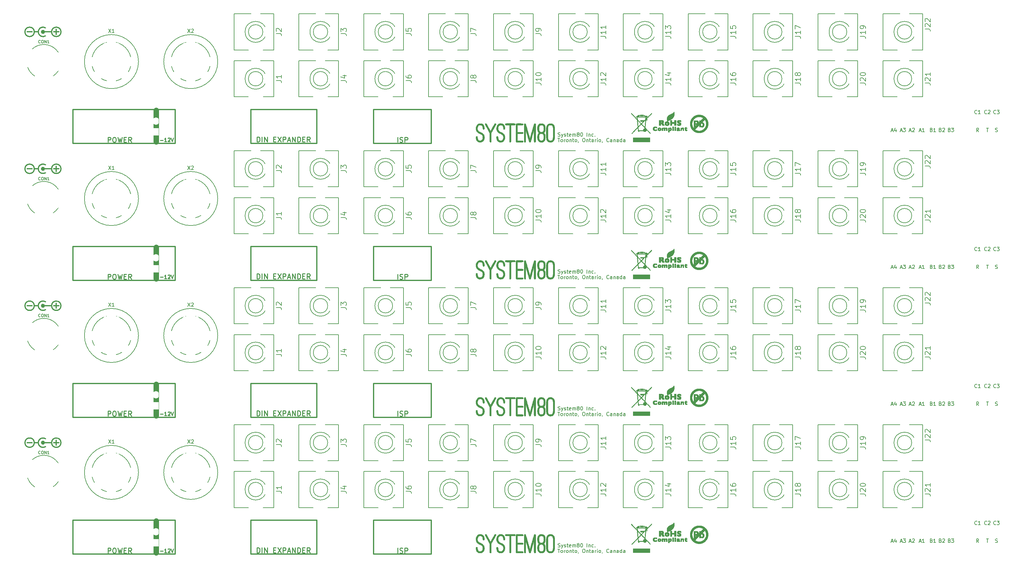
<source format=gto>
G04 #@! TF.FileFunction,Legend,Top*
%FSLAX46Y46*%
G04 Gerber Fmt 4.6, Leading zero omitted, Abs format (unit mm)*
G04 Created by KiCad (PCBNEW 4.0.2-stable) date 2020-03-03 5:11:40 PM*
%MOMM*%
G01*
G04 APERTURE LIST*
%ADD10C,0.200000*%
%ADD11C,0.300000*%
%ADD12C,0.250000*%
%ADD13C,1.500000*%
%ADD14C,0.150000*%
%ADD15C,0.002540*%
%ADD16C,0.010000*%
%ADD17C,2.100000*%
%ADD18R,1.800000X1.800000*%
%ADD19O,1.800000X1.800000*%
%ADD20R,2.900000X1.700000*%
%ADD21R,1.900000X1.900000*%
%ADD22C,1.900000*%
%ADD23O,1.600000X2.100000*%
%ADD24R,1.600000X2.100000*%
%ADD25R,2.700000X2.100000*%
%ADD26O,4.100000X2.600000*%
%ADD27O,2.600000X2.100000*%
%ADD28O,1.600000X3.600000*%
%ADD29R,5.180000X2.640000*%
%ADD30O,2.640000X5.180000*%
%ADD31C,2.640000*%
%ADD32C,2.600000*%
%ADD33R,2.600000X3.600000*%
%ADD34O,4.700000X1.550000*%
%ADD35O,4.400000X1.200000*%
%ADD36O,1.200000X4.400000*%
%ADD37C,1.200000*%
G04 APERTURE END LIST*
D10*
D11*
X28300000Y-161550000D02*
X28300000Y-170950000D01*
D10*
X28300000Y-170950000D02*
X28350000Y-170950000D01*
D12*
X38016666Y-170633333D02*
X38016666Y-169233333D01*
X38550000Y-169233333D01*
X38683333Y-169300000D01*
X38750000Y-169366667D01*
X38816666Y-169500000D01*
X38816666Y-169700000D01*
X38750000Y-169833333D01*
X38683333Y-169900000D01*
X38550000Y-169966667D01*
X38016666Y-169966667D01*
X39683333Y-169233333D02*
X39950000Y-169233333D01*
X40083333Y-169300000D01*
X40216666Y-169433333D01*
X40283333Y-169700000D01*
X40283333Y-170166667D01*
X40216666Y-170433333D01*
X40083333Y-170566667D01*
X39950000Y-170633333D01*
X39683333Y-170633333D01*
X39550000Y-170566667D01*
X39416666Y-170433333D01*
X39350000Y-170166667D01*
X39350000Y-169700000D01*
X39416666Y-169433333D01*
X39550000Y-169300000D01*
X39683333Y-169233333D01*
X40750000Y-169233333D02*
X41083333Y-170633333D01*
X41350000Y-169633333D01*
X41616667Y-170633333D01*
X41950000Y-169233333D01*
X42483333Y-169900000D02*
X42950000Y-169900000D01*
X43150000Y-170633333D02*
X42483333Y-170633333D01*
X42483333Y-169233333D01*
X43150000Y-169233333D01*
X44550000Y-170633333D02*
X44083334Y-169966667D01*
X43750000Y-170633333D02*
X43750000Y-169233333D01*
X44283334Y-169233333D01*
X44416667Y-169300000D01*
X44483334Y-169366667D01*
X44550000Y-169500000D01*
X44550000Y-169700000D01*
X44483334Y-169833333D01*
X44416667Y-169900000D01*
X44283334Y-169966667D01*
X43750000Y-169966667D01*
D11*
X56700000Y-161550000D02*
X28300000Y-161550000D01*
D12*
X52538095Y-170071429D02*
X53300000Y-170071429D01*
X54300000Y-170452381D02*
X53728571Y-170452381D01*
X54014285Y-170452381D02*
X54014285Y-169452381D01*
X53919047Y-169595238D01*
X53823809Y-169690476D01*
X53728571Y-169738095D01*
X54680952Y-169547619D02*
X54728571Y-169500000D01*
X54823809Y-169452381D01*
X55061905Y-169452381D01*
X55157143Y-169500000D01*
X55204762Y-169547619D01*
X55252381Y-169642857D01*
X55252381Y-169738095D01*
X55204762Y-169880952D01*
X54633333Y-170452381D01*
X55252381Y-170452381D01*
X55538095Y-169452381D02*
X55871428Y-170452381D01*
X56204762Y-169452381D01*
D11*
X56700000Y-170950000D02*
X56700000Y-161550000D01*
X28300000Y-170950000D02*
X56700000Y-170950000D01*
D13*
X51400000Y-161800000D02*
X51400000Y-170550000D01*
D12*
X79366666Y-208533333D02*
X79366666Y-207133333D01*
X79700000Y-207133333D01*
X79900000Y-207200000D01*
X80033333Y-207333333D01*
X80100000Y-207466667D01*
X80166666Y-207733333D01*
X80166666Y-207933333D01*
X80100000Y-208200000D01*
X80033333Y-208333333D01*
X79900000Y-208466667D01*
X79700000Y-208533333D01*
X79366666Y-208533333D01*
X80766666Y-208533333D02*
X80766666Y-207133333D01*
X81433333Y-208533333D02*
X81433333Y-207133333D01*
X82233333Y-208533333D01*
X82233333Y-207133333D01*
X83966667Y-207800000D02*
X84433334Y-207800000D01*
X84633334Y-208533333D02*
X83966667Y-208533333D01*
X83966667Y-207133333D01*
X84633334Y-207133333D01*
X85100001Y-207133333D02*
X86033334Y-208533333D01*
X86033334Y-207133333D02*
X85100001Y-208533333D01*
X86566667Y-208533333D02*
X86566667Y-207133333D01*
X87100001Y-207133333D01*
X87233334Y-207200000D01*
X87300001Y-207266667D01*
X87366667Y-207400000D01*
X87366667Y-207600000D01*
X87300001Y-207733333D01*
X87233334Y-207800000D01*
X87100001Y-207866667D01*
X86566667Y-207866667D01*
X87900001Y-208133333D02*
X88566667Y-208133333D01*
X87766667Y-208533333D02*
X88233334Y-207133333D01*
X88700001Y-208533333D01*
X89166667Y-208533333D02*
X89166667Y-207133333D01*
X89966667Y-208533333D01*
X89966667Y-207133333D01*
X90633334Y-208533333D02*
X90633334Y-207133333D01*
X90966668Y-207133333D01*
X91166668Y-207200000D01*
X91300001Y-207333333D01*
X91366668Y-207466667D01*
X91433334Y-207733333D01*
X91433334Y-207933333D01*
X91366668Y-208200000D01*
X91300001Y-208333333D01*
X91166668Y-208466667D01*
X90966668Y-208533333D01*
X90633334Y-208533333D01*
X92033334Y-207800000D02*
X92500001Y-207800000D01*
X92700001Y-208533333D02*
X92033334Y-208533333D01*
X92033334Y-207133333D01*
X92700001Y-207133333D01*
X94100001Y-208533333D02*
X93633335Y-207866667D01*
X93300001Y-208533333D02*
X93300001Y-207133333D01*
X93833335Y-207133333D01*
X93966668Y-207200000D01*
X94033335Y-207266667D01*
X94100001Y-207400000D01*
X94100001Y-207600000D01*
X94033335Y-207733333D01*
X93966668Y-207800000D01*
X93833335Y-207866667D01*
X93300001Y-207866667D01*
D11*
X96000000Y-208950000D02*
X77650000Y-208950000D01*
X77650000Y-208950000D02*
X77650000Y-199550000D01*
X77650000Y-199550000D02*
X96000000Y-199550000D01*
D12*
X79366666Y-170533333D02*
X79366666Y-169133333D01*
X79700000Y-169133333D01*
X79900000Y-169200000D01*
X80033333Y-169333333D01*
X80100000Y-169466667D01*
X80166666Y-169733333D01*
X80166666Y-169933333D01*
X80100000Y-170200000D01*
X80033333Y-170333333D01*
X79900000Y-170466667D01*
X79700000Y-170533333D01*
X79366666Y-170533333D01*
X80766666Y-170533333D02*
X80766666Y-169133333D01*
X81433333Y-170533333D02*
X81433333Y-169133333D01*
X82233333Y-170533333D01*
X82233333Y-169133333D01*
X83966667Y-169800000D02*
X84433334Y-169800000D01*
X84633334Y-170533333D02*
X83966667Y-170533333D01*
X83966667Y-169133333D01*
X84633334Y-169133333D01*
X85100001Y-169133333D02*
X86033334Y-170533333D01*
X86033334Y-169133333D02*
X85100001Y-170533333D01*
X86566667Y-170533333D02*
X86566667Y-169133333D01*
X87100001Y-169133333D01*
X87233334Y-169200000D01*
X87300001Y-169266667D01*
X87366667Y-169400000D01*
X87366667Y-169600000D01*
X87300001Y-169733333D01*
X87233334Y-169800000D01*
X87100001Y-169866667D01*
X86566667Y-169866667D01*
X87900001Y-170133333D02*
X88566667Y-170133333D01*
X87766667Y-170533333D02*
X88233334Y-169133333D01*
X88700001Y-170533333D01*
X89166667Y-170533333D02*
X89166667Y-169133333D01*
X89966667Y-170533333D01*
X89966667Y-169133333D01*
X90633334Y-170533333D02*
X90633334Y-169133333D01*
X90966668Y-169133333D01*
X91166668Y-169200000D01*
X91300001Y-169333333D01*
X91366668Y-169466667D01*
X91433334Y-169733333D01*
X91433334Y-169933333D01*
X91366668Y-170200000D01*
X91300001Y-170333333D01*
X91166668Y-170466667D01*
X90966668Y-170533333D01*
X90633334Y-170533333D01*
X92033334Y-169800000D02*
X92500001Y-169800000D01*
X92700001Y-170533333D02*
X92033334Y-170533333D01*
X92033334Y-169133333D01*
X92700001Y-169133333D01*
X94100001Y-170533333D02*
X93633335Y-169866667D01*
X93300001Y-170533333D02*
X93300001Y-169133333D01*
X93833335Y-169133333D01*
X93966668Y-169200000D01*
X94033335Y-169266667D01*
X94100001Y-169400000D01*
X94100001Y-169600000D01*
X94033335Y-169733333D01*
X93966668Y-169800000D01*
X93833335Y-169866667D01*
X93300001Y-169866667D01*
D11*
X77650000Y-161550000D02*
X96000000Y-161550000D01*
X96000000Y-170950000D02*
X77650000Y-170950000D01*
X96000000Y-161550000D02*
X96000000Y-170950000D01*
X77650000Y-170950000D02*
X77650000Y-161550000D01*
D12*
X38016666Y-208633333D02*
X38016666Y-207233333D01*
X38550000Y-207233333D01*
X38683333Y-207300000D01*
X38750000Y-207366667D01*
X38816666Y-207500000D01*
X38816666Y-207700000D01*
X38750000Y-207833333D01*
X38683333Y-207900000D01*
X38550000Y-207966667D01*
X38016666Y-207966667D01*
X39683333Y-207233333D02*
X39950000Y-207233333D01*
X40083333Y-207300000D01*
X40216666Y-207433333D01*
X40283333Y-207700000D01*
X40283333Y-208166667D01*
X40216666Y-208433333D01*
X40083333Y-208566667D01*
X39950000Y-208633333D01*
X39683333Y-208633333D01*
X39550000Y-208566667D01*
X39416666Y-208433333D01*
X39350000Y-208166667D01*
X39350000Y-207700000D01*
X39416666Y-207433333D01*
X39550000Y-207300000D01*
X39683333Y-207233333D01*
X40750000Y-207233333D02*
X41083333Y-208633333D01*
X41350000Y-207633333D01*
X41616667Y-208633333D01*
X41950000Y-207233333D01*
X42483333Y-207900000D02*
X42950000Y-207900000D01*
X43150000Y-208633333D02*
X42483333Y-208633333D01*
X42483333Y-207233333D01*
X43150000Y-207233333D01*
X44550000Y-208633333D02*
X44083334Y-207966667D01*
X43750000Y-208633333D02*
X43750000Y-207233333D01*
X44283334Y-207233333D01*
X44416667Y-207300000D01*
X44483334Y-207366667D01*
X44550000Y-207500000D01*
X44550000Y-207700000D01*
X44483334Y-207833333D01*
X44416667Y-207900000D01*
X44283334Y-207966667D01*
X43750000Y-207966667D01*
D11*
X28300000Y-199550000D02*
X28300000Y-208950000D01*
X56700000Y-199550000D02*
X28300000Y-199550000D01*
X56700000Y-208950000D02*
X56700000Y-199550000D01*
D13*
X51400000Y-199800000D02*
X51400000Y-208550000D01*
D10*
X28300000Y-208950000D02*
X28350000Y-208950000D01*
D12*
X52538095Y-208071429D02*
X53300000Y-208071429D01*
X54300000Y-208452381D02*
X53728571Y-208452381D01*
X54014285Y-208452381D02*
X54014285Y-207452381D01*
X53919047Y-207595238D01*
X53823809Y-207690476D01*
X53728571Y-207738095D01*
X54680952Y-207547619D02*
X54728571Y-207500000D01*
X54823809Y-207452381D01*
X55061905Y-207452381D01*
X55157143Y-207500000D01*
X55204762Y-207547619D01*
X55252381Y-207642857D01*
X55252381Y-207738095D01*
X55204762Y-207880952D01*
X54633333Y-208452381D01*
X55252381Y-208452381D01*
X55538095Y-207452381D02*
X55871428Y-208452381D01*
X56204762Y-207452381D01*
D11*
X28300000Y-208950000D02*
X56700000Y-208950000D01*
D14*
X260335714Y-167416667D02*
X260811905Y-167416667D01*
X260240476Y-167702381D02*
X260573809Y-166702381D01*
X260907143Y-167702381D01*
X261192857Y-166797619D02*
X261240476Y-166750000D01*
X261335714Y-166702381D01*
X261573810Y-166702381D01*
X261669048Y-166750000D01*
X261716667Y-166797619D01*
X261764286Y-166892857D01*
X261764286Y-166988095D01*
X261716667Y-167130952D01*
X261145238Y-167702381D01*
X261764286Y-167702381D01*
X255335714Y-167416667D02*
X255811905Y-167416667D01*
X255240476Y-167702381D02*
X255573809Y-166702381D01*
X255907143Y-167702381D01*
X256669048Y-167035714D02*
X256669048Y-167702381D01*
X256430952Y-166654762D02*
X256192857Y-167369048D01*
X256811905Y-167369048D01*
X257835714Y-167416667D02*
X258311905Y-167416667D01*
X257740476Y-167702381D02*
X258073809Y-166702381D01*
X258407143Y-167702381D01*
X258645238Y-166702381D02*
X259264286Y-166702381D01*
X258930952Y-167083333D01*
X259073810Y-167083333D01*
X259169048Y-167130952D01*
X259216667Y-167178571D01*
X259264286Y-167273810D01*
X259264286Y-167511905D01*
X259216667Y-167607143D01*
X259169048Y-167654762D01*
X259073810Y-167702381D01*
X258788095Y-167702381D01*
X258692857Y-167654762D01*
X258645238Y-167607143D01*
X266445239Y-167178571D02*
X266588096Y-167226190D01*
X266635715Y-167273810D01*
X266683334Y-167369048D01*
X266683334Y-167511905D01*
X266635715Y-167607143D01*
X266588096Y-167654762D01*
X266492858Y-167702381D01*
X266111905Y-167702381D01*
X266111905Y-166702381D01*
X266445239Y-166702381D01*
X266540477Y-166750000D01*
X266588096Y-166797619D01*
X266635715Y-166892857D01*
X266635715Y-166988095D01*
X266588096Y-167083333D01*
X266540477Y-167130952D01*
X266445239Y-167178571D01*
X266111905Y-167178571D01*
X267635715Y-167702381D02*
X267064286Y-167702381D01*
X267350000Y-167702381D02*
X267350000Y-166702381D01*
X267254762Y-166845238D01*
X267159524Y-166940476D01*
X267064286Y-166988095D01*
X263085714Y-167416667D02*
X263561905Y-167416667D01*
X262990476Y-167702381D02*
X263323809Y-166702381D01*
X263657143Y-167702381D01*
X264514286Y-167702381D02*
X263942857Y-167702381D01*
X264228571Y-167702381D02*
X264228571Y-166702381D01*
X264133333Y-166845238D01*
X264038095Y-166940476D01*
X263942857Y-166988095D01*
X268945239Y-167178571D02*
X269088096Y-167226190D01*
X269135715Y-167273810D01*
X269183334Y-167369048D01*
X269183334Y-167511905D01*
X269135715Y-167607143D01*
X269088096Y-167654762D01*
X268992858Y-167702381D01*
X268611905Y-167702381D01*
X268611905Y-166702381D01*
X268945239Y-166702381D01*
X269040477Y-166750000D01*
X269088096Y-166797619D01*
X269135715Y-166892857D01*
X269135715Y-166988095D01*
X269088096Y-167083333D01*
X269040477Y-167130952D01*
X268945239Y-167178571D01*
X268611905Y-167178571D01*
X269564286Y-166797619D02*
X269611905Y-166750000D01*
X269707143Y-166702381D01*
X269945239Y-166702381D01*
X270040477Y-166750000D01*
X270088096Y-166797619D01*
X270135715Y-166892857D01*
X270135715Y-166988095D01*
X270088096Y-167130952D01*
X269516667Y-167702381D01*
X270135715Y-167702381D01*
X271445239Y-167178571D02*
X271588096Y-167226190D01*
X271635715Y-167273810D01*
X271683334Y-167369048D01*
X271683334Y-167511905D01*
X271635715Y-167607143D01*
X271588096Y-167654762D01*
X271492858Y-167702381D01*
X271111905Y-167702381D01*
X271111905Y-166702381D01*
X271445239Y-166702381D01*
X271540477Y-166750000D01*
X271588096Y-166797619D01*
X271635715Y-166892857D01*
X271635715Y-166988095D01*
X271588096Y-167083333D01*
X271540477Y-167130952D01*
X271445239Y-167178571D01*
X271111905Y-167178571D01*
X272016667Y-166702381D02*
X272635715Y-166702381D01*
X272302381Y-167083333D01*
X272445239Y-167083333D01*
X272540477Y-167130952D01*
X272588096Y-167178571D01*
X272635715Y-167273810D01*
X272635715Y-167511905D01*
X272588096Y-167607143D01*
X272540477Y-167654762D01*
X272445239Y-167702381D01*
X272159524Y-167702381D01*
X272064286Y-167654762D01*
X272016667Y-167607143D01*
X284214286Y-205654762D02*
X284357143Y-205702381D01*
X284595239Y-205702381D01*
X284690477Y-205654762D01*
X284738096Y-205607143D01*
X284785715Y-205511905D01*
X284785715Y-205416667D01*
X284738096Y-205321429D01*
X284690477Y-205273810D01*
X284595239Y-205226190D01*
X284404762Y-205178571D01*
X284309524Y-205130952D01*
X284261905Y-205083333D01*
X284214286Y-204988095D01*
X284214286Y-204892857D01*
X284261905Y-204797619D01*
X284309524Y-204750000D01*
X284404762Y-204702381D01*
X284642858Y-204702381D01*
X284785715Y-204750000D01*
X279083334Y-200657143D02*
X279035715Y-200704762D01*
X278892858Y-200752381D01*
X278797620Y-200752381D01*
X278654762Y-200704762D01*
X278559524Y-200609524D01*
X278511905Y-200514286D01*
X278464286Y-200323810D01*
X278464286Y-200180952D01*
X278511905Y-199990476D01*
X278559524Y-199895238D01*
X278654762Y-199800000D01*
X278797620Y-199752381D01*
X278892858Y-199752381D01*
X279035715Y-199800000D01*
X279083334Y-199847619D01*
X280035715Y-200752381D02*
X279464286Y-200752381D01*
X279750000Y-200752381D02*
X279750000Y-199752381D01*
X279654762Y-199895238D01*
X279559524Y-199990476D01*
X279464286Y-200038095D01*
X281714286Y-204702381D02*
X282285715Y-204702381D01*
X282000000Y-205702381D02*
X282000000Y-204702381D01*
X279559524Y-205702381D02*
X279226190Y-205226190D01*
X278988095Y-205702381D02*
X278988095Y-204702381D01*
X279369048Y-204702381D01*
X279464286Y-204750000D01*
X279511905Y-204797619D01*
X279559524Y-204892857D01*
X279559524Y-205035714D01*
X279511905Y-205130952D01*
X279464286Y-205178571D01*
X279369048Y-205226190D01*
X278988095Y-205226190D01*
X281833334Y-200657143D02*
X281785715Y-200704762D01*
X281642858Y-200752381D01*
X281547620Y-200752381D01*
X281404762Y-200704762D01*
X281309524Y-200609524D01*
X281261905Y-200514286D01*
X281214286Y-200323810D01*
X281214286Y-200180952D01*
X281261905Y-199990476D01*
X281309524Y-199895238D01*
X281404762Y-199800000D01*
X281547620Y-199752381D01*
X281642858Y-199752381D01*
X281785715Y-199800000D01*
X281833334Y-199847619D01*
X282214286Y-199847619D02*
X282261905Y-199800000D01*
X282357143Y-199752381D01*
X282595239Y-199752381D01*
X282690477Y-199800000D01*
X282738096Y-199847619D01*
X282785715Y-199942857D01*
X282785715Y-200038095D01*
X282738096Y-200180952D01*
X282166667Y-200752381D01*
X282785715Y-200752381D01*
X284333334Y-200657143D02*
X284285715Y-200704762D01*
X284142858Y-200752381D01*
X284047620Y-200752381D01*
X283904762Y-200704762D01*
X283809524Y-200609524D01*
X283761905Y-200514286D01*
X283714286Y-200323810D01*
X283714286Y-200180952D01*
X283761905Y-199990476D01*
X283809524Y-199895238D01*
X283904762Y-199800000D01*
X284047620Y-199752381D01*
X284142858Y-199752381D01*
X284285715Y-199800000D01*
X284333334Y-199847619D01*
X284666667Y-199752381D02*
X285285715Y-199752381D01*
X284952381Y-200133333D01*
X285095239Y-200133333D01*
X285190477Y-200180952D01*
X285238096Y-200228571D01*
X285285715Y-200323810D01*
X285285715Y-200561905D01*
X285238096Y-200657143D01*
X285190477Y-200704762D01*
X285095239Y-200752381D01*
X284809524Y-200752381D01*
X284714286Y-200704762D01*
X284666667Y-200657143D01*
X284333334Y-162657143D02*
X284285715Y-162704762D01*
X284142858Y-162752381D01*
X284047620Y-162752381D01*
X283904762Y-162704762D01*
X283809524Y-162609524D01*
X283761905Y-162514286D01*
X283714286Y-162323810D01*
X283714286Y-162180952D01*
X283761905Y-161990476D01*
X283809524Y-161895238D01*
X283904762Y-161800000D01*
X284047620Y-161752381D01*
X284142858Y-161752381D01*
X284285715Y-161800000D01*
X284333334Y-161847619D01*
X284666667Y-161752381D02*
X285285715Y-161752381D01*
X284952381Y-162133333D01*
X285095239Y-162133333D01*
X285190477Y-162180952D01*
X285238096Y-162228571D01*
X285285715Y-162323810D01*
X285285715Y-162561905D01*
X285238096Y-162657143D01*
X285190477Y-162704762D01*
X285095239Y-162752381D01*
X284809524Y-162752381D01*
X284714286Y-162704762D01*
X284666667Y-162657143D01*
X279083334Y-162657143D02*
X279035715Y-162704762D01*
X278892858Y-162752381D01*
X278797620Y-162752381D01*
X278654762Y-162704762D01*
X278559524Y-162609524D01*
X278511905Y-162514286D01*
X278464286Y-162323810D01*
X278464286Y-162180952D01*
X278511905Y-161990476D01*
X278559524Y-161895238D01*
X278654762Y-161800000D01*
X278797620Y-161752381D01*
X278892858Y-161752381D01*
X279035715Y-161800000D01*
X279083334Y-161847619D01*
X280035715Y-162752381D02*
X279464286Y-162752381D01*
X279750000Y-162752381D02*
X279750000Y-161752381D01*
X279654762Y-161895238D01*
X279559524Y-161990476D01*
X279464286Y-162038095D01*
X279559524Y-167702381D02*
X279226190Y-167226190D01*
X278988095Y-167702381D02*
X278988095Y-166702381D01*
X279369048Y-166702381D01*
X279464286Y-166750000D01*
X279511905Y-166797619D01*
X279559524Y-166892857D01*
X279559524Y-167035714D01*
X279511905Y-167130952D01*
X279464286Y-167178571D01*
X279369048Y-167226190D01*
X278988095Y-167226190D01*
X281714286Y-166702381D02*
X282285715Y-166702381D01*
X282000000Y-167702381D02*
X282000000Y-166702381D01*
X281833334Y-162657143D02*
X281785715Y-162704762D01*
X281642858Y-162752381D01*
X281547620Y-162752381D01*
X281404762Y-162704762D01*
X281309524Y-162609524D01*
X281261905Y-162514286D01*
X281214286Y-162323810D01*
X281214286Y-162180952D01*
X281261905Y-161990476D01*
X281309524Y-161895238D01*
X281404762Y-161800000D01*
X281547620Y-161752381D01*
X281642858Y-161752381D01*
X281785715Y-161800000D01*
X281833334Y-161847619D01*
X282214286Y-161847619D02*
X282261905Y-161800000D01*
X282357143Y-161752381D01*
X282595239Y-161752381D01*
X282690477Y-161800000D01*
X282738096Y-161847619D01*
X282785715Y-161942857D01*
X282785715Y-162038095D01*
X282738096Y-162180952D01*
X282166667Y-162752381D01*
X282785715Y-162752381D01*
X284214286Y-167654762D02*
X284357143Y-167702381D01*
X284595239Y-167702381D01*
X284690477Y-167654762D01*
X284738096Y-167607143D01*
X284785715Y-167511905D01*
X284785715Y-167416667D01*
X284738096Y-167321429D01*
X284690477Y-167273810D01*
X284595239Y-167226190D01*
X284404762Y-167178571D01*
X284309524Y-167130952D01*
X284261905Y-167083333D01*
X284214286Y-166988095D01*
X284214286Y-166892857D01*
X284261905Y-166797619D01*
X284309524Y-166750000D01*
X284404762Y-166702381D01*
X284642858Y-166702381D01*
X284785715Y-166750000D01*
X271445239Y-205178571D02*
X271588096Y-205226190D01*
X271635715Y-205273810D01*
X271683334Y-205369048D01*
X271683334Y-205511905D01*
X271635715Y-205607143D01*
X271588096Y-205654762D01*
X271492858Y-205702381D01*
X271111905Y-205702381D01*
X271111905Y-204702381D01*
X271445239Y-204702381D01*
X271540477Y-204750000D01*
X271588096Y-204797619D01*
X271635715Y-204892857D01*
X271635715Y-204988095D01*
X271588096Y-205083333D01*
X271540477Y-205130952D01*
X271445239Y-205178571D01*
X271111905Y-205178571D01*
X272016667Y-204702381D02*
X272635715Y-204702381D01*
X272302381Y-205083333D01*
X272445239Y-205083333D01*
X272540477Y-205130952D01*
X272588096Y-205178571D01*
X272635715Y-205273810D01*
X272635715Y-205511905D01*
X272588096Y-205607143D01*
X272540477Y-205654762D01*
X272445239Y-205702381D01*
X272159524Y-205702381D01*
X272064286Y-205654762D01*
X272016667Y-205607143D01*
X257835714Y-205416667D02*
X258311905Y-205416667D01*
X257740476Y-205702381D02*
X258073809Y-204702381D01*
X258407143Y-205702381D01*
X258645238Y-204702381D02*
X259264286Y-204702381D01*
X258930952Y-205083333D01*
X259073810Y-205083333D01*
X259169048Y-205130952D01*
X259216667Y-205178571D01*
X259264286Y-205273810D01*
X259264286Y-205511905D01*
X259216667Y-205607143D01*
X259169048Y-205654762D01*
X259073810Y-205702381D01*
X258788095Y-205702381D01*
X258692857Y-205654762D01*
X258645238Y-205607143D01*
X263085714Y-205416667D02*
X263561905Y-205416667D01*
X262990476Y-205702381D02*
X263323809Y-204702381D01*
X263657143Y-205702381D01*
X264514286Y-205702381D02*
X263942857Y-205702381D01*
X264228571Y-205702381D02*
X264228571Y-204702381D01*
X264133333Y-204845238D01*
X264038095Y-204940476D01*
X263942857Y-204988095D01*
X266445239Y-205178571D02*
X266588096Y-205226190D01*
X266635715Y-205273810D01*
X266683334Y-205369048D01*
X266683334Y-205511905D01*
X266635715Y-205607143D01*
X266588096Y-205654762D01*
X266492858Y-205702381D01*
X266111905Y-205702381D01*
X266111905Y-204702381D01*
X266445239Y-204702381D01*
X266540477Y-204750000D01*
X266588096Y-204797619D01*
X266635715Y-204892857D01*
X266635715Y-204988095D01*
X266588096Y-205083333D01*
X266540477Y-205130952D01*
X266445239Y-205178571D01*
X266111905Y-205178571D01*
X267635715Y-205702381D02*
X267064286Y-205702381D01*
X267350000Y-205702381D02*
X267350000Y-204702381D01*
X267254762Y-204845238D01*
X267159524Y-204940476D01*
X267064286Y-204988095D01*
X260335714Y-205416667D02*
X260811905Y-205416667D01*
X260240476Y-205702381D02*
X260573809Y-204702381D01*
X260907143Y-205702381D01*
X261192857Y-204797619D02*
X261240476Y-204750000D01*
X261335714Y-204702381D01*
X261573810Y-204702381D01*
X261669048Y-204750000D01*
X261716667Y-204797619D01*
X261764286Y-204892857D01*
X261764286Y-204988095D01*
X261716667Y-205130952D01*
X261145238Y-205702381D01*
X261764286Y-205702381D01*
X255335714Y-205416667D02*
X255811905Y-205416667D01*
X255240476Y-205702381D02*
X255573809Y-204702381D01*
X255907143Y-205702381D01*
X256669048Y-205035714D02*
X256669048Y-205702381D01*
X256430952Y-204654762D02*
X256192857Y-205369048D01*
X256811905Y-205369048D01*
X268945239Y-205178571D02*
X269088096Y-205226190D01*
X269135715Y-205273810D01*
X269183334Y-205369048D01*
X269183334Y-205511905D01*
X269135715Y-205607143D01*
X269088096Y-205654762D01*
X268992858Y-205702381D01*
X268611905Y-205702381D01*
X268611905Y-204702381D01*
X268945239Y-204702381D01*
X269040477Y-204750000D01*
X269088096Y-204797619D01*
X269135715Y-204892857D01*
X269135715Y-204988095D01*
X269088096Y-205083333D01*
X269040477Y-205130952D01*
X268945239Y-205178571D01*
X268611905Y-205178571D01*
X269564286Y-204797619D02*
X269611905Y-204750000D01*
X269707143Y-204702381D01*
X269945239Y-204702381D01*
X270040477Y-204750000D01*
X270088096Y-204797619D01*
X270135715Y-204892857D01*
X270135715Y-204988095D01*
X270088096Y-205130952D01*
X269516667Y-205702381D01*
X270135715Y-205702381D01*
D11*
X111750000Y-170950000D02*
X111750000Y-161550000D01*
X111750000Y-161550000D02*
X127750000Y-161550000D01*
D12*
X118383333Y-170633333D02*
X118383333Y-169233333D01*
X118983334Y-170566667D02*
X119183334Y-170633333D01*
X119516667Y-170633333D01*
X119650000Y-170566667D01*
X119716667Y-170500000D01*
X119783334Y-170366667D01*
X119783334Y-170233333D01*
X119716667Y-170100000D01*
X119650000Y-170033333D01*
X119516667Y-169966667D01*
X119250000Y-169900000D01*
X119116667Y-169833333D01*
X119050000Y-169766667D01*
X118983334Y-169633333D01*
X118983334Y-169500000D01*
X119050000Y-169366667D01*
X119116667Y-169300000D01*
X119250000Y-169233333D01*
X119583334Y-169233333D01*
X119783334Y-169300000D01*
X120383333Y-170633333D02*
X120383333Y-169233333D01*
X120916667Y-169233333D01*
X121050000Y-169300000D01*
X121116667Y-169366667D01*
X121183333Y-169500000D01*
X121183333Y-169700000D01*
X121116667Y-169833333D01*
X121050000Y-169900000D01*
X120916667Y-169966667D01*
X120383333Y-169966667D01*
D11*
X127750000Y-170950000D02*
X111750000Y-170950000D01*
X127750000Y-161550000D02*
X127750000Y-170950000D01*
X127750000Y-199550000D02*
X127750000Y-208950000D01*
X96000000Y-199550000D02*
X96000000Y-208950000D01*
X111750000Y-208950000D02*
X111750000Y-199550000D01*
D12*
X118383333Y-208633333D02*
X118383333Y-207233333D01*
X118983334Y-208566667D02*
X119183334Y-208633333D01*
X119516667Y-208633333D01*
X119650000Y-208566667D01*
X119716667Y-208500000D01*
X119783334Y-208366667D01*
X119783334Y-208233333D01*
X119716667Y-208100000D01*
X119650000Y-208033333D01*
X119516667Y-207966667D01*
X119250000Y-207900000D01*
X119116667Y-207833333D01*
X119050000Y-207766667D01*
X118983334Y-207633333D01*
X118983334Y-207500000D01*
X119050000Y-207366667D01*
X119116667Y-207300000D01*
X119250000Y-207233333D01*
X119583334Y-207233333D01*
X119783334Y-207300000D01*
X120383333Y-208633333D02*
X120383333Y-207233333D01*
X120916667Y-207233333D01*
X121050000Y-207300000D01*
X121116667Y-207366667D01*
X121183333Y-207500000D01*
X121183333Y-207700000D01*
X121116667Y-207833333D01*
X121050000Y-207900000D01*
X120916667Y-207966667D01*
X120383333Y-207966667D01*
D11*
X111750000Y-199550000D02*
X127750000Y-199550000D01*
X127750000Y-208950000D02*
X111750000Y-208950000D01*
D14*
X162890476Y-206929762D02*
X163033333Y-206977381D01*
X163271429Y-206977381D01*
X163366667Y-206929762D01*
X163414286Y-206882143D01*
X163461905Y-206786905D01*
X163461905Y-206691667D01*
X163414286Y-206596429D01*
X163366667Y-206548810D01*
X163271429Y-206501190D01*
X163080952Y-206453571D01*
X162985714Y-206405952D01*
X162938095Y-206358333D01*
X162890476Y-206263095D01*
X162890476Y-206167857D01*
X162938095Y-206072619D01*
X162985714Y-206025000D01*
X163080952Y-205977381D01*
X163319048Y-205977381D01*
X163461905Y-206025000D01*
X163795238Y-206310714D02*
X164033333Y-206977381D01*
X164271429Y-206310714D02*
X164033333Y-206977381D01*
X163938095Y-207215476D01*
X163890476Y-207263095D01*
X163795238Y-207310714D01*
X164604762Y-206929762D02*
X164700000Y-206977381D01*
X164890476Y-206977381D01*
X164985715Y-206929762D01*
X165033334Y-206834524D01*
X165033334Y-206786905D01*
X164985715Y-206691667D01*
X164890476Y-206644048D01*
X164747619Y-206644048D01*
X164652381Y-206596429D01*
X164604762Y-206501190D01*
X164604762Y-206453571D01*
X164652381Y-206358333D01*
X164747619Y-206310714D01*
X164890476Y-206310714D01*
X164985715Y-206358333D01*
X165319048Y-206310714D02*
X165700000Y-206310714D01*
X165461905Y-205977381D02*
X165461905Y-206834524D01*
X165509524Y-206929762D01*
X165604762Y-206977381D01*
X165700000Y-206977381D01*
X166414287Y-206929762D02*
X166319049Y-206977381D01*
X166128572Y-206977381D01*
X166033334Y-206929762D01*
X165985715Y-206834524D01*
X165985715Y-206453571D01*
X166033334Y-206358333D01*
X166128572Y-206310714D01*
X166319049Y-206310714D01*
X166414287Y-206358333D01*
X166461906Y-206453571D01*
X166461906Y-206548810D01*
X165985715Y-206644048D01*
X166890477Y-206977381D02*
X166890477Y-206310714D01*
X166890477Y-206405952D02*
X166938096Y-206358333D01*
X167033334Y-206310714D01*
X167176192Y-206310714D01*
X167271430Y-206358333D01*
X167319049Y-206453571D01*
X167319049Y-206977381D01*
X167319049Y-206453571D02*
X167366668Y-206358333D01*
X167461906Y-206310714D01*
X167604763Y-206310714D01*
X167700001Y-206358333D01*
X167747620Y-206453571D01*
X167747620Y-206977381D01*
X168366667Y-206405952D02*
X168271429Y-206358333D01*
X168223810Y-206310714D01*
X168176191Y-206215476D01*
X168176191Y-206167857D01*
X168223810Y-206072619D01*
X168271429Y-206025000D01*
X168366667Y-205977381D01*
X168557144Y-205977381D01*
X168652382Y-206025000D01*
X168700001Y-206072619D01*
X168747620Y-206167857D01*
X168747620Y-206215476D01*
X168700001Y-206310714D01*
X168652382Y-206358333D01*
X168557144Y-206405952D01*
X168366667Y-206405952D01*
X168271429Y-206453571D01*
X168223810Y-206501190D01*
X168176191Y-206596429D01*
X168176191Y-206786905D01*
X168223810Y-206882143D01*
X168271429Y-206929762D01*
X168366667Y-206977381D01*
X168557144Y-206977381D01*
X168652382Y-206929762D01*
X168700001Y-206882143D01*
X168747620Y-206786905D01*
X168747620Y-206596429D01*
X168700001Y-206501190D01*
X168652382Y-206453571D01*
X168557144Y-206405952D01*
X169366667Y-205977381D02*
X169461906Y-205977381D01*
X169557144Y-206025000D01*
X169604763Y-206072619D01*
X169652382Y-206167857D01*
X169700001Y-206358333D01*
X169700001Y-206596429D01*
X169652382Y-206786905D01*
X169604763Y-206882143D01*
X169557144Y-206929762D01*
X169461906Y-206977381D01*
X169366667Y-206977381D01*
X169271429Y-206929762D01*
X169223810Y-206882143D01*
X169176191Y-206786905D01*
X169128572Y-206596429D01*
X169128572Y-206358333D01*
X169176191Y-206167857D01*
X169223810Y-206072619D01*
X169271429Y-206025000D01*
X169366667Y-205977381D01*
X170890477Y-206977381D02*
X170890477Y-205977381D01*
X171366667Y-206310714D02*
X171366667Y-206977381D01*
X171366667Y-206405952D02*
X171414286Y-206358333D01*
X171509524Y-206310714D01*
X171652382Y-206310714D01*
X171747620Y-206358333D01*
X171795239Y-206453571D01*
X171795239Y-206977381D01*
X172700001Y-206929762D02*
X172604763Y-206977381D01*
X172414286Y-206977381D01*
X172319048Y-206929762D01*
X172271429Y-206882143D01*
X172223810Y-206786905D01*
X172223810Y-206501190D01*
X172271429Y-206405952D01*
X172319048Y-206358333D01*
X172414286Y-206310714D01*
X172604763Y-206310714D01*
X172700001Y-206358333D01*
X173128572Y-206882143D02*
X173176191Y-206929762D01*
X173128572Y-206977381D01*
X173080953Y-206929762D01*
X173128572Y-206882143D01*
X173128572Y-206977381D01*
X162795238Y-207527381D02*
X163366667Y-207527381D01*
X163080952Y-208527381D02*
X163080952Y-207527381D01*
X163842857Y-208527381D02*
X163747619Y-208479762D01*
X163700000Y-208432143D01*
X163652381Y-208336905D01*
X163652381Y-208051190D01*
X163700000Y-207955952D01*
X163747619Y-207908333D01*
X163842857Y-207860714D01*
X163985715Y-207860714D01*
X164080953Y-207908333D01*
X164128572Y-207955952D01*
X164176191Y-208051190D01*
X164176191Y-208336905D01*
X164128572Y-208432143D01*
X164080953Y-208479762D01*
X163985715Y-208527381D01*
X163842857Y-208527381D01*
X164604762Y-208527381D02*
X164604762Y-207860714D01*
X164604762Y-208051190D02*
X164652381Y-207955952D01*
X164700000Y-207908333D01*
X164795238Y-207860714D01*
X164890477Y-207860714D01*
X165366667Y-208527381D02*
X165271429Y-208479762D01*
X165223810Y-208432143D01*
X165176191Y-208336905D01*
X165176191Y-208051190D01*
X165223810Y-207955952D01*
X165271429Y-207908333D01*
X165366667Y-207860714D01*
X165509525Y-207860714D01*
X165604763Y-207908333D01*
X165652382Y-207955952D01*
X165700001Y-208051190D01*
X165700001Y-208336905D01*
X165652382Y-208432143D01*
X165604763Y-208479762D01*
X165509525Y-208527381D01*
X165366667Y-208527381D01*
X166128572Y-207860714D02*
X166128572Y-208527381D01*
X166128572Y-207955952D02*
X166176191Y-207908333D01*
X166271429Y-207860714D01*
X166414287Y-207860714D01*
X166509525Y-207908333D01*
X166557144Y-208003571D01*
X166557144Y-208527381D01*
X166890477Y-207860714D02*
X167271429Y-207860714D01*
X167033334Y-207527381D02*
X167033334Y-208384524D01*
X167080953Y-208479762D01*
X167176191Y-208527381D01*
X167271429Y-208527381D01*
X167747620Y-208527381D02*
X167652382Y-208479762D01*
X167604763Y-208432143D01*
X167557144Y-208336905D01*
X167557144Y-208051190D01*
X167604763Y-207955952D01*
X167652382Y-207908333D01*
X167747620Y-207860714D01*
X167890478Y-207860714D01*
X167985716Y-207908333D01*
X168033335Y-207955952D01*
X168080954Y-208051190D01*
X168080954Y-208336905D01*
X168033335Y-208432143D01*
X167985716Y-208479762D01*
X167890478Y-208527381D01*
X167747620Y-208527381D01*
X168557144Y-208479762D02*
X168557144Y-208527381D01*
X168509525Y-208622619D01*
X168461906Y-208670238D01*
X169938096Y-207527381D02*
X170128573Y-207527381D01*
X170223811Y-207575000D01*
X170319049Y-207670238D01*
X170366668Y-207860714D01*
X170366668Y-208194048D01*
X170319049Y-208384524D01*
X170223811Y-208479762D01*
X170128573Y-208527381D01*
X169938096Y-208527381D01*
X169842858Y-208479762D01*
X169747620Y-208384524D01*
X169700001Y-208194048D01*
X169700001Y-207860714D01*
X169747620Y-207670238D01*
X169842858Y-207575000D01*
X169938096Y-207527381D01*
X170795239Y-207860714D02*
X170795239Y-208527381D01*
X170795239Y-207955952D02*
X170842858Y-207908333D01*
X170938096Y-207860714D01*
X171080954Y-207860714D01*
X171176192Y-207908333D01*
X171223811Y-208003571D01*
X171223811Y-208527381D01*
X171557144Y-207860714D02*
X171938096Y-207860714D01*
X171700001Y-207527381D02*
X171700001Y-208384524D01*
X171747620Y-208479762D01*
X171842858Y-208527381D01*
X171938096Y-208527381D01*
X172700002Y-208527381D02*
X172700002Y-208003571D01*
X172652383Y-207908333D01*
X172557145Y-207860714D01*
X172366668Y-207860714D01*
X172271430Y-207908333D01*
X172700002Y-208479762D02*
X172604764Y-208527381D01*
X172366668Y-208527381D01*
X172271430Y-208479762D01*
X172223811Y-208384524D01*
X172223811Y-208289286D01*
X172271430Y-208194048D01*
X172366668Y-208146429D01*
X172604764Y-208146429D01*
X172700002Y-208098810D01*
X173176192Y-208527381D02*
X173176192Y-207860714D01*
X173176192Y-208051190D02*
X173223811Y-207955952D01*
X173271430Y-207908333D01*
X173366668Y-207860714D01*
X173461907Y-207860714D01*
X173795240Y-208527381D02*
X173795240Y-207860714D01*
X173795240Y-207527381D02*
X173747621Y-207575000D01*
X173795240Y-207622619D01*
X173842859Y-207575000D01*
X173795240Y-207527381D01*
X173795240Y-207622619D01*
X174414287Y-208527381D02*
X174319049Y-208479762D01*
X174271430Y-208432143D01*
X174223811Y-208336905D01*
X174223811Y-208051190D01*
X174271430Y-207955952D01*
X174319049Y-207908333D01*
X174414287Y-207860714D01*
X174557145Y-207860714D01*
X174652383Y-207908333D01*
X174700002Y-207955952D01*
X174747621Y-208051190D01*
X174747621Y-208336905D01*
X174700002Y-208432143D01*
X174652383Y-208479762D01*
X174557145Y-208527381D01*
X174414287Y-208527381D01*
X175223811Y-208479762D02*
X175223811Y-208527381D01*
X175176192Y-208622619D01*
X175128573Y-208670238D01*
X176985716Y-208432143D02*
X176938097Y-208479762D01*
X176795240Y-208527381D01*
X176700002Y-208527381D01*
X176557144Y-208479762D01*
X176461906Y-208384524D01*
X176414287Y-208289286D01*
X176366668Y-208098810D01*
X176366668Y-207955952D01*
X176414287Y-207765476D01*
X176461906Y-207670238D01*
X176557144Y-207575000D01*
X176700002Y-207527381D01*
X176795240Y-207527381D01*
X176938097Y-207575000D01*
X176985716Y-207622619D01*
X177842859Y-208527381D02*
X177842859Y-208003571D01*
X177795240Y-207908333D01*
X177700002Y-207860714D01*
X177509525Y-207860714D01*
X177414287Y-207908333D01*
X177842859Y-208479762D02*
X177747621Y-208527381D01*
X177509525Y-208527381D01*
X177414287Y-208479762D01*
X177366668Y-208384524D01*
X177366668Y-208289286D01*
X177414287Y-208194048D01*
X177509525Y-208146429D01*
X177747621Y-208146429D01*
X177842859Y-208098810D01*
X178319049Y-207860714D02*
X178319049Y-208527381D01*
X178319049Y-207955952D02*
X178366668Y-207908333D01*
X178461906Y-207860714D01*
X178604764Y-207860714D01*
X178700002Y-207908333D01*
X178747621Y-208003571D01*
X178747621Y-208527381D01*
X179652383Y-208527381D02*
X179652383Y-208003571D01*
X179604764Y-207908333D01*
X179509526Y-207860714D01*
X179319049Y-207860714D01*
X179223811Y-207908333D01*
X179652383Y-208479762D02*
X179557145Y-208527381D01*
X179319049Y-208527381D01*
X179223811Y-208479762D01*
X179176192Y-208384524D01*
X179176192Y-208289286D01*
X179223811Y-208194048D01*
X179319049Y-208146429D01*
X179557145Y-208146429D01*
X179652383Y-208098810D01*
X180557145Y-208527381D02*
X180557145Y-207527381D01*
X180557145Y-208479762D02*
X180461907Y-208527381D01*
X180271430Y-208527381D01*
X180176192Y-208479762D01*
X180128573Y-208432143D01*
X180080954Y-208336905D01*
X180080954Y-208051190D01*
X180128573Y-207955952D01*
X180176192Y-207908333D01*
X180271430Y-207860714D01*
X180461907Y-207860714D01*
X180557145Y-207908333D01*
X181461907Y-208527381D02*
X181461907Y-208003571D01*
X181414288Y-207908333D01*
X181319050Y-207860714D01*
X181128573Y-207860714D01*
X181033335Y-207908333D01*
X181461907Y-208479762D02*
X181366669Y-208527381D01*
X181128573Y-208527381D01*
X181033335Y-208479762D01*
X180985716Y-208384524D01*
X180985716Y-208289286D01*
X181033335Y-208194048D01*
X181128573Y-208146429D01*
X181366669Y-208146429D01*
X181461907Y-208098810D01*
X162890476Y-168929762D02*
X163033333Y-168977381D01*
X163271429Y-168977381D01*
X163366667Y-168929762D01*
X163414286Y-168882143D01*
X163461905Y-168786905D01*
X163461905Y-168691667D01*
X163414286Y-168596429D01*
X163366667Y-168548810D01*
X163271429Y-168501190D01*
X163080952Y-168453571D01*
X162985714Y-168405952D01*
X162938095Y-168358333D01*
X162890476Y-168263095D01*
X162890476Y-168167857D01*
X162938095Y-168072619D01*
X162985714Y-168025000D01*
X163080952Y-167977381D01*
X163319048Y-167977381D01*
X163461905Y-168025000D01*
X163795238Y-168310714D02*
X164033333Y-168977381D01*
X164271429Y-168310714D02*
X164033333Y-168977381D01*
X163938095Y-169215476D01*
X163890476Y-169263095D01*
X163795238Y-169310714D01*
X164604762Y-168929762D02*
X164700000Y-168977381D01*
X164890476Y-168977381D01*
X164985715Y-168929762D01*
X165033334Y-168834524D01*
X165033334Y-168786905D01*
X164985715Y-168691667D01*
X164890476Y-168644048D01*
X164747619Y-168644048D01*
X164652381Y-168596429D01*
X164604762Y-168501190D01*
X164604762Y-168453571D01*
X164652381Y-168358333D01*
X164747619Y-168310714D01*
X164890476Y-168310714D01*
X164985715Y-168358333D01*
X165319048Y-168310714D02*
X165700000Y-168310714D01*
X165461905Y-167977381D02*
X165461905Y-168834524D01*
X165509524Y-168929762D01*
X165604762Y-168977381D01*
X165700000Y-168977381D01*
X166414287Y-168929762D02*
X166319049Y-168977381D01*
X166128572Y-168977381D01*
X166033334Y-168929762D01*
X165985715Y-168834524D01*
X165985715Y-168453571D01*
X166033334Y-168358333D01*
X166128572Y-168310714D01*
X166319049Y-168310714D01*
X166414287Y-168358333D01*
X166461906Y-168453571D01*
X166461906Y-168548810D01*
X165985715Y-168644048D01*
X166890477Y-168977381D02*
X166890477Y-168310714D01*
X166890477Y-168405952D02*
X166938096Y-168358333D01*
X167033334Y-168310714D01*
X167176192Y-168310714D01*
X167271430Y-168358333D01*
X167319049Y-168453571D01*
X167319049Y-168977381D01*
X167319049Y-168453571D02*
X167366668Y-168358333D01*
X167461906Y-168310714D01*
X167604763Y-168310714D01*
X167700001Y-168358333D01*
X167747620Y-168453571D01*
X167747620Y-168977381D01*
X168366667Y-168405952D02*
X168271429Y-168358333D01*
X168223810Y-168310714D01*
X168176191Y-168215476D01*
X168176191Y-168167857D01*
X168223810Y-168072619D01*
X168271429Y-168025000D01*
X168366667Y-167977381D01*
X168557144Y-167977381D01*
X168652382Y-168025000D01*
X168700001Y-168072619D01*
X168747620Y-168167857D01*
X168747620Y-168215476D01*
X168700001Y-168310714D01*
X168652382Y-168358333D01*
X168557144Y-168405952D01*
X168366667Y-168405952D01*
X168271429Y-168453571D01*
X168223810Y-168501190D01*
X168176191Y-168596429D01*
X168176191Y-168786905D01*
X168223810Y-168882143D01*
X168271429Y-168929762D01*
X168366667Y-168977381D01*
X168557144Y-168977381D01*
X168652382Y-168929762D01*
X168700001Y-168882143D01*
X168747620Y-168786905D01*
X168747620Y-168596429D01*
X168700001Y-168501190D01*
X168652382Y-168453571D01*
X168557144Y-168405952D01*
X169366667Y-167977381D02*
X169461906Y-167977381D01*
X169557144Y-168025000D01*
X169604763Y-168072619D01*
X169652382Y-168167857D01*
X169700001Y-168358333D01*
X169700001Y-168596429D01*
X169652382Y-168786905D01*
X169604763Y-168882143D01*
X169557144Y-168929762D01*
X169461906Y-168977381D01*
X169366667Y-168977381D01*
X169271429Y-168929762D01*
X169223810Y-168882143D01*
X169176191Y-168786905D01*
X169128572Y-168596429D01*
X169128572Y-168358333D01*
X169176191Y-168167857D01*
X169223810Y-168072619D01*
X169271429Y-168025000D01*
X169366667Y-167977381D01*
X170890477Y-168977381D02*
X170890477Y-167977381D01*
X171366667Y-168310714D02*
X171366667Y-168977381D01*
X171366667Y-168405952D02*
X171414286Y-168358333D01*
X171509524Y-168310714D01*
X171652382Y-168310714D01*
X171747620Y-168358333D01*
X171795239Y-168453571D01*
X171795239Y-168977381D01*
X172700001Y-168929762D02*
X172604763Y-168977381D01*
X172414286Y-168977381D01*
X172319048Y-168929762D01*
X172271429Y-168882143D01*
X172223810Y-168786905D01*
X172223810Y-168501190D01*
X172271429Y-168405952D01*
X172319048Y-168358333D01*
X172414286Y-168310714D01*
X172604763Y-168310714D01*
X172700001Y-168358333D01*
X173128572Y-168882143D02*
X173176191Y-168929762D01*
X173128572Y-168977381D01*
X173080953Y-168929762D01*
X173128572Y-168882143D01*
X173128572Y-168977381D01*
X162795238Y-169527381D02*
X163366667Y-169527381D01*
X163080952Y-170527381D02*
X163080952Y-169527381D01*
X163842857Y-170527381D02*
X163747619Y-170479762D01*
X163700000Y-170432143D01*
X163652381Y-170336905D01*
X163652381Y-170051190D01*
X163700000Y-169955952D01*
X163747619Y-169908333D01*
X163842857Y-169860714D01*
X163985715Y-169860714D01*
X164080953Y-169908333D01*
X164128572Y-169955952D01*
X164176191Y-170051190D01*
X164176191Y-170336905D01*
X164128572Y-170432143D01*
X164080953Y-170479762D01*
X163985715Y-170527381D01*
X163842857Y-170527381D01*
X164604762Y-170527381D02*
X164604762Y-169860714D01*
X164604762Y-170051190D02*
X164652381Y-169955952D01*
X164700000Y-169908333D01*
X164795238Y-169860714D01*
X164890477Y-169860714D01*
X165366667Y-170527381D02*
X165271429Y-170479762D01*
X165223810Y-170432143D01*
X165176191Y-170336905D01*
X165176191Y-170051190D01*
X165223810Y-169955952D01*
X165271429Y-169908333D01*
X165366667Y-169860714D01*
X165509525Y-169860714D01*
X165604763Y-169908333D01*
X165652382Y-169955952D01*
X165700001Y-170051190D01*
X165700001Y-170336905D01*
X165652382Y-170432143D01*
X165604763Y-170479762D01*
X165509525Y-170527381D01*
X165366667Y-170527381D01*
X166128572Y-169860714D02*
X166128572Y-170527381D01*
X166128572Y-169955952D02*
X166176191Y-169908333D01*
X166271429Y-169860714D01*
X166414287Y-169860714D01*
X166509525Y-169908333D01*
X166557144Y-170003571D01*
X166557144Y-170527381D01*
X166890477Y-169860714D02*
X167271429Y-169860714D01*
X167033334Y-169527381D02*
X167033334Y-170384524D01*
X167080953Y-170479762D01*
X167176191Y-170527381D01*
X167271429Y-170527381D01*
X167747620Y-170527381D02*
X167652382Y-170479762D01*
X167604763Y-170432143D01*
X167557144Y-170336905D01*
X167557144Y-170051190D01*
X167604763Y-169955952D01*
X167652382Y-169908333D01*
X167747620Y-169860714D01*
X167890478Y-169860714D01*
X167985716Y-169908333D01*
X168033335Y-169955952D01*
X168080954Y-170051190D01*
X168080954Y-170336905D01*
X168033335Y-170432143D01*
X167985716Y-170479762D01*
X167890478Y-170527381D01*
X167747620Y-170527381D01*
X168557144Y-170479762D02*
X168557144Y-170527381D01*
X168509525Y-170622619D01*
X168461906Y-170670238D01*
X169938096Y-169527381D02*
X170128573Y-169527381D01*
X170223811Y-169575000D01*
X170319049Y-169670238D01*
X170366668Y-169860714D01*
X170366668Y-170194048D01*
X170319049Y-170384524D01*
X170223811Y-170479762D01*
X170128573Y-170527381D01*
X169938096Y-170527381D01*
X169842858Y-170479762D01*
X169747620Y-170384524D01*
X169700001Y-170194048D01*
X169700001Y-169860714D01*
X169747620Y-169670238D01*
X169842858Y-169575000D01*
X169938096Y-169527381D01*
X170795239Y-169860714D02*
X170795239Y-170527381D01*
X170795239Y-169955952D02*
X170842858Y-169908333D01*
X170938096Y-169860714D01*
X171080954Y-169860714D01*
X171176192Y-169908333D01*
X171223811Y-170003571D01*
X171223811Y-170527381D01*
X171557144Y-169860714D02*
X171938096Y-169860714D01*
X171700001Y-169527381D02*
X171700001Y-170384524D01*
X171747620Y-170479762D01*
X171842858Y-170527381D01*
X171938096Y-170527381D01*
X172700002Y-170527381D02*
X172700002Y-170003571D01*
X172652383Y-169908333D01*
X172557145Y-169860714D01*
X172366668Y-169860714D01*
X172271430Y-169908333D01*
X172700002Y-170479762D02*
X172604764Y-170527381D01*
X172366668Y-170527381D01*
X172271430Y-170479762D01*
X172223811Y-170384524D01*
X172223811Y-170289286D01*
X172271430Y-170194048D01*
X172366668Y-170146429D01*
X172604764Y-170146429D01*
X172700002Y-170098810D01*
X173176192Y-170527381D02*
X173176192Y-169860714D01*
X173176192Y-170051190D02*
X173223811Y-169955952D01*
X173271430Y-169908333D01*
X173366668Y-169860714D01*
X173461907Y-169860714D01*
X173795240Y-170527381D02*
X173795240Y-169860714D01*
X173795240Y-169527381D02*
X173747621Y-169575000D01*
X173795240Y-169622619D01*
X173842859Y-169575000D01*
X173795240Y-169527381D01*
X173795240Y-169622619D01*
X174414287Y-170527381D02*
X174319049Y-170479762D01*
X174271430Y-170432143D01*
X174223811Y-170336905D01*
X174223811Y-170051190D01*
X174271430Y-169955952D01*
X174319049Y-169908333D01*
X174414287Y-169860714D01*
X174557145Y-169860714D01*
X174652383Y-169908333D01*
X174700002Y-169955952D01*
X174747621Y-170051190D01*
X174747621Y-170336905D01*
X174700002Y-170432143D01*
X174652383Y-170479762D01*
X174557145Y-170527381D01*
X174414287Y-170527381D01*
X175223811Y-170479762D02*
X175223811Y-170527381D01*
X175176192Y-170622619D01*
X175128573Y-170670238D01*
X176985716Y-170432143D02*
X176938097Y-170479762D01*
X176795240Y-170527381D01*
X176700002Y-170527381D01*
X176557144Y-170479762D01*
X176461906Y-170384524D01*
X176414287Y-170289286D01*
X176366668Y-170098810D01*
X176366668Y-169955952D01*
X176414287Y-169765476D01*
X176461906Y-169670238D01*
X176557144Y-169575000D01*
X176700002Y-169527381D01*
X176795240Y-169527381D01*
X176938097Y-169575000D01*
X176985716Y-169622619D01*
X177842859Y-170527381D02*
X177842859Y-170003571D01*
X177795240Y-169908333D01*
X177700002Y-169860714D01*
X177509525Y-169860714D01*
X177414287Y-169908333D01*
X177842859Y-170479762D02*
X177747621Y-170527381D01*
X177509525Y-170527381D01*
X177414287Y-170479762D01*
X177366668Y-170384524D01*
X177366668Y-170289286D01*
X177414287Y-170194048D01*
X177509525Y-170146429D01*
X177747621Y-170146429D01*
X177842859Y-170098810D01*
X178319049Y-169860714D02*
X178319049Y-170527381D01*
X178319049Y-169955952D02*
X178366668Y-169908333D01*
X178461906Y-169860714D01*
X178604764Y-169860714D01*
X178700002Y-169908333D01*
X178747621Y-170003571D01*
X178747621Y-170527381D01*
X179652383Y-170527381D02*
X179652383Y-170003571D01*
X179604764Y-169908333D01*
X179509526Y-169860714D01*
X179319049Y-169860714D01*
X179223811Y-169908333D01*
X179652383Y-170479762D02*
X179557145Y-170527381D01*
X179319049Y-170527381D01*
X179223811Y-170479762D01*
X179176192Y-170384524D01*
X179176192Y-170289286D01*
X179223811Y-170194048D01*
X179319049Y-170146429D01*
X179557145Y-170146429D01*
X179652383Y-170098810D01*
X180557145Y-170527381D02*
X180557145Y-169527381D01*
X180557145Y-170479762D02*
X180461907Y-170527381D01*
X180271430Y-170527381D01*
X180176192Y-170479762D01*
X180128573Y-170432143D01*
X180080954Y-170336905D01*
X180080954Y-170051190D01*
X180128573Y-169955952D01*
X180176192Y-169908333D01*
X180271430Y-169860714D01*
X180461907Y-169860714D01*
X180557145Y-169908333D01*
X181461907Y-170527381D02*
X181461907Y-170003571D01*
X181414288Y-169908333D01*
X181319050Y-169860714D01*
X181128573Y-169860714D01*
X181033335Y-169908333D01*
X181461907Y-170479762D02*
X181366669Y-170527381D01*
X181128573Y-170527381D01*
X181033335Y-170479762D01*
X180985716Y-170384524D01*
X180985716Y-170289286D01*
X181033335Y-170194048D01*
X181128573Y-170146429D01*
X181366669Y-170146429D01*
X181461907Y-170098810D01*
D11*
X96000000Y-123550000D02*
X96000000Y-132950000D01*
D12*
X79366666Y-132533333D02*
X79366666Y-131133333D01*
X79700000Y-131133333D01*
X79900000Y-131200000D01*
X80033333Y-131333333D01*
X80100000Y-131466667D01*
X80166666Y-131733333D01*
X80166666Y-131933333D01*
X80100000Y-132200000D01*
X80033333Y-132333333D01*
X79900000Y-132466667D01*
X79700000Y-132533333D01*
X79366666Y-132533333D01*
X80766666Y-132533333D02*
X80766666Y-131133333D01*
X81433333Y-132533333D02*
X81433333Y-131133333D01*
X82233333Y-132533333D01*
X82233333Y-131133333D01*
X83966667Y-131800000D02*
X84433334Y-131800000D01*
X84633334Y-132533333D02*
X83966667Y-132533333D01*
X83966667Y-131133333D01*
X84633334Y-131133333D01*
X85100001Y-131133333D02*
X86033334Y-132533333D01*
X86033334Y-131133333D02*
X85100001Y-132533333D01*
X86566667Y-132533333D02*
X86566667Y-131133333D01*
X87100001Y-131133333D01*
X87233334Y-131200000D01*
X87300001Y-131266667D01*
X87366667Y-131400000D01*
X87366667Y-131600000D01*
X87300001Y-131733333D01*
X87233334Y-131800000D01*
X87100001Y-131866667D01*
X86566667Y-131866667D01*
X87900001Y-132133333D02*
X88566667Y-132133333D01*
X87766667Y-132533333D02*
X88233334Y-131133333D01*
X88700001Y-132533333D01*
X89166667Y-132533333D02*
X89166667Y-131133333D01*
X89966667Y-132533333D01*
X89966667Y-131133333D01*
X90633334Y-132533333D02*
X90633334Y-131133333D01*
X90966668Y-131133333D01*
X91166668Y-131200000D01*
X91300001Y-131333333D01*
X91366668Y-131466667D01*
X91433334Y-131733333D01*
X91433334Y-131933333D01*
X91366668Y-132200000D01*
X91300001Y-132333333D01*
X91166668Y-132466667D01*
X90966668Y-132533333D01*
X90633334Y-132533333D01*
X92033334Y-131800000D02*
X92500001Y-131800000D01*
X92700001Y-132533333D02*
X92033334Y-132533333D01*
X92033334Y-131133333D01*
X92700001Y-131133333D01*
X94100001Y-132533333D02*
X93633335Y-131866667D01*
X93300001Y-132533333D02*
X93300001Y-131133333D01*
X93833335Y-131133333D01*
X93966668Y-131200000D01*
X94033335Y-131266667D01*
X94100001Y-131400000D01*
X94100001Y-131600000D01*
X94033335Y-131733333D01*
X93966668Y-131800000D01*
X93833335Y-131866667D01*
X93300001Y-131866667D01*
D11*
X77650000Y-132950000D02*
X77650000Y-123550000D01*
X77650000Y-123550000D02*
X96000000Y-123550000D01*
X96000000Y-132950000D02*
X77650000Y-132950000D01*
X111750000Y-132950000D02*
X111750000Y-123550000D01*
D12*
X118383333Y-132633333D02*
X118383333Y-131233333D01*
X118983334Y-132566667D02*
X119183334Y-132633333D01*
X119516667Y-132633333D01*
X119650000Y-132566667D01*
X119716667Y-132500000D01*
X119783334Y-132366667D01*
X119783334Y-132233333D01*
X119716667Y-132100000D01*
X119650000Y-132033333D01*
X119516667Y-131966667D01*
X119250000Y-131900000D01*
X119116667Y-131833333D01*
X119050000Y-131766667D01*
X118983334Y-131633333D01*
X118983334Y-131500000D01*
X119050000Y-131366667D01*
X119116667Y-131300000D01*
X119250000Y-131233333D01*
X119583334Y-131233333D01*
X119783334Y-131300000D01*
X120383333Y-132633333D02*
X120383333Y-131233333D01*
X120916667Y-131233333D01*
X121050000Y-131300000D01*
X121116667Y-131366667D01*
X121183333Y-131500000D01*
X121183333Y-131700000D01*
X121116667Y-131833333D01*
X121050000Y-131900000D01*
X120916667Y-131966667D01*
X120383333Y-131966667D01*
D11*
X111750000Y-123550000D02*
X127750000Y-123550000D01*
X127750000Y-123550000D02*
X127750000Y-132950000D01*
X127750000Y-132950000D02*
X111750000Y-132950000D01*
D12*
X38016666Y-132633333D02*
X38016666Y-131233333D01*
X38550000Y-131233333D01*
X38683333Y-131300000D01*
X38750000Y-131366667D01*
X38816666Y-131500000D01*
X38816666Y-131700000D01*
X38750000Y-131833333D01*
X38683333Y-131900000D01*
X38550000Y-131966667D01*
X38016666Y-131966667D01*
X39683333Y-131233333D02*
X39950000Y-131233333D01*
X40083333Y-131300000D01*
X40216666Y-131433333D01*
X40283333Y-131700000D01*
X40283333Y-132166667D01*
X40216666Y-132433333D01*
X40083333Y-132566667D01*
X39950000Y-132633333D01*
X39683333Y-132633333D01*
X39550000Y-132566667D01*
X39416666Y-132433333D01*
X39350000Y-132166667D01*
X39350000Y-131700000D01*
X39416666Y-131433333D01*
X39550000Y-131300000D01*
X39683333Y-131233333D01*
X40750000Y-131233333D02*
X41083333Y-132633333D01*
X41350000Y-131633333D01*
X41616667Y-132633333D01*
X41950000Y-131233333D01*
X42483333Y-131900000D02*
X42950000Y-131900000D01*
X43150000Y-132633333D02*
X42483333Y-132633333D01*
X42483333Y-131233333D01*
X43150000Y-131233333D01*
X44550000Y-132633333D02*
X44083334Y-131966667D01*
X43750000Y-132633333D02*
X43750000Y-131233333D01*
X44283334Y-131233333D01*
X44416667Y-131300000D01*
X44483334Y-131366667D01*
X44550000Y-131500000D01*
X44550000Y-131700000D01*
X44483334Y-131833333D01*
X44416667Y-131900000D01*
X44283334Y-131966667D01*
X43750000Y-131966667D01*
X52538095Y-132071429D02*
X53300000Y-132071429D01*
X54300000Y-132452381D02*
X53728571Y-132452381D01*
X54014285Y-132452381D02*
X54014285Y-131452381D01*
X53919047Y-131595238D01*
X53823809Y-131690476D01*
X53728571Y-131738095D01*
X54680952Y-131547619D02*
X54728571Y-131500000D01*
X54823809Y-131452381D01*
X55061905Y-131452381D01*
X55157143Y-131500000D01*
X55204762Y-131547619D01*
X55252381Y-131642857D01*
X55252381Y-131738095D01*
X55204762Y-131880952D01*
X54633333Y-132452381D01*
X55252381Y-132452381D01*
X55538095Y-131452381D02*
X55871428Y-132452381D01*
X56204762Y-131452381D01*
D10*
X28300000Y-132950000D02*
X28350000Y-132950000D01*
D11*
X28300000Y-132950000D02*
X56700000Y-132950000D01*
X28300000Y-123550000D02*
X28300000Y-132950000D01*
X56700000Y-132950000D02*
X56700000Y-123550000D01*
X56700000Y-123550000D02*
X28300000Y-123550000D01*
D13*
X51400000Y-123800000D02*
X51400000Y-132550000D01*
D14*
X279083334Y-124657143D02*
X279035715Y-124704762D01*
X278892858Y-124752381D01*
X278797620Y-124752381D01*
X278654762Y-124704762D01*
X278559524Y-124609524D01*
X278511905Y-124514286D01*
X278464286Y-124323810D01*
X278464286Y-124180952D01*
X278511905Y-123990476D01*
X278559524Y-123895238D01*
X278654762Y-123800000D01*
X278797620Y-123752381D01*
X278892858Y-123752381D01*
X279035715Y-123800000D01*
X279083334Y-123847619D01*
X280035715Y-124752381D02*
X279464286Y-124752381D01*
X279750000Y-124752381D02*
X279750000Y-123752381D01*
X279654762Y-123895238D01*
X279559524Y-123990476D01*
X279464286Y-124038095D01*
X284214286Y-129654762D02*
X284357143Y-129702381D01*
X284595239Y-129702381D01*
X284690477Y-129654762D01*
X284738096Y-129607143D01*
X284785715Y-129511905D01*
X284785715Y-129416667D01*
X284738096Y-129321429D01*
X284690477Y-129273810D01*
X284595239Y-129226190D01*
X284404762Y-129178571D01*
X284309524Y-129130952D01*
X284261905Y-129083333D01*
X284214286Y-128988095D01*
X284214286Y-128892857D01*
X284261905Y-128797619D01*
X284309524Y-128750000D01*
X284404762Y-128702381D01*
X284642858Y-128702381D01*
X284785715Y-128750000D01*
X284333334Y-124657143D02*
X284285715Y-124704762D01*
X284142858Y-124752381D01*
X284047620Y-124752381D01*
X283904762Y-124704762D01*
X283809524Y-124609524D01*
X283761905Y-124514286D01*
X283714286Y-124323810D01*
X283714286Y-124180952D01*
X283761905Y-123990476D01*
X283809524Y-123895238D01*
X283904762Y-123800000D01*
X284047620Y-123752381D01*
X284142858Y-123752381D01*
X284285715Y-123800000D01*
X284333334Y-123847619D01*
X284666667Y-123752381D02*
X285285715Y-123752381D01*
X284952381Y-124133333D01*
X285095239Y-124133333D01*
X285190477Y-124180952D01*
X285238096Y-124228571D01*
X285285715Y-124323810D01*
X285285715Y-124561905D01*
X285238096Y-124657143D01*
X285190477Y-124704762D01*
X285095239Y-124752381D01*
X284809524Y-124752381D01*
X284714286Y-124704762D01*
X284666667Y-124657143D01*
X281714286Y-128702381D02*
X282285715Y-128702381D01*
X282000000Y-129702381D02*
X282000000Y-128702381D01*
X279559524Y-129702381D02*
X279226190Y-129226190D01*
X278988095Y-129702381D02*
X278988095Y-128702381D01*
X279369048Y-128702381D01*
X279464286Y-128750000D01*
X279511905Y-128797619D01*
X279559524Y-128892857D01*
X279559524Y-129035714D01*
X279511905Y-129130952D01*
X279464286Y-129178571D01*
X279369048Y-129226190D01*
X278988095Y-129226190D01*
X281833334Y-124657143D02*
X281785715Y-124704762D01*
X281642858Y-124752381D01*
X281547620Y-124752381D01*
X281404762Y-124704762D01*
X281309524Y-124609524D01*
X281261905Y-124514286D01*
X281214286Y-124323810D01*
X281214286Y-124180952D01*
X281261905Y-123990476D01*
X281309524Y-123895238D01*
X281404762Y-123800000D01*
X281547620Y-123752381D01*
X281642858Y-123752381D01*
X281785715Y-123800000D01*
X281833334Y-123847619D01*
X282214286Y-123847619D02*
X282261905Y-123800000D01*
X282357143Y-123752381D01*
X282595239Y-123752381D01*
X282690477Y-123800000D01*
X282738096Y-123847619D01*
X282785715Y-123942857D01*
X282785715Y-124038095D01*
X282738096Y-124180952D01*
X282166667Y-124752381D01*
X282785715Y-124752381D01*
X263085714Y-129416667D02*
X263561905Y-129416667D01*
X262990476Y-129702381D02*
X263323809Y-128702381D01*
X263657143Y-129702381D01*
X264514286Y-129702381D02*
X263942857Y-129702381D01*
X264228571Y-129702381D02*
X264228571Y-128702381D01*
X264133333Y-128845238D01*
X264038095Y-128940476D01*
X263942857Y-128988095D01*
X255335714Y-129416667D02*
X255811905Y-129416667D01*
X255240476Y-129702381D02*
X255573809Y-128702381D01*
X255907143Y-129702381D01*
X256669048Y-129035714D02*
X256669048Y-129702381D01*
X256430952Y-128654762D02*
X256192857Y-129369048D01*
X256811905Y-129369048D01*
X271445239Y-129178571D02*
X271588096Y-129226190D01*
X271635715Y-129273810D01*
X271683334Y-129369048D01*
X271683334Y-129511905D01*
X271635715Y-129607143D01*
X271588096Y-129654762D01*
X271492858Y-129702381D01*
X271111905Y-129702381D01*
X271111905Y-128702381D01*
X271445239Y-128702381D01*
X271540477Y-128750000D01*
X271588096Y-128797619D01*
X271635715Y-128892857D01*
X271635715Y-128988095D01*
X271588096Y-129083333D01*
X271540477Y-129130952D01*
X271445239Y-129178571D01*
X271111905Y-129178571D01*
X272016667Y-128702381D02*
X272635715Y-128702381D01*
X272302381Y-129083333D01*
X272445239Y-129083333D01*
X272540477Y-129130952D01*
X272588096Y-129178571D01*
X272635715Y-129273810D01*
X272635715Y-129511905D01*
X272588096Y-129607143D01*
X272540477Y-129654762D01*
X272445239Y-129702381D01*
X272159524Y-129702381D01*
X272064286Y-129654762D01*
X272016667Y-129607143D01*
X268945239Y-129178571D02*
X269088096Y-129226190D01*
X269135715Y-129273810D01*
X269183334Y-129369048D01*
X269183334Y-129511905D01*
X269135715Y-129607143D01*
X269088096Y-129654762D01*
X268992858Y-129702381D01*
X268611905Y-129702381D01*
X268611905Y-128702381D01*
X268945239Y-128702381D01*
X269040477Y-128750000D01*
X269088096Y-128797619D01*
X269135715Y-128892857D01*
X269135715Y-128988095D01*
X269088096Y-129083333D01*
X269040477Y-129130952D01*
X268945239Y-129178571D01*
X268611905Y-129178571D01*
X269564286Y-128797619D02*
X269611905Y-128750000D01*
X269707143Y-128702381D01*
X269945239Y-128702381D01*
X270040477Y-128750000D01*
X270088096Y-128797619D01*
X270135715Y-128892857D01*
X270135715Y-128988095D01*
X270088096Y-129130952D01*
X269516667Y-129702381D01*
X270135715Y-129702381D01*
X260335714Y-129416667D02*
X260811905Y-129416667D01*
X260240476Y-129702381D02*
X260573809Y-128702381D01*
X260907143Y-129702381D01*
X261192857Y-128797619D02*
X261240476Y-128750000D01*
X261335714Y-128702381D01*
X261573810Y-128702381D01*
X261669048Y-128750000D01*
X261716667Y-128797619D01*
X261764286Y-128892857D01*
X261764286Y-128988095D01*
X261716667Y-129130952D01*
X261145238Y-129702381D01*
X261764286Y-129702381D01*
X266445239Y-129178571D02*
X266588096Y-129226190D01*
X266635715Y-129273810D01*
X266683334Y-129369048D01*
X266683334Y-129511905D01*
X266635715Y-129607143D01*
X266588096Y-129654762D01*
X266492858Y-129702381D01*
X266111905Y-129702381D01*
X266111905Y-128702381D01*
X266445239Y-128702381D01*
X266540477Y-128750000D01*
X266588096Y-128797619D01*
X266635715Y-128892857D01*
X266635715Y-128988095D01*
X266588096Y-129083333D01*
X266540477Y-129130952D01*
X266445239Y-129178571D01*
X266111905Y-129178571D01*
X267635715Y-129702381D02*
X267064286Y-129702381D01*
X267350000Y-129702381D02*
X267350000Y-128702381D01*
X267254762Y-128845238D01*
X267159524Y-128940476D01*
X267064286Y-128988095D01*
X257835714Y-129416667D02*
X258311905Y-129416667D01*
X257740476Y-129702381D02*
X258073809Y-128702381D01*
X258407143Y-129702381D01*
X258645238Y-128702381D02*
X259264286Y-128702381D01*
X258930952Y-129083333D01*
X259073810Y-129083333D01*
X259169048Y-129130952D01*
X259216667Y-129178571D01*
X259264286Y-129273810D01*
X259264286Y-129511905D01*
X259216667Y-129607143D01*
X259169048Y-129654762D01*
X259073810Y-129702381D01*
X258788095Y-129702381D01*
X258692857Y-129654762D01*
X258645238Y-129607143D01*
X162890476Y-130929762D02*
X163033333Y-130977381D01*
X163271429Y-130977381D01*
X163366667Y-130929762D01*
X163414286Y-130882143D01*
X163461905Y-130786905D01*
X163461905Y-130691667D01*
X163414286Y-130596429D01*
X163366667Y-130548810D01*
X163271429Y-130501190D01*
X163080952Y-130453571D01*
X162985714Y-130405952D01*
X162938095Y-130358333D01*
X162890476Y-130263095D01*
X162890476Y-130167857D01*
X162938095Y-130072619D01*
X162985714Y-130025000D01*
X163080952Y-129977381D01*
X163319048Y-129977381D01*
X163461905Y-130025000D01*
X163795238Y-130310714D02*
X164033333Y-130977381D01*
X164271429Y-130310714D02*
X164033333Y-130977381D01*
X163938095Y-131215476D01*
X163890476Y-131263095D01*
X163795238Y-131310714D01*
X164604762Y-130929762D02*
X164700000Y-130977381D01*
X164890476Y-130977381D01*
X164985715Y-130929762D01*
X165033334Y-130834524D01*
X165033334Y-130786905D01*
X164985715Y-130691667D01*
X164890476Y-130644048D01*
X164747619Y-130644048D01*
X164652381Y-130596429D01*
X164604762Y-130501190D01*
X164604762Y-130453571D01*
X164652381Y-130358333D01*
X164747619Y-130310714D01*
X164890476Y-130310714D01*
X164985715Y-130358333D01*
X165319048Y-130310714D02*
X165700000Y-130310714D01*
X165461905Y-129977381D02*
X165461905Y-130834524D01*
X165509524Y-130929762D01*
X165604762Y-130977381D01*
X165700000Y-130977381D01*
X166414287Y-130929762D02*
X166319049Y-130977381D01*
X166128572Y-130977381D01*
X166033334Y-130929762D01*
X165985715Y-130834524D01*
X165985715Y-130453571D01*
X166033334Y-130358333D01*
X166128572Y-130310714D01*
X166319049Y-130310714D01*
X166414287Y-130358333D01*
X166461906Y-130453571D01*
X166461906Y-130548810D01*
X165985715Y-130644048D01*
X166890477Y-130977381D02*
X166890477Y-130310714D01*
X166890477Y-130405952D02*
X166938096Y-130358333D01*
X167033334Y-130310714D01*
X167176192Y-130310714D01*
X167271430Y-130358333D01*
X167319049Y-130453571D01*
X167319049Y-130977381D01*
X167319049Y-130453571D02*
X167366668Y-130358333D01*
X167461906Y-130310714D01*
X167604763Y-130310714D01*
X167700001Y-130358333D01*
X167747620Y-130453571D01*
X167747620Y-130977381D01*
X168366667Y-130405952D02*
X168271429Y-130358333D01*
X168223810Y-130310714D01*
X168176191Y-130215476D01*
X168176191Y-130167857D01*
X168223810Y-130072619D01*
X168271429Y-130025000D01*
X168366667Y-129977381D01*
X168557144Y-129977381D01*
X168652382Y-130025000D01*
X168700001Y-130072619D01*
X168747620Y-130167857D01*
X168747620Y-130215476D01*
X168700001Y-130310714D01*
X168652382Y-130358333D01*
X168557144Y-130405952D01*
X168366667Y-130405952D01*
X168271429Y-130453571D01*
X168223810Y-130501190D01*
X168176191Y-130596429D01*
X168176191Y-130786905D01*
X168223810Y-130882143D01*
X168271429Y-130929762D01*
X168366667Y-130977381D01*
X168557144Y-130977381D01*
X168652382Y-130929762D01*
X168700001Y-130882143D01*
X168747620Y-130786905D01*
X168747620Y-130596429D01*
X168700001Y-130501190D01*
X168652382Y-130453571D01*
X168557144Y-130405952D01*
X169366667Y-129977381D02*
X169461906Y-129977381D01*
X169557144Y-130025000D01*
X169604763Y-130072619D01*
X169652382Y-130167857D01*
X169700001Y-130358333D01*
X169700001Y-130596429D01*
X169652382Y-130786905D01*
X169604763Y-130882143D01*
X169557144Y-130929762D01*
X169461906Y-130977381D01*
X169366667Y-130977381D01*
X169271429Y-130929762D01*
X169223810Y-130882143D01*
X169176191Y-130786905D01*
X169128572Y-130596429D01*
X169128572Y-130358333D01*
X169176191Y-130167857D01*
X169223810Y-130072619D01*
X169271429Y-130025000D01*
X169366667Y-129977381D01*
X170890477Y-130977381D02*
X170890477Y-129977381D01*
X171366667Y-130310714D02*
X171366667Y-130977381D01*
X171366667Y-130405952D02*
X171414286Y-130358333D01*
X171509524Y-130310714D01*
X171652382Y-130310714D01*
X171747620Y-130358333D01*
X171795239Y-130453571D01*
X171795239Y-130977381D01*
X172700001Y-130929762D02*
X172604763Y-130977381D01*
X172414286Y-130977381D01*
X172319048Y-130929762D01*
X172271429Y-130882143D01*
X172223810Y-130786905D01*
X172223810Y-130501190D01*
X172271429Y-130405952D01*
X172319048Y-130358333D01*
X172414286Y-130310714D01*
X172604763Y-130310714D01*
X172700001Y-130358333D01*
X173128572Y-130882143D02*
X173176191Y-130929762D01*
X173128572Y-130977381D01*
X173080953Y-130929762D01*
X173128572Y-130882143D01*
X173128572Y-130977381D01*
X162795238Y-131527381D02*
X163366667Y-131527381D01*
X163080952Y-132527381D02*
X163080952Y-131527381D01*
X163842857Y-132527381D02*
X163747619Y-132479762D01*
X163700000Y-132432143D01*
X163652381Y-132336905D01*
X163652381Y-132051190D01*
X163700000Y-131955952D01*
X163747619Y-131908333D01*
X163842857Y-131860714D01*
X163985715Y-131860714D01*
X164080953Y-131908333D01*
X164128572Y-131955952D01*
X164176191Y-132051190D01*
X164176191Y-132336905D01*
X164128572Y-132432143D01*
X164080953Y-132479762D01*
X163985715Y-132527381D01*
X163842857Y-132527381D01*
X164604762Y-132527381D02*
X164604762Y-131860714D01*
X164604762Y-132051190D02*
X164652381Y-131955952D01*
X164700000Y-131908333D01*
X164795238Y-131860714D01*
X164890477Y-131860714D01*
X165366667Y-132527381D02*
X165271429Y-132479762D01*
X165223810Y-132432143D01*
X165176191Y-132336905D01*
X165176191Y-132051190D01*
X165223810Y-131955952D01*
X165271429Y-131908333D01*
X165366667Y-131860714D01*
X165509525Y-131860714D01*
X165604763Y-131908333D01*
X165652382Y-131955952D01*
X165700001Y-132051190D01*
X165700001Y-132336905D01*
X165652382Y-132432143D01*
X165604763Y-132479762D01*
X165509525Y-132527381D01*
X165366667Y-132527381D01*
X166128572Y-131860714D02*
X166128572Y-132527381D01*
X166128572Y-131955952D02*
X166176191Y-131908333D01*
X166271429Y-131860714D01*
X166414287Y-131860714D01*
X166509525Y-131908333D01*
X166557144Y-132003571D01*
X166557144Y-132527381D01*
X166890477Y-131860714D02*
X167271429Y-131860714D01*
X167033334Y-131527381D02*
X167033334Y-132384524D01*
X167080953Y-132479762D01*
X167176191Y-132527381D01*
X167271429Y-132527381D01*
X167747620Y-132527381D02*
X167652382Y-132479762D01*
X167604763Y-132432143D01*
X167557144Y-132336905D01*
X167557144Y-132051190D01*
X167604763Y-131955952D01*
X167652382Y-131908333D01*
X167747620Y-131860714D01*
X167890478Y-131860714D01*
X167985716Y-131908333D01*
X168033335Y-131955952D01*
X168080954Y-132051190D01*
X168080954Y-132336905D01*
X168033335Y-132432143D01*
X167985716Y-132479762D01*
X167890478Y-132527381D01*
X167747620Y-132527381D01*
X168557144Y-132479762D02*
X168557144Y-132527381D01*
X168509525Y-132622619D01*
X168461906Y-132670238D01*
X169938096Y-131527381D02*
X170128573Y-131527381D01*
X170223811Y-131575000D01*
X170319049Y-131670238D01*
X170366668Y-131860714D01*
X170366668Y-132194048D01*
X170319049Y-132384524D01*
X170223811Y-132479762D01*
X170128573Y-132527381D01*
X169938096Y-132527381D01*
X169842858Y-132479762D01*
X169747620Y-132384524D01*
X169700001Y-132194048D01*
X169700001Y-131860714D01*
X169747620Y-131670238D01*
X169842858Y-131575000D01*
X169938096Y-131527381D01*
X170795239Y-131860714D02*
X170795239Y-132527381D01*
X170795239Y-131955952D02*
X170842858Y-131908333D01*
X170938096Y-131860714D01*
X171080954Y-131860714D01*
X171176192Y-131908333D01*
X171223811Y-132003571D01*
X171223811Y-132527381D01*
X171557144Y-131860714D02*
X171938096Y-131860714D01*
X171700001Y-131527381D02*
X171700001Y-132384524D01*
X171747620Y-132479762D01*
X171842858Y-132527381D01*
X171938096Y-132527381D01*
X172700002Y-132527381D02*
X172700002Y-132003571D01*
X172652383Y-131908333D01*
X172557145Y-131860714D01*
X172366668Y-131860714D01*
X172271430Y-131908333D01*
X172700002Y-132479762D02*
X172604764Y-132527381D01*
X172366668Y-132527381D01*
X172271430Y-132479762D01*
X172223811Y-132384524D01*
X172223811Y-132289286D01*
X172271430Y-132194048D01*
X172366668Y-132146429D01*
X172604764Y-132146429D01*
X172700002Y-132098810D01*
X173176192Y-132527381D02*
X173176192Y-131860714D01*
X173176192Y-132051190D02*
X173223811Y-131955952D01*
X173271430Y-131908333D01*
X173366668Y-131860714D01*
X173461907Y-131860714D01*
X173795240Y-132527381D02*
X173795240Y-131860714D01*
X173795240Y-131527381D02*
X173747621Y-131575000D01*
X173795240Y-131622619D01*
X173842859Y-131575000D01*
X173795240Y-131527381D01*
X173795240Y-131622619D01*
X174414287Y-132527381D02*
X174319049Y-132479762D01*
X174271430Y-132432143D01*
X174223811Y-132336905D01*
X174223811Y-132051190D01*
X174271430Y-131955952D01*
X174319049Y-131908333D01*
X174414287Y-131860714D01*
X174557145Y-131860714D01*
X174652383Y-131908333D01*
X174700002Y-131955952D01*
X174747621Y-132051190D01*
X174747621Y-132336905D01*
X174700002Y-132432143D01*
X174652383Y-132479762D01*
X174557145Y-132527381D01*
X174414287Y-132527381D01*
X175223811Y-132479762D02*
X175223811Y-132527381D01*
X175176192Y-132622619D01*
X175128573Y-132670238D01*
X176985716Y-132432143D02*
X176938097Y-132479762D01*
X176795240Y-132527381D01*
X176700002Y-132527381D01*
X176557144Y-132479762D01*
X176461906Y-132384524D01*
X176414287Y-132289286D01*
X176366668Y-132098810D01*
X176366668Y-131955952D01*
X176414287Y-131765476D01*
X176461906Y-131670238D01*
X176557144Y-131575000D01*
X176700002Y-131527381D01*
X176795240Y-131527381D01*
X176938097Y-131575000D01*
X176985716Y-131622619D01*
X177842859Y-132527381D02*
X177842859Y-132003571D01*
X177795240Y-131908333D01*
X177700002Y-131860714D01*
X177509525Y-131860714D01*
X177414287Y-131908333D01*
X177842859Y-132479762D02*
X177747621Y-132527381D01*
X177509525Y-132527381D01*
X177414287Y-132479762D01*
X177366668Y-132384524D01*
X177366668Y-132289286D01*
X177414287Y-132194048D01*
X177509525Y-132146429D01*
X177747621Y-132146429D01*
X177842859Y-132098810D01*
X178319049Y-131860714D02*
X178319049Y-132527381D01*
X178319049Y-131955952D02*
X178366668Y-131908333D01*
X178461906Y-131860714D01*
X178604764Y-131860714D01*
X178700002Y-131908333D01*
X178747621Y-132003571D01*
X178747621Y-132527381D01*
X179652383Y-132527381D02*
X179652383Y-132003571D01*
X179604764Y-131908333D01*
X179509526Y-131860714D01*
X179319049Y-131860714D01*
X179223811Y-131908333D01*
X179652383Y-132479762D02*
X179557145Y-132527381D01*
X179319049Y-132527381D01*
X179223811Y-132479762D01*
X179176192Y-132384524D01*
X179176192Y-132289286D01*
X179223811Y-132194048D01*
X179319049Y-132146429D01*
X179557145Y-132146429D01*
X179652383Y-132098810D01*
X180557145Y-132527381D02*
X180557145Y-131527381D01*
X180557145Y-132479762D02*
X180461907Y-132527381D01*
X180271430Y-132527381D01*
X180176192Y-132479762D01*
X180128573Y-132432143D01*
X180080954Y-132336905D01*
X180080954Y-132051190D01*
X180128573Y-131955952D01*
X180176192Y-131908333D01*
X180271430Y-131860714D01*
X180461907Y-131860714D01*
X180557145Y-131908333D01*
X181461907Y-132527381D02*
X181461907Y-132003571D01*
X181414288Y-131908333D01*
X181319050Y-131860714D01*
X181128573Y-131860714D01*
X181033335Y-131908333D01*
X181461907Y-132479762D02*
X181366669Y-132527381D01*
X181128573Y-132527381D01*
X181033335Y-132479762D01*
X180985716Y-132384524D01*
X180985716Y-132289286D01*
X181033335Y-132194048D01*
X181128573Y-132146429D01*
X181366669Y-132146429D01*
X181461907Y-132098810D01*
X162890476Y-92929762D02*
X163033333Y-92977381D01*
X163271429Y-92977381D01*
X163366667Y-92929762D01*
X163414286Y-92882143D01*
X163461905Y-92786905D01*
X163461905Y-92691667D01*
X163414286Y-92596429D01*
X163366667Y-92548810D01*
X163271429Y-92501190D01*
X163080952Y-92453571D01*
X162985714Y-92405952D01*
X162938095Y-92358333D01*
X162890476Y-92263095D01*
X162890476Y-92167857D01*
X162938095Y-92072619D01*
X162985714Y-92025000D01*
X163080952Y-91977381D01*
X163319048Y-91977381D01*
X163461905Y-92025000D01*
X163795238Y-92310714D02*
X164033333Y-92977381D01*
X164271429Y-92310714D02*
X164033333Y-92977381D01*
X163938095Y-93215476D01*
X163890476Y-93263095D01*
X163795238Y-93310714D01*
X164604762Y-92929762D02*
X164700000Y-92977381D01*
X164890476Y-92977381D01*
X164985715Y-92929762D01*
X165033334Y-92834524D01*
X165033334Y-92786905D01*
X164985715Y-92691667D01*
X164890476Y-92644048D01*
X164747619Y-92644048D01*
X164652381Y-92596429D01*
X164604762Y-92501190D01*
X164604762Y-92453571D01*
X164652381Y-92358333D01*
X164747619Y-92310714D01*
X164890476Y-92310714D01*
X164985715Y-92358333D01*
X165319048Y-92310714D02*
X165700000Y-92310714D01*
X165461905Y-91977381D02*
X165461905Y-92834524D01*
X165509524Y-92929762D01*
X165604762Y-92977381D01*
X165700000Y-92977381D01*
X166414287Y-92929762D02*
X166319049Y-92977381D01*
X166128572Y-92977381D01*
X166033334Y-92929762D01*
X165985715Y-92834524D01*
X165985715Y-92453571D01*
X166033334Y-92358333D01*
X166128572Y-92310714D01*
X166319049Y-92310714D01*
X166414287Y-92358333D01*
X166461906Y-92453571D01*
X166461906Y-92548810D01*
X165985715Y-92644048D01*
X166890477Y-92977381D02*
X166890477Y-92310714D01*
X166890477Y-92405952D02*
X166938096Y-92358333D01*
X167033334Y-92310714D01*
X167176192Y-92310714D01*
X167271430Y-92358333D01*
X167319049Y-92453571D01*
X167319049Y-92977381D01*
X167319049Y-92453571D02*
X167366668Y-92358333D01*
X167461906Y-92310714D01*
X167604763Y-92310714D01*
X167700001Y-92358333D01*
X167747620Y-92453571D01*
X167747620Y-92977381D01*
X168366667Y-92405952D02*
X168271429Y-92358333D01*
X168223810Y-92310714D01*
X168176191Y-92215476D01*
X168176191Y-92167857D01*
X168223810Y-92072619D01*
X168271429Y-92025000D01*
X168366667Y-91977381D01*
X168557144Y-91977381D01*
X168652382Y-92025000D01*
X168700001Y-92072619D01*
X168747620Y-92167857D01*
X168747620Y-92215476D01*
X168700001Y-92310714D01*
X168652382Y-92358333D01*
X168557144Y-92405952D01*
X168366667Y-92405952D01*
X168271429Y-92453571D01*
X168223810Y-92501190D01*
X168176191Y-92596429D01*
X168176191Y-92786905D01*
X168223810Y-92882143D01*
X168271429Y-92929762D01*
X168366667Y-92977381D01*
X168557144Y-92977381D01*
X168652382Y-92929762D01*
X168700001Y-92882143D01*
X168747620Y-92786905D01*
X168747620Y-92596429D01*
X168700001Y-92501190D01*
X168652382Y-92453571D01*
X168557144Y-92405952D01*
X169366667Y-91977381D02*
X169461906Y-91977381D01*
X169557144Y-92025000D01*
X169604763Y-92072619D01*
X169652382Y-92167857D01*
X169700001Y-92358333D01*
X169700001Y-92596429D01*
X169652382Y-92786905D01*
X169604763Y-92882143D01*
X169557144Y-92929762D01*
X169461906Y-92977381D01*
X169366667Y-92977381D01*
X169271429Y-92929762D01*
X169223810Y-92882143D01*
X169176191Y-92786905D01*
X169128572Y-92596429D01*
X169128572Y-92358333D01*
X169176191Y-92167857D01*
X169223810Y-92072619D01*
X169271429Y-92025000D01*
X169366667Y-91977381D01*
X170890477Y-92977381D02*
X170890477Y-91977381D01*
X171366667Y-92310714D02*
X171366667Y-92977381D01*
X171366667Y-92405952D02*
X171414286Y-92358333D01*
X171509524Y-92310714D01*
X171652382Y-92310714D01*
X171747620Y-92358333D01*
X171795239Y-92453571D01*
X171795239Y-92977381D01*
X172700001Y-92929762D02*
X172604763Y-92977381D01*
X172414286Y-92977381D01*
X172319048Y-92929762D01*
X172271429Y-92882143D01*
X172223810Y-92786905D01*
X172223810Y-92501190D01*
X172271429Y-92405952D01*
X172319048Y-92358333D01*
X172414286Y-92310714D01*
X172604763Y-92310714D01*
X172700001Y-92358333D01*
X173128572Y-92882143D02*
X173176191Y-92929762D01*
X173128572Y-92977381D01*
X173080953Y-92929762D01*
X173128572Y-92882143D01*
X173128572Y-92977381D01*
X162795238Y-93527381D02*
X163366667Y-93527381D01*
X163080952Y-94527381D02*
X163080952Y-93527381D01*
X163842857Y-94527381D02*
X163747619Y-94479762D01*
X163700000Y-94432143D01*
X163652381Y-94336905D01*
X163652381Y-94051190D01*
X163700000Y-93955952D01*
X163747619Y-93908333D01*
X163842857Y-93860714D01*
X163985715Y-93860714D01*
X164080953Y-93908333D01*
X164128572Y-93955952D01*
X164176191Y-94051190D01*
X164176191Y-94336905D01*
X164128572Y-94432143D01*
X164080953Y-94479762D01*
X163985715Y-94527381D01*
X163842857Y-94527381D01*
X164604762Y-94527381D02*
X164604762Y-93860714D01*
X164604762Y-94051190D02*
X164652381Y-93955952D01*
X164700000Y-93908333D01*
X164795238Y-93860714D01*
X164890477Y-93860714D01*
X165366667Y-94527381D02*
X165271429Y-94479762D01*
X165223810Y-94432143D01*
X165176191Y-94336905D01*
X165176191Y-94051190D01*
X165223810Y-93955952D01*
X165271429Y-93908333D01*
X165366667Y-93860714D01*
X165509525Y-93860714D01*
X165604763Y-93908333D01*
X165652382Y-93955952D01*
X165700001Y-94051190D01*
X165700001Y-94336905D01*
X165652382Y-94432143D01*
X165604763Y-94479762D01*
X165509525Y-94527381D01*
X165366667Y-94527381D01*
X166128572Y-93860714D02*
X166128572Y-94527381D01*
X166128572Y-93955952D02*
X166176191Y-93908333D01*
X166271429Y-93860714D01*
X166414287Y-93860714D01*
X166509525Y-93908333D01*
X166557144Y-94003571D01*
X166557144Y-94527381D01*
X166890477Y-93860714D02*
X167271429Y-93860714D01*
X167033334Y-93527381D02*
X167033334Y-94384524D01*
X167080953Y-94479762D01*
X167176191Y-94527381D01*
X167271429Y-94527381D01*
X167747620Y-94527381D02*
X167652382Y-94479762D01*
X167604763Y-94432143D01*
X167557144Y-94336905D01*
X167557144Y-94051190D01*
X167604763Y-93955952D01*
X167652382Y-93908333D01*
X167747620Y-93860714D01*
X167890478Y-93860714D01*
X167985716Y-93908333D01*
X168033335Y-93955952D01*
X168080954Y-94051190D01*
X168080954Y-94336905D01*
X168033335Y-94432143D01*
X167985716Y-94479762D01*
X167890478Y-94527381D01*
X167747620Y-94527381D01*
X168557144Y-94479762D02*
X168557144Y-94527381D01*
X168509525Y-94622619D01*
X168461906Y-94670238D01*
X169938096Y-93527381D02*
X170128573Y-93527381D01*
X170223811Y-93575000D01*
X170319049Y-93670238D01*
X170366668Y-93860714D01*
X170366668Y-94194048D01*
X170319049Y-94384524D01*
X170223811Y-94479762D01*
X170128573Y-94527381D01*
X169938096Y-94527381D01*
X169842858Y-94479762D01*
X169747620Y-94384524D01*
X169700001Y-94194048D01*
X169700001Y-93860714D01*
X169747620Y-93670238D01*
X169842858Y-93575000D01*
X169938096Y-93527381D01*
X170795239Y-93860714D02*
X170795239Y-94527381D01*
X170795239Y-93955952D02*
X170842858Y-93908333D01*
X170938096Y-93860714D01*
X171080954Y-93860714D01*
X171176192Y-93908333D01*
X171223811Y-94003571D01*
X171223811Y-94527381D01*
X171557144Y-93860714D02*
X171938096Y-93860714D01*
X171700001Y-93527381D02*
X171700001Y-94384524D01*
X171747620Y-94479762D01*
X171842858Y-94527381D01*
X171938096Y-94527381D01*
X172700002Y-94527381D02*
X172700002Y-94003571D01*
X172652383Y-93908333D01*
X172557145Y-93860714D01*
X172366668Y-93860714D01*
X172271430Y-93908333D01*
X172700002Y-94479762D02*
X172604764Y-94527381D01*
X172366668Y-94527381D01*
X172271430Y-94479762D01*
X172223811Y-94384524D01*
X172223811Y-94289286D01*
X172271430Y-94194048D01*
X172366668Y-94146429D01*
X172604764Y-94146429D01*
X172700002Y-94098810D01*
X173176192Y-94527381D02*
X173176192Y-93860714D01*
X173176192Y-94051190D02*
X173223811Y-93955952D01*
X173271430Y-93908333D01*
X173366668Y-93860714D01*
X173461907Y-93860714D01*
X173795240Y-94527381D02*
X173795240Y-93860714D01*
X173795240Y-93527381D02*
X173747621Y-93575000D01*
X173795240Y-93622619D01*
X173842859Y-93575000D01*
X173795240Y-93527381D01*
X173795240Y-93622619D01*
X174414287Y-94527381D02*
X174319049Y-94479762D01*
X174271430Y-94432143D01*
X174223811Y-94336905D01*
X174223811Y-94051190D01*
X174271430Y-93955952D01*
X174319049Y-93908333D01*
X174414287Y-93860714D01*
X174557145Y-93860714D01*
X174652383Y-93908333D01*
X174700002Y-93955952D01*
X174747621Y-94051190D01*
X174747621Y-94336905D01*
X174700002Y-94432143D01*
X174652383Y-94479762D01*
X174557145Y-94527381D01*
X174414287Y-94527381D01*
X175223811Y-94479762D02*
X175223811Y-94527381D01*
X175176192Y-94622619D01*
X175128573Y-94670238D01*
X176985716Y-94432143D02*
X176938097Y-94479762D01*
X176795240Y-94527381D01*
X176700002Y-94527381D01*
X176557144Y-94479762D01*
X176461906Y-94384524D01*
X176414287Y-94289286D01*
X176366668Y-94098810D01*
X176366668Y-93955952D01*
X176414287Y-93765476D01*
X176461906Y-93670238D01*
X176557144Y-93575000D01*
X176700002Y-93527381D01*
X176795240Y-93527381D01*
X176938097Y-93575000D01*
X176985716Y-93622619D01*
X177842859Y-94527381D02*
X177842859Y-94003571D01*
X177795240Y-93908333D01*
X177700002Y-93860714D01*
X177509525Y-93860714D01*
X177414287Y-93908333D01*
X177842859Y-94479762D02*
X177747621Y-94527381D01*
X177509525Y-94527381D01*
X177414287Y-94479762D01*
X177366668Y-94384524D01*
X177366668Y-94289286D01*
X177414287Y-94194048D01*
X177509525Y-94146429D01*
X177747621Y-94146429D01*
X177842859Y-94098810D01*
X178319049Y-93860714D02*
X178319049Y-94527381D01*
X178319049Y-93955952D02*
X178366668Y-93908333D01*
X178461906Y-93860714D01*
X178604764Y-93860714D01*
X178700002Y-93908333D01*
X178747621Y-94003571D01*
X178747621Y-94527381D01*
X179652383Y-94527381D02*
X179652383Y-94003571D01*
X179604764Y-93908333D01*
X179509526Y-93860714D01*
X179319049Y-93860714D01*
X179223811Y-93908333D01*
X179652383Y-94479762D02*
X179557145Y-94527381D01*
X179319049Y-94527381D01*
X179223811Y-94479762D01*
X179176192Y-94384524D01*
X179176192Y-94289286D01*
X179223811Y-94194048D01*
X179319049Y-94146429D01*
X179557145Y-94146429D01*
X179652383Y-94098810D01*
X180557145Y-94527381D02*
X180557145Y-93527381D01*
X180557145Y-94479762D02*
X180461907Y-94527381D01*
X180271430Y-94527381D01*
X180176192Y-94479762D01*
X180128573Y-94432143D01*
X180080954Y-94336905D01*
X180080954Y-94051190D01*
X180128573Y-93955952D01*
X180176192Y-93908333D01*
X180271430Y-93860714D01*
X180461907Y-93860714D01*
X180557145Y-93908333D01*
X181461907Y-94527381D02*
X181461907Y-94003571D01*
X181414288Y-93908333D01*
X181319050Y-93860714D01*
X181128573Y-93860714D01*
X181033335Y-93908333D01*
X181461907Y-94479762D02*
X181366669Y-94527381D01*
X181128573Y-94527381D01*
X181033335Y-94479762D01*
X180985716Y-94384524D01*
X180985716Y-94289286D01*
X181033335Y-94194048D01*
X181128573Y-94146429D01*
X181366669Y-94146429D01*
X181461907Y-94098810D01*
D11*
X111750000Y-94950000D02*
X111750000Y-85550000D01*
X127750000Y-94950000D02*
X111750000Y-94950000D01*
X127750000Y-85550000D02*
X127750000Y-94950000D01*
X111750000Y-85550000D02*
X127750000Y-85550000D01*
X77650000Y-94950000D02*
X77650000Y-85550000D01*
X96000000Y-94950000D02*
X77650000Y-94950000D01*
X96000000Y-85550000D02*
X96000000Y-94950000D01*
X77650000Y-85550000D02*
X96000000Y-85550000D01*
X56700000Y-85550000D02*
X28300000Y-85550000D01*
X56700000Y-94950000D02*
X56700000Y-85550000D01*
X28300000Y-94950000D02*
X56700000Y-94950000D01*
D10*
X28300000Y-94950000D02*
X28350000Y-94950000D01*
D11*
X28300000Y-85550000D02*
X28300000Y-94950000D01*
D12*
X118383333Y-94633333D02*
X118383333Y-93233333D01*
X118983334Y-94566667D02*
X119183334Y-94633333D01*
X119516667Y-94633333D01*
X119650000Y-94566667D01*
X119716667Y-94500000D01*
X119783334Y-94366667D01*
X119783334Y-94233333D01*
X119716667Y-94100000D01*
X119650000Y-94033333D01*
X119516667Y-93966667D01*
X119250000Y-93900000D01*
X119116667Y-93833333D01*
X119050000Y-93766667D01*
X118983334Y-93633333D01*
X118983334Y-93500000D01*
X119050000Y-93366667D01*
X119116667Y-93300000D01*
X119250000Y-93233333D01*
X119583334Y-93233333D01*
X119783334Y-93300000D01*
X120383333Y-94633333D02*
X120383333Y-93233333D01*
X120916667Y-93233333D01*
X121050000Y-93300000D01*
X121116667Y-93366667D01*
X121183333Y-93500000D01*
X121183333Y-93700000D01*
X121116667Y-93833333D01*
X121050000Y-93900000D01*
X120916667Y-93966667D01*
X120383333Y-93966667D01*
X79366666Y-94533333D02*
X79366666Y-93133333D01*
X79700000Y-93133333D01*
X79900000Y-93200000D01*
X80033333Y-93333333D01*
X80100000Y-93466667D01*
X80166666Y-93733333D01*
X80166666Y-93933333D01*
X80100000Y-94200000D01*
X80033333Y-94333333D01*
X79900000Y-94466667D01*
X79700000Y-94533333D01*
X79366666Y-94533333D01*
X80766666Y-94533333D02*
X80766666Y-93133333D01*
X81433333Y-94533333D02*
X81433333Y-93133333D01*
X82233333Y-94533333D01*
X82233333Y-93133333D01*
X83966667Y-93800000D02*
X84433334Y-93800000D01*
X84633334Y-94533333D02*
X83966667Y-94533333D01*
X83966667Y-93133333D01*
X84633334Y-93133333D01*
X85100001Y-93133333D02*
X86033334Y-94533333D01*
X86033334Y-93133333D02*
X85100001Y-94533333D01*
X86566667Y-94533333D02*
X86566667Y-93133333D01*
X87100001Y-93133333D01*
X87233334Y-93200000D01*
X87300001Y-93266667D01*
X87366667Y-93400000D01*
X87366667Y-93600000D01*
X87300001Y-93733333D01*
X87233334Y-93800000D01*
X87100001Y-93866667D01*
X86566667Y-93866667D01*
X87900001Y-94133333D02*
X88566667Y-94133333D01*
X87766667Y-94533333D02*
X88233334Y-93133333D01*
X88700001Y-94533333D01*
X89166667Y-94533333D02*
X89166667Y-93133333D01*
X89966667Y-94533333D01*
X89966667Y-93133333D01*
X90633334Y-94533333D02*
X90633334Y-93133333D01*
X90966668Y-93133333D01*
X91166668Y-93200000D01*
X91300001Y-93333333D01*
X91366668Y-93466667D01*
X91433334Y-93733333D01*
X91433334Y-93933333D01*
X91366668Y-94200000D01*
X91300001Y-94333333D01*
X91166668Y-94466667D01*
X90966668Y-94533333D01*
X90633334Y-94533333D01*
X92033334Y-93800000D02*
X92500001Y-93800000D01*
X92700001Y-94533333D02*
X92033334Y-94533333D01*
X92033334Y-93133333D01*
X92700001Y-93133333D01*
X94100001Y-94533333D02*
X93633335Y-93866667D01*
X93300001Y-94533333D02*
X93300001Y-93133333D01*
X93833335Y-93133333D01*
X93966668Y-93200000D01*
X94033335Y-93266667D01*
X94100001Y-93400000D01*
X94100001Y-93600000D01*
X94033335Y-93733333D01*
X93966668Y-93800000D01*
X93833335Y-93866667D01*
X93300001Y-93866667D01*
D13*
X51400000Y-85800000D02*
X51400000Y-94550000D01*
D12*
X52538095Y-94071429D02*
X53300000Y-94071429D01*
X54300000Y-94452381D02*
X53728571Y-94452381D01*
X54014285Y-94452381D02*
X54014285Y-93452381D01*
X53919047Y-93595238D01*
X53823809Y-93690476D01*
X53728571Y-93738095D01*
X54680952Y-93547619D02*
X54728571Y-93500000D01*
X54823809Y-93452381D01*
X55061905Y-93452381D01*
X55157143Y-93500000D01*
X55204762Y-93547619D01*
X55252381Y-93642857D01*
X55252381Y-93738095D01*
X55204762Y-93880952D01*
X54633333Y-94452381D01*
X55252381Y-94452381D01*
X55538095Y-93452381D02*
X55871428Y-94452381D01*
X56204762Y-93452381D01*
X38016666Y-94633333D02*
X38016666Y-93233333D01*
X38550000Y-93233333D01*
X38683333Y-93300000D01*
X38750000Y-93366667D01*
X38816666Y-93500000D01*
X38816666Y-93700000D01*
X38750000Y-93833333D01*
X38683333Y-93900000D01*
X38550000Y-93966667D01*
X38016666Y-93966667D01*
X39683333Y-93233333D02*
X39950000Y-93233333D01*
X40083333Y-93300000D01*
X40216666Y-93433333D01*
X40283333Y-93700000D01*
X40283333Y-94166667D01*
X40216666Y-94433333D01*
X40083333Y-94566667D01*
X39950000Y-94633333D01*
X39683333Y-94633333D01*
X39550000Y-94566667D01*
X39416666Y-94433333D01*
X39350000Y-94166667D01*
X39350000Y-93700000D01*
X39416666Y-93433333D01*
X39550000Y-93300000D01*
X39683333Y-93233333D01*
X40750000Y-93233333D02*
X41083333Y-94633333D01*
X41350000Y-93633333D01*
X41616667Y-94633333D01*
X41950000Y-93233333D01*
X42483333Y-93900000D02*
X42950000Y-93900000D01*
X43150000Y-94633333D02*
X42483333Y-94633333D01*
X42483333Y-93233333D01*
X43150000Y-93233333D01*
X44550000Y-94633333D02*
X44083334Y-93966667D01*
X43750000Y-94633333D02*
X43750000Y-93233333D01*
X44283334Y-93233333D01*
X44416667Y-93300000D01*
X44483334Y-93366667D01*
X44550000Y-93500000D01*
X44550000Y-93700000D01*
X44483334Y-93833333D01*
X44416667Y-93900000D01*
X44283334Y-93966667D01*
X43750000Y-93966667D01*
D14*
X284214286Y-91654762D02*
X284357143Y-91702381D01*
X284595239Y-91702381D01*
X284690477Y-91654762D01*
X284738096Y-91607143D01*
X284785715Y-91511905D01*
X284785715Y-91416667D01*
X284738096Y-91321429D01*
X284690477Y-91273810D01*
X284595239Y-91226190D01*
X284404762Y-91178571D01*
X284309524Y-91130952D01*
X284261905Y-91083333D01*
X284214286Y-90988095D01*
X284214286Y-90892857D01*
X284261905Y-90797619D01*
X284309524Y-90750000D01*
X284404762Y-90702381D01*
X284642858Y-90702381D01*
X284785715Y-90750000D01*
X279559524Y-91702381D02*
X279226190Y-91226190D01*
X278988095Y-91702381D02*
X278988095Y-90702381D01*
X279369048Y-90702381D01*
X279464286Y-90750000D01*
X279511905Y-90797619D01*
X279559524Y-90892857D01*
X279559524Y-91035714D01*
X279511905Y-91130952D01*
X279464286Y-91178571D01*
X279369048Y-91226190D01*
X278988095Y-91226190D01*
X281714286Y-90702381D02*
X282285715Y-90702381D01*
X282000000Y-91702381D02*
X282000000Y-90702381D01*
X255335714Y-91416667D02*
X255811905Y-91416667D01*
X255240476Y-91702381D02*
X255573809Y-90702381D01*
X255907143Y-91702381D01*
X256669048Y-91035714D02*
X256669048Y-91702381D01*
X256430952Y-90654762D02*
X256192857Y-91369048D01*
X256811905Y-91369048D01*
X284333334Y-86657143D02*
X284285715Y-86704762D01*
X284142858Y-86752381D01*
X284047620Y-86752381D01*
X283904762Y-86704762D01*
X283809524Y-86609524D01*
X283761905Y-86514286D01*
X283714286Y-86323810D01*
X283714286Y-86180952D01*
X283761905Y-85990476D01*
X283809524Y-85895238D01*
X283904762Y-85800000D01*
X284047620Y-85752381D01*
X284142858Y-85752381D01*
X284285715Y-85800000D01*
X284333334Y-85847619D01*
X284666667Y-85752381D02*
X285285715Y-85752381D01*
X284952381Y-86133333D01*
X285095239Y-86133333D01*
X285190477Y-86180952D01*
X285238096Y-86228571D01*
X285285715Y-86323810D01*
X285285715Y-86561905D01*
X285238096Y-86657143D01*
X285190477Y-86704762D01*
X285095239Y-86752381D01*
X284809524Y-86752381D01*
X284714286Y-86704762D01*
X284666667Y-86657143D01*
X281833334Y-86657143D02*
X281785715Y-86704762D01*
X281642858Y-86752381D01*
X281547620Y-86752381D01*
X281404762Y-86704762D01*
X281309524Y-86609524D01*
X281261905Y-86514286D01*
X281214286Y-86323810D01*
X281214286Y-86180952D01*
X281261905Y-85990476D01*
X281309524Y-85895238D01*
X281404762Y-85800000D01*
X281547620Y-85752381D01*
X281642858Y-85752381D01*
X281785715Y-85800000D01*
X281833334Y-85847619D01*
X282214286Y-85847619D02*
X282261905Y-85800000D01*
X282357143Y-85752381D01*
X282595239Y-85752381D01*
X282690477Y-85800000D01*
X282738096Y-85847619D01*
X282785715Y-85942857D01*
X282785715Y-86038095D01*
X282738096Y-86180952D01*
X282166667Y-86752381D01*
X282785715Y-86752381D01*
X279083334Y-86657143D02*
X279035715Y-86704762D01*
X278892858Y-86752381D01*
X278797620Y-86752381D01*
X278654762Y-86704762D01*
X278559524Y-86609524D01*
X278511905Y-86514286D01*
X278464286Y-86323810D01*
X278464286Y-86180952D01*
X278511905Y-85990476D01*
X278559524Y-85895238D01*
X278654762Y-85800000D01*
X278797620Y-85752381D01*
X278892858Y-85752381D01*
X279035715Y-85800000D01*
X279083334Y-85847619D01*
X280035715Y-86752381D02*
X279464286Y-86752381D01*
X279750000Y-86752381D02*
X279750000Y-85752381D01*
X279654762Y-85895238D01*
X279559524Y-85990476D01*
X279464286Y-86038095D01*
X266445239Y-91178571D02*
X266588096Y-91226190D01*
X266635715Y-91273810D01*
X266683334Y-91369048D01*
X266683334Y-91511905D01*
X266635715Y-91607143D01*
X266588096Y-91654762D01*
X266492858Y-91702381D01*
X266111905Y-91702381D01*
X266111905Y-90702381D01*
X266445239Y-90702381D01*
X266540477Y-90750000D01*
X266588096Y-90797619D01*
X266635715Y-90892857D01*
X266635715Y-90988095D01*
X266588096Y-91083333D01*
X266540477Y-91130952D01*
X266445239Y-91178571D01*
X266111905Y-91178571D01*
X267635715Y-91702381D02*
X267064286Y-91702381D01*
X267350000Y-91702381D02*
X267350000Y-90702381D01*
X267254762Y-90845238D01*
X267159524Y-90940476D01*
X267064286Y-90988095D01*
X260335714Y-91416667D02*
X260811905Y-91416667D01*
X260240476Y-91702381D02*
X260573809Y-90702381D01*
X260907143Y-91702381D01*
X261192857Y-90797619D02*
X261240476Y-90750000D01*
X261335714Y-90702381D01*
X261573810Y-90702381D01*
X261669048Y-90750000D01*
X261716667Y-90797619D01*
X261764286Y-90892857D01*
X261764286Y-90988095D01*
X261716667Y-91130952D01*
X261145238Y-91702381D01*
X261764286Y-91702381D01*
X257835714Y-91416667D02*
X258311905Y-91416667D01*
X257740476Y-91702381D02*
X258073809Y-90702381D01*
X258407143Y-91702381D01*
X258645238Y-90702381D02*
X259264286Y-90702381D01*
X258930952Y-91083333D01*
X259073810Y-91083333D01*
X259169048Y-91130952D01*
X259216667Y-91178571D01*
X259264286Y-91273810D01*
X259264286Y-91511905D01*
X259216667Y-91607143D01*
X259169048Y-91654762D01*
X259073810Y-91702381D01*
X258788095Y-91702381D01*
X258692857Y-91654762D01*
X258645238Y-91607143D01*
X271445239Y-91178571D02*
X271588096Y-91226190D01*
X271635715Y-91273810D01*
X271683334Y-91369048D01*
X271683334Y-91511905D01*
X271635715Y-91607143D01*
X271588096Y-91654762D01*
X271492858Y-91702381D01*
X271111905Y-91702381D01*
X271111905Y-90702381D01*
X271445239Y-90702381D01*
X271540477Y-90750000D01*
X271588096Y-90797619D01*
X271635715Y-90892857D01*
X271635715Y-90988095D01*
X271588096Y-91083333D01*
X271540477Y-91130952D01*
X271445239Y-91178571D01*
X271111905Y-91178571D01*
X272016667Y-90702381D02*
X272635715Y-90702381D01*
X272302381Y-91083333D01*
X272445239Y-91083333D01*
X272540477Y-91130952D01*
X272588096Y-91178571D01*
X272635715Y-91273810D01*
X272635715Y-91511905D01*
X272588096Y-91607143D01*
X272540477Y-91654762D01*
X272445239Y-91702381D01*
X272159524Y-91702381D01*
X272064286Y-91654762D01*
X272016667Y-91607143D01*
X268945239Y-91178571D02*
X269088096Y-91226190D01*
X269135715Y-91273810D01*
X269183334Y-91369048D01*
X269183334Y-91511905D01*
X269135715Y-91607143D01*
X269088096Y-91654762D01*
X268992858Y-91702381D01*
X268611905Y-91702381D01*
X268611905Y-90702381D01*
X268945239Y-90702381D01*
X269040477Y-90750000D01*
X269088096Y-90797619D01*
X269135715Y-90892857D01*
X269135715Y-90988095D01*
X269088096Y-91083333D01*
X269040477Y-91130952D01*
X268945239Y-91178571D01*
X268611905Y-91178571D01*
X269564286Y-90797619D02*
X269611905Y-90750000D01*
X269707143Y-90702381D01*
X269945239Y-90702381D01*
X270040477Y-90750000D01*
X270088096Y-90797619D01*
X270135715Y-90892857D01*
X270135715Y-90988095D01*
X270088096Y-91130952D01*
X269516667Y-91702381D01*
X270135715Y-91702381D01*
X263085714Y-91416667D02*
X263561905Y-91416667D01*
X262990476Y-91702381D02*
X263323809Y-90702381D01*
X263657143Y-91702381D01*
X264514286Y-91702381D02*
X263942857Y-91702381D01*
X264228571Y-91702381D02*
X264228571Y-90702381D01*
X264133333Y-90845238D01*
X264038095Y-90940476D01*
X263942857Y-90988095D01*
D11*
X23700000Y-178700000D02*
X23700000Y-177300000D01*
X23000000Y-178000000D02*
X24400000Y-178000000D01*
X15600000Y-178000000D02*
X17000000Y-178000000D01*
X18900000Y-178700000D02*
G75*
G03X20700000Y-179100000I1100000J700000D01*
G01*
X20700000Y-176900000D02*
G75*
G03X18900000Y-177300000I-700000J-1100000D01*
G01*
X20400000Y-178000000D02*
G75*
G03X20400000Y-178000000I-400000J0D01*
G01*
X20316228Y-178000000D02*
G75*
G03X20316228Y-178000000I-316228J0D01*
G01*
X20200000Y-178000000D02*
G75*
G03X20200000Y-178000000I-200000J0D01*
G01*
X20100000Y-178000000D02*
G75*
G03X20100000Y-178000000I-100000J0D01*
G01*
X22400000Y-178000000D02*
X20300000Y-178000000D01*
X25000000Y-178000000D02*
G75*
G03X25000000Y-178000000I-1300000J0D01*
G01*
X17600000Y-178000000D02*
G75*
G03X17600000Y-178000000I-1300000J0D01*
G01*
X18700000Y-178000000D02*
X17600000Y-178000000D01*
X18700000Y-178000000D02*
G75*
G03X20000000Y-179300000I1300000J0D01*
G01*
X20000000Y-176700000D02*
G75*
G03X18700000Y-178000000I0J-1300000D01*
G01*
X23700000Y-140700000D02*
X23700000Y-139300000D01*
X23000000Y-140000000D02*
X24400000Y-140000000D01*
X15600000Y-140000000D02*
X17000000Y-140000000D01*
X18900000Y-140700000D02*
G75*
G03X20700000Y-141100000I1100000J700000D01*
G01*
X20700000Y-138900000D02*
G75*
G03X18900000Y-139300000I-700000J-1100000D01*
G01*
X20400000Y-140000000D02*
G75*
G03X20400000Y-140000000I-400000J0D01*
G01*
X20316228Y-140000000D02*
G75*
G03X20316228Y-140000000I-316228J0D01*
G01*
X20200000Y-140000000D02*
G75*
G03X20200000Y-140000000I-200000J0D01*
G01*
X20100000Y-140000000D02*
G75*
G03X20100000Y-140000000I-100000J0D01*
G01*
X22400000Y-140000000D02*
X20300000Y-140000000D01*
X25000000Y-140000000D02*
G75*
G03X25000000Y-140000000I-1300000J0D01*
G01*
X17600000Y-140000000D02*
G75*
G03X17600000Y-140000000I-1300000J0D01*
G01*
X18700000Y-140000000D02*
X17600000Y-140000000D01*
X18700000Y-140000000D02*
G75*
G03X20000000Y-141300000I1300000J0D01*
G01*
X20000000Y-138700000D02*
G75*
G03X18700000Y-140000000I0J-1300000D01*
G01*
X23700000Y-102700000D02*
X23700000Y-101300000D01*
X23000000Y-102000000D02*
X24400000Y-102000000D01*
X15600000Y-102000000D02*
X17000000Y-102000000D01*
X18900000Y-102700000D02*
G75*
G03X20700000Y-103100000I1100000J700000D01*
G01*
X20700000Y-100900000D02*
G75*
G03X18900000Y-101300000I-700000J-1100000D01*
G01*
X20400000Y-102000000D02*
G75*
G03X20400000Y-102000000I-400000J0D01*
G01*
X20316228Y-102000000D02*
G75*
G03X20316228Y-102000000I-316228J0D01*
G01*
X20200000Y-102000000D02*
G75*
G03X20200000Y-102000000I-200000J0D01*
G01*
X20100000Y-102000000D02*
G75*
G03X20100000Y-102000000I-100000J0D01*
G01*
X22400000Y-102000000D02*
X20300000Y-102000000D01*
X25000000Y-102000000D02*
G75*
G03X25000000Y-102000000I-1300000J0D01*
G01*
X17600000Y-102000000D02*
G75*
G03X17600000Y-102000000I-1300000J0D01*
G01*
X18700000Y-102000000D02*
X17600000Y-102000000D01*
X18700000Y-102000000D02*
G75*
G03X20000000Y-103300000I1300000J0D01*
G01*
X20000000Y-100700000D02*
G75*
G03X18700000Y-102000000I0J-1300000D01*
G01*
D15*
G36*
X194337820Y-204998980D02*
X194337820Y-205052320D01*
X194335280Y-205090420D01*
X194332740Y-205113280D01*
X194327660Y-205118360D01*
X194322580Y-205128520D01*
X194320040Y-205148840D01*
X194320040Y-205159000D01*
X194317500Y-205184400D01*
X194309880Y-205197100D01*
X194309880Y-205199640D01*
X194302260Y-205207260D01*
X194299720Y-205225040D01*
X194294640Y-205242820D01*
X194289560Y-205247900D01*
X194279400Y-205258060D01*
X194279400Y-205263140D01*
X194271780Y-205280920D01*
X194254000Y-205301240D01*
X194233680Y-205324100D01*
X194213360Y-205341880D01*
X194198120Y-205349500D01*
X194190500Y-205357120D01*
X194187960Y-205364740D01*
X194180340Y-205374900D01*
X194167640Y-205379980D01*
X194152400Y-205382520D01*
X194149860Y-205387600D01*
X194139700Y-205397760D01*
X194129540Y-205397760D01*
X194111760Y-205402840D01*
X194109220Y-205407920D01*
X194099060Y-205415540D01*
X194076200Y-205418080D01*
X194063500Y-205418080D01*
X194038100Y-205420620D01*
X194020320Y-205425700D01*
X194017780Y-205428240D01*
X194010160Y-205433320D01*
X194000000Y-205435860D01*
X194000000Y-205024380D01*
X194000000Y-205009140D01*
X194000000Y-204965960D01*
X193997460Y-204935480D01*
X193992380Y-204920240D01*
X193992380Y-204917700D01*
X193982220Y-204910080D01*
X193982220Y-204902460D01*
X193974600Y-204887220D01*
X193956820Y-204864360D01*
X193939040Y-204846580D01*
X193921260Y-204838960D01*
X193921260Y-204838960D01*
X193913640Y-204831340D01*
X193911100Y-204823720D01*
X193903480Y-204813560D01*
X193883160Y-204808480D01*
X193870460Y-204808480D01*
X193842520Y-204811020D01*
X193832360Y-204818640D01*
X193832360Y-204823720D01*
X193822200Y-204836420D01*
X193806960Y-204838960D01*
X193786640Y-204841500D01*
X193781560Y-204849120D01*
X193773940Y-204856740D01*
X193761240Y-204859280D01*
X193753620Y-204859280D01*
X193748540Y-204864360D01*
X193743460Y-204877060D01*
X193743460Y-204899920D01*
X193740920Y-204932940D01*
X193740920Y-204986280D01*
X193740920Y-205004060D01*
X193740920Y-205067560D01*
X193743460Y-205113280D01*
X193748540Y-205146300D01*
X193756160Y-205164080D01*
X193766320Y-205174240D01*
X193784100Y-205179320D01*
X193791720Y-205179320D01*
X193806960Y-205181860D01*
X193812040Y-205189480D01*
X193819660Y-205194560D01*
X193842520Y-205197100D01*
X193860300Y-205199640D01*
X193890780Y-205197100D01*
X193908560Y-205192020D01*
X193911100Y-205189480D01*
X193918720Y-205179320D01*
X193921260Y-205179320D01*
X193936500Y-205171700D01*
X193956820Y-205153920D01*
X193974600Y-205133600D01*
X193982220Y-205115820D01*
X193982220Y-205113280D01*
X193987300Y-205100580D01*
X193992380Y-205098040D01*
X193994920Y-205090420D01*
X194000000Y-205062480D01*
X194000000Y-205024380D01*
X194000000Y-205435860D01*
X193984760Y-205438400D01*
X193946660Y-205438400D01*
X193936500Y-205438400D01*
X193895860Y-205438400D01*
X193865380Y-205435860D01*
X193852680Y-205430780D01*
X193850140Y-205428240D01*
X193842520Y-205423160D01*
X193819660Y-205418080D01*
X193806960Y-205418080D01*
X193779020Y-205415540D01*
X193763780Y-205410460D01*
X193761240Y-205407920D01*
X193753620Y-205400300D01*
X193751080Y-205397760D01*
X193748540Y-205407920D01*
X193746000Y-205438400D01*
X193743460Y-205484120D01*
X193740920Y-205545080D01*
X193740920Y-205588260D01*
X193740920Y-205778760D01*
X193580900Y-205778760D01*
X193420880Y-205778760D01*
X193420880Y-205189480D01*
X193420880Y-204600200D01*
X193580900Y-204600200D01*
X193644400Y-204600200D01*
X193695200Y-204600200D01*
X193725680Y-204605280D01*
X193740920Y-204607820D01*
X193740920Y-204607820D01*
X193748540Y-204617980D01*
X193761240Y-204617980D01*
X193776480Y-204615440D01*
X193781560Y-204607820D01*
X193789180Y-204602740D01*
X193812040Y-204600200D01*
X193817120Y-204600200D01*
X193839980Y-204595120D01*
X193850140Y-204590040D01*
X193850140Y-204587500D01*
X193860300Y-204584960D01*
X193888240Y-204579880D01*
X193928880Y-204579880D01*
X193956820Y-204579880D01*
X194002540Y-204579880D01*
X194038100Y-204582420D01*
X194055880Y-204584960D01*
X194058420Y-204587500D01*
X194068580Y-204595120D01*
X194088900Y-204597660D01*
X194093980Y-204600200D01*
X194116840Y-204600200D01*
X194129540Y-204607820D01*
X194129540Y-204607820D01*
X194137160Y-204617980D01*
X194147320Y-204617980D01*
X194165100Y-204625600D01*
X194177800Y-204638300D01*
X194195580Y-204653540D01*
X194205740Y-204658620D01*
X194218440Y-204666240D01*
X194218440Y-204668780D01*
X194226060Y-204681480D01*
X194243840Y-204701800D01*
X194259080Y-204719580D01*
X194281940Y-204742440D01*
X194294640Y-204762760D01*
X194299720Y-204772920D01*
X194304800Y-204785620D01*
X194309880Y-204788160D01*
X194314960Y-204798320D01*
X194317500Y-204821180D01*
X194320040Y-204833880D01*
X194320040Y-204859280D01*
X194325120Y-204877060D01*
X194327660Y-204879600D01*
X194332740Y-204887220D01*
X194335280Y-204915160D01*
X194337820Y-204958340D01*
X194337820Y-204998980D01*
X194337820Y-204998980D01*
X194337820Y-204998980D01*
G37*
X194337820Y-204998980D02*
X194337820Y-205052320D01*
X194335280Y-205090420D01*
X194332740Y-205113280D01*
X194327660Y-205118360D01*
X194322580Y-205128520D01*
X194320040Y-205148840D01*
X194320040Y-205159000D01*
X194317500Y-205184400D01*
X194309880Y-205197100D01*
X194309880Y-205199640D01*
X194302260Y-205207260D01*
X194299720Y-205225040D01*
X194294640Y-205242820D01*
X194289560Y-205247900D01*
X194279400Y-205258060D01*
X194279400Y-205263140D01*
X194271780Y-205280920D01*
X194254000Y-205301240D01*
X194233680Y-205324100D01*
X194213360Y-205341880D01*
X194198120Y-205349500D01*
X194190500Y-205357120D01*
X194187960Y-205364740D01*
X194180340Y-205374900D01*
X194167640Y-205379980D01*
X194152400Y-205382520D01*
X194149860Y-205387600D01*
X194139700Y-205397760D01*
X194129540Y-205397760D01*
X194111760Y-205402840D01*
X194109220Y-205407920D01*
X194099060Y-205415540D01*
X194076200Y-205418080D01*
X194063500Y-205418080D01*
X194038100Y-205420620D01*
X194020320Y-205425700D01*
X194017780Y-205428240D01*
X194010160Y-205433320D01*
X194000000Y-205435860D01*
X194000000Y-205024380D01*
X194000000Y-205009140D01*
X194000000Y-204965960D01*
X193997460Y-204935480D01*
X193992380Y-204920240D01*
X193992380Y-204917700D01*
X193982220Y-204910080D01*
X193982220Y-204902460D01*
X193974600Y-204887220D01*
X193956820Y-204864360D01*
X193939040Y-204846580D01*
X193921260Y-204838960D01*
X193921260Y-204838960D01*
X193913640Y-204831340D01*
X193911100Y-204823720D01*
X193903480Y-204813560D01*
X193883160Y-204808480D01*
X193870460Y-204808480D01*
X193842520Y-204811020D01*
X193832360Y-204818640D01*
X193832360Y-204823720D01*
X193822200Y-204836420D01*
X193806960Y-204838960D01*
X193786640Y-204841500D01*
X193781560Y-204849120D01*
X193773940Y-204856740D01*
X193761240Y-204859280D01*
X193753620Y-204859280D01*
X193748540Y-204864360D01*
X193743460Y-204877060D01*
X193743460Y-204899920D01*
X193740920Y-204932940D01*
X193740920Y-204986280D01*
X193740920Y-205004060D01*
X193740920Y-205067560D01*
X193743460Y-205113280D01*
X193748540Y-205146300D01*
X193756160Y-205164080D01*
X193766320Y-205174240D01*
X193784100Y-205179320D01*
X193791720Y-205179320D01*
X193806960Y-205181860D01*
X193812040Y-205189480D01*
X193819660Y-205194560D01*
X193842520Y-205197100D01*
X193860300Y-205199640D01*
X193890780Y-205197100D01*
X193908560Y-205192020D01*
X193911100Y-205189480D01*
X193918720Y-205179320D01*
X193921260Y-205179320D01*
X193936500Y-205171700D01*
X193956820Y-205153920D01*
X193974600Y-205133600D01*
X193982220Y-205115820D01*
X193982220Y-205113280D01*
X193987300Y-205100580D01*
X193992380Y-205098040D01*
X193994920Y-205090420D01*
X194000000Y-205062480D01*
X194000000Y-205024380D01*
X194000000Y-205435860D01*
X193984760Y-205438400D01*
X193946660Y-205438400D01*
X193936500Y-205438400D01*
X193895860Y-205438400D01*
X193865380Y-205435860D01*
X193852680Y-205430780D01*
X193850140Y-205428240D01*
X193842520Y-205423160D01*
X193819660Y-205418080D01*
X193806960Y-205418080D01*
X193779020Y-205415540D01*
X193763780Y-205410460D01*
X193761240Y-205407920D01*
X193753620Y-205400300D01*
X193751080Y-205397760D01*
X193748540Y-205407920D01*
X193746000Y-205438400D01*
X193743460Y-205484120D01*
X193740920Y-205545080D01*
X193740920Y-205588260D01*
X193740920Y-205778760D01*
X193580900Y-205778760D01*
X193420880Y-205778760D01*
X193420880Y-205189480D01*
X193420880Y-204600200D01*
X193580900Y-204600200D01*
X193644400Y-204600200D01*
X193695200Y-204600200D01*
X193725680Y-204605280D01*
X193740920Y-204607820D01*
X193740920Y-204607820D01*
X193748540Y-204617980D01*
X193761240Y-204617980D01*
X193776480Y-204615440D01*
X193781560Y-204607820D01*
X193789180Y-204602740D01*
X193812040Y-204600200D01*
X193817120Y-204600200D01*
X193839980Y-204595120D01*
X193850140Y-204590040D01*
X193850140Y-204587500D01*
X193860300Y-204584960D01*
X193888240Y-204579880D01*
X193928880Y-204579880D01*
X193956820Y-204579880D01*
X194002540Y-204579880D01*
X194038100Y-204582420D01*
X194055880Y-204584960D01*
X194058420Y-204587500D01*
X194068580Y-204595120D01*
X194088900Y-204597660D01*
X194093980Y-204600200D01*
X194116840Y-204600200D01*
X194129540Y-204607820D01*
X194129540Y-204607820D01*
X194137160Y-204617980D01*
X194147320Y-204617980D01*
X194165100Y-204625600D01*
X194177800Y-204638300D01*
X194195580Y-204653540D01*
X194205740Y-204658620D01*
X194218440Y-204666240D01*
X194218440Y-204668780D01*
X194226060Y-204681480D01*
X194243840Y-204701800D01*
X194259080Y-204719580D01*
X194281940Y-204742440D01*
X194294640Y-204762760D01*
X194299720Y-204772920D01*
X194304800Y-204785620D01*
X194309880Y-204788160D01*
X194314960Y-204798320D01*
X194317500Y-204821180D01*
X194320040Y-204833880D01*
X194320040Y-204859280D01*
X194325120Y-204877060D01*
X194327660Y-204879600D01*
X194332740Y-204887220D01*
X194335280Y-204915160D01*
X194337820Y-204958340D01*
X194337820Y-204998980D01*
X194337820Y-204998980D01*
G36*
X190271280Y-205174240D02*
X190271280Y-205237740D01*
X190268740Y-205283460D01*
X190263660Y-205316480D01*
X190256040Y-205334260D01*
X190245880Y-205344420D01*
X190230640Y-205349500D01*
X190228100Y-205349500D01*
X190212860Y-205357120D01*
X190210320Y-205364740D01*
X190202700Y-205374900D01*
X190187460Y-205379980D01*
X190167140Y-205382520D01*
X190162060Y-205387600D01*
X190151900Y-205395220D01*
X190131580Y-205397760D01*
X190121420Y-205397760D01*
X190096020Y-205400300D01*
X190083320Y-205405380D01*
X190080780Y-205407920D01*
X190070620Y-205413000D01*
X190047760Y-205418080D01*
X190009660Y-205418080D01*
X190007120Y-205418080D01*
X189969020Y-205420620D01*
X189941080Y-205423160D01*
X189930920Y-205428240D01*
X189930920Y-205428240D01*
X189920760Y-205433320D01*
X189895360Y-205435860D01*
X189852180Y-205438400D01*
X189821700Y-205438400D01*
X189770900Y-205438400D01*
X189735340Y-205435860D01*
X189715020Y-205430780D01*
X189712480Y-205428240D01*
X189702320Y-205423160D01*
X189676920Y-205420620D01*
X189646440Y-205418080D01*
X189613420Y-205418080D01*
X189588020Y-205413000D01*
X189580400Y-205407920D01*
X189572780Y-205402840D01*
X189552460Y-205397760D01*
X189552460Y-205397760D01*
X189529600Y-205395220D01*
X189521980Y-205387600D01*
X189511820Y-205382520D01*
X189496580Y-205379980D01*
X189476260Y-205372360D01*
X189471180Y-205364740D01*
X189463560Y-205352040D01*
X189450860Y-205349500D01*
X189435620Y-205344420D01*
X189430540Y-205339340D01*
X189422920Y-205329180D01*
X189412760Y-205329180D01*
X189394980Y-205321560D01*
X189382280Y-205308860D01*
X189367040Y-205293620D01*
X189359420Y-205288540D01*
X189344180Y-205280920D01*
X189326400Y-205265680D01*
X189311160Y-205245360D01*
X189301000Y-205230120D01*
X189301000Y-205230120D01*
X189293380Y-205219960D01*
X189290840Y-205219960D01*
X189283220Y-205209800D01*
X189280680Y-205202180D01*
X189273060Y-205181860D01*
X189260360Y-205169160D01*
X189245120Y-205151380D01*
X189242580Y-205136140D01*
X189237500Y-205120900D01*
X189232420Y-205118360D01*
X189224800Y-205110740D01*
X189222260Y-205087880D01*
X189222260Y-205082800D01*
X189217180Y-205057400D01*
X189207020Y-205049780D01*
X189207020Y-205049780D01*
X189196860Y-205044700D01*
X189191780Y-205026920D01*
X189191780Y-204993900D01*
X189189240Y-204963420D01*
X189184160Y-204943100D01*
X189181620Y-204938020D01*
X189176540Y-204930400D01*
X189174000Y-204902460D01*
X189171460Y-204864360D01*
X189171460Y-204854200D01*
X189171460Y-204813560D01*
X189176540Y-204783080D01*
X189179080Y-204770380D01*
X189181620Y-204767840D01*
X189186700Y-204760220D01*
X189189240Y-204737360D01*
X189191780Y-204714500D01*
X189191780Y-204681480D01*
X189196860Y-204663700D01*
X189207020Y-204658620D01*
X189217180Y-204651000D01*
X189222260Y-204628140D01*
X189224800Y-204607820D01*
X189232420Y-204600200D01*
X189240040Y-204590040D01*
X189242580Y-204579880D01*
X189245120Y-204562100D01*
X189250200Y-204559560D01*
X189260360Y-204549400D01*
X189260360Y-204544320D01*
X189265440Y-204531620D01*
X189270520Y-204529080D01*
X189280680Y-204521460D01*
X189280680Y-204513840D01*
X189288300Y-204498600D01*
X189303540Y-204475740D01*
X189326400Y-204452880D01*
X189346720Y-204435100D01*
X189361960Y-204430020D01*
X189372120Y-204422400D01*
X189372120Y-204419860D01*
X189379740Y-204409700D01*
X189392440Y-204409700D01*
X189407680Y-204404620D01*
X189410220Y-204397000D01*
X189420380Y-204379220D01*
X189438160Y-204363980D01*
X189455940Y-204358900D01*
X189468640Y-204353820D01*
X189471180Y-204348740D01*
X189478800Y-204341120D01*
X189501660Y-204338580D01*
X189506740Y-204338580D01*
X189529600Y-204336040D01*
X189539760Y-204330960D01*
X189542300Y-204328420D01*
X189549920Y-204320800D01*
X189570240Y-204318260D01*
X189570240Y-204318260D01*
X189593100Y-204315720D01*
X189600720Y-204308100D01*
X189600720Y-204308100D01*
X189610880Y-204305560D01*
X189638820Y-204303020D01*
X189687080Y-204300480D01*
X189750580Y-204300480D01*
X189816620Y-204297940D01*
X189892820Y-204300480D01*
X189953780Y-204300480D01*
X189999500Y-204303020D01*
X190024900Y-204305560D01*
X190032520Y-204308100D01*
X190040140Y-204313180D01*
X190063000Y-204318260D01*
X190085860Y-204318260D01*
X190116340Y-204320800D01*
X190136660Y-204325880D01*
X190141740Y-204328420D01*
X190149360Y-204336040D01*
X190172220Y-204338580D01*
X190177300Y-204338580D01*
X190200160Y-204341120D01*
X190210320Y-204348740D01*
X190210320Y-204348740D01*
X190220480Y-204356360D01*
X190240800Y-204358900D01*
X190240800Y-204358900D01*
X190271280Y-204358900D01*
X190271280Y-204524000D01*
X190271280Y-204689100D01*
X190240800Y-204689100D01*
X190217940Y-204684020D01*
X190210320Y-204673860D01*
X190202700Y-204661160D01*
X190187460Y-204658620D01*
X190167140Y-204656080D01*
X190162060Y-204648460D01*
X190151900Y-204640840D01*
X190141740Y-204638300D01*
X190123960Y-204635760D01*
X190121420Y-204628140D01*
X190113800Y-204620520D01*
X190101100Y-204617980D01*
X190085860Y-204615440D01*
X190080780Y-204607820D01*
X190073160Y-204600200D01*
X190055380Y-204600200D01*
X190037600Y-204595120D01*
X190032520Y-204587500D01*
X190022360Y-204582420D01*
X189999500Y-204579880D01*
X189981720Y-204579880D01*
X189953780Y-204577340D01*
X189933460Y-204572260D01*
X189930920Y-204569720D01*
X189923300Y-204562100D01*
X189905520Y-204559560D01*
X189887740Y-204562100D01*
X189880120Y-204569720D01*
X189872500Y-204574800D01*
X189849640Y-204577340D01*
X189831860Y-204579880D01*
X189803920Y-204579880D01*
X189783600Y-204584960D01*
X189781060Y-204587500D01*
X189773440Y-204595120D01*
X189755660Y-204600200D01*
X189737880Y-204602740D01*
X189730260Y-204607820D01*
X189722640Y-204617980D01*
X189715020Y-204617980D01*
X189699780Y-204625600D01*
X189679460Y-204640840D01*
X189661680Y-204658620D01*
X189651520Y-204671320D01*
X189651520Y-204673860D01*
X189643900Y-204686560D01*
X189631200Y-204701800D01*
X189618500Y-204709420D01*
X189615960Y-204709420D01*
X189600720Y-204717040D01*
X189588020Y-204734820D01*
X189580400Y-204752600D01*
X189580400Y-204752600D01*
X189575320Y-204767840D01*
X189570240Y-204767840D01*
X189565160Y-204778000D01*
X189562620Y-204803400D01*
X189560080Y-204844040D01*
X189560080Y-204854200D01*
X189562620Y-204894840D01*
X189565160Y-204925320D01*
X189570240Y-204938020D01*
X189570240Y-204938020D01*
X189577860Y-204948180D01*
X189580400Y-204963420D01*
X189585480Y-204983740D01*
X189590560Y-204988820D01*
X189598180Y-204996440D01*
X189600720Y-205009140D01*
X189605800Y-205024380D01*
X189610880Y-205029460D01*
X189626120Y-205034540D01*
X189646440Y-205052320D01*
X189661680Y-205072640D01*
X189671840Y-205087880D01*
X189671840Y-205087880D01*
X189679460Y-205098040D01*
X189692160Y-205098040D01*
X189707400Y-205103120D01*
X189712480Y-205108200D01*
X189720100Y-205115820D01*
X189730260Y-205118360D01*
X189748040Y-205123440D01*
X189750580Y-205128520D01*
X189760740Y-205136140D01*
X189781060Y-205138680D01*
X189786140Y-205138680D01*
X189809000Y-205141220D01*
X189821700Y-205146300D01*
X189821700Y-205148840D01*
X189829320Y-205153920D01*
X189854720Y-205156460D01*
X189885200Y-205159000D01*
X189920760Y-205156460D01*
X189943620Y-205153920D01*
X189951240Y-205148840D01*
X189961400Y-205143760D01*
X189981720Y-205138680D01*
X189991880Y-205138680D01*
X190017280Y-205136140D01*
X190029980Y-205131060D01*
X190032520Y-205128520D01*
X190040140Y-205120900D01*
X190060460Y-205118360D01*
X190065540Y-205118360D01*
X190088400Y-205115820D01*
X190101100Y-205110740D01*
X190101100Y-205108200D01*
X190108720Y-205100580D01*
X190121420Y-205098040D01*
X190136660Y-205092960D01*
X190141740Y-205082800D01*
X190149360Y-205072640D01*
X190167140Y-205067560D01*
X190184920Y-205065020D01*
X190190000Y-205059940D01*
X190200160Y-205049780D01*
X190210320Y-205049780D01*
X190228100Y-205044700D01*
X190230640Y-205039620D01*
X190240800Y-205029460D01*
X190250960Y-205029460D01*
X190258580Y-205029460D01*
X190263660Y-205034540D01*
X190268740Y-205047240D01*
X190271280Y-205070100D01*
X190271280Y-205103120D01*
X190271280Y-205156460D01*
X190271280Y-205174240D01*
X190271280Y-205174240D01*
X190271280Y-205174240D01*
G37*
X190271280Y-205174240D02*
X190271280Y-205237740D01*
X190268740Y-205283460D01*
X190263660Y-205316480D01*
X190256040Y-205334260D01*
X190245880Y-205344420D01*
X190230640Y-205349500D01*
X190228100Y-205349500D01*
X190212860Y-205357120D01*
X190210320Y-205364740D01*
X190202700Y-205374900D01*
X190187460Y-205379980D01*
X190167140Y-205382520D01*
X190162060Y-205387600D01*
X190151900Y-205395220D01*
X190131580Y-205397760D01*
X190121420Y-205397760D01*
X190096020Y-205400300D01*
X190083320Y-205405380D01*
X190080780Y-205407920D01*
X190070620Y-205413000D01*
X190047760Y-205418080D01*
X190009660Y-205418080D01*
X190007120Y-205418080D01*
X189969020Y-205420620D01*
X189941080Y-205423160D01*
X189930920Y-205428240D01*
X189930920Y-205428240D01*
X189920760Y-205433320D01*
X189895360Y-205435860D01*
X189852180Y-205438400D01*
X189821700Y-205438400D01*
X189770900Y-205438400D01*
X189735340Y-205435860D01*
X189715020Y-205430780D01*
X189712480Y-205428240D01*
X189702320Y-205423160D01*
X189676920Y-205420620D01*
X189646440Y-205418080D01*
X189613420Y-205418080D01*
X189588020Y-205413000D01*
X189580400Y-205407920D01*
X189572780Y-205402840D01*
X189552460Y-205397760D01*
X189552460Y-205397760D01*
X189529600Y-205395220D01*
X189521980Y-205387600D01*
X189511820Y-205382520D01*
X189496580Y-205379980D01*
X189476260Y-205372360D01*
X189471180Y-205364740D01*
X189463560Y-205352040D01*
X189450860Y-205349500D01*
X189435620Y-205344420D01*
X189430540Y-205339340D01*
X189422920Y-205329180D01*
X189412760Y-205329180D01*
X189394980Y-205321560D01*
X189382280Y-205308860D01*
X189367040Y-205293620D01*
X189359420Y-205288540D01*
X189344180Y-205280920D01*
X189326400Y-205265680D01*
X189311160Y-205245360D01*
X189301000Y-205230120D01*
X189301000Y-205230120D01*
X189293380Y-205219960D01*
X189290840Y-205219960D01*
X189283220Y-205209800D01*
X189280680Y-205202180D01*
X189273060Y-205181860D01*
X189260360Y-205169160D01*
X189245120Y-205151380D01*
X189242580Y-205136140D01*
X189237500Y-205120900D01*
X189232420Y-205118360D01*
X189224800Y-205110740D01*
X189222260Y-205087880D01*
X189222260Y-205082800D01*
X189217180Y-205057400D01*
X189207020Y-205049780D01*
X189207020Y-205049780D01*
X189196860Y-205044700D01*
X189191780Y-205026920D01*
X189191780Y-204993900D01*
X189189240Y-204963420D01*
X189184160Y-204943100D01*
X189181620Y-204938020D01*
X189176540Y-204930400D01*
X189174000Y-204902460D01*
X189171460Y-204864360D01*
X189171460Y-204854200D01*
X189171460Y-204813560D01*
X189176540Y-204783080D01*
X189179080Y-204770380D01*
X189181620Y-204767840D01*
X189186700Y-204760220D01*
X189189240Y-204737360D01*
X189191780Y-204714500D01*
X189191780Y-204681480D01*
X189196860Y-204663700D01*
X189207020Y-204658620D01*
X189217180Y-204651000D01*
X189222260Y-204628140D01*
X189224800Y-204607820D01*
X189232420Y-204600200D01*
X189240040Y-204590040D01*
X189242580Y-204579880D01*
X189245120Y-204562100D01*
X189250200Y-204559560D01*
X189260360Y-204549400D01*
X189260360Y-204544320D01*
X189265440Y-204531620D01*
X189270520Y-204529080D01*
X189280680Y-204521460D01*
X189280680Y-204513840D01*
X189288300Y-204498600D01*
X189303540Y-204475740D01*
X189326400Y-204452880D01*
X189346720Y-204435100D01*
X189361960Y-204430020D01*
X189372120Y-204422400D01*
X189372120Y-204419860D01*
X189379740Y-204409700D01*
X189392440Y-204409700D01*
X189407680Y-204404620D01*
X189410220Y-204397000D01*
X189420380Y-204379220D01*
X189438160Y-204363980D01*
X189455940Y-204358900D01*
X189468640Y-204353820D01*
X189471180Y-204348740D01*
X189478800Y-204341120D01*
X189501660Y-204338580D01*
X189506740Y-204338580D01*
X189529600Y-204336040D01*
X189539760Y-204330960D01*
X189542300Y-204328420D01*
X189549920Y-204320800D01*
X189570240Y-204318260D01*
X189570240Y-204318260D01*
X189593100Y-204315720D01*
X189600720Y-204308100D01*
X189600720Y-204308100D01*
X189610880Y-204305560D01*
X189638820Y-204303020D01*
X189687080Y-204300480D01*
X189750580Y-204300480D01*
X189816620Y-204297940D01*
X189892820Y-204300480D01*
X189953780Y-204300480D01*
X189999500Y-204303020D01*
X190024900Y-204305560D01*
X190032520Y-204308100D01*
X190040140Y-204313180D01*
X190063000Y-204318260D01*
X190085860Y-204318260D01*
X190116340Y-204320800D01*
X190136660Y-204325880D01*
X190141740Y-204328420D01*
X190149360Y-204336040D01*
X190172220Y-204338580D01*
X190177300Y-204338580D01*
X190200160Y-204341120D01*
X190210320Y-204348740D01*
X190210320Y-204348740D01*
X190220480Y-204356360D01*
X190240800Y-204358900D01*
X190240800Y-204358900D01*
X190271280Y-204358900D01*
X190271280Y-204524000D01*
X190271280Y-204689100D01*
X190240800Y-204689100D01*
X190217940Y-204684020D01*
X190210320Y-204673860D01*
X190202700Y-204661160D01*
X190187460Y-204658620D01*
X190167140Y-204656080D01*
X190162060Y-204648460D01*
X190151900Y-204640840D01*
X190141740Y-204638300D01*
X190123960Y-204635760D01*
X190121420Y-204628140D01*
X190113800Y-204620520D01*
X190101100Y-204617980D01*
X190085860Y-204615440D01*
X190080780Y-204607820D01*
X190073160Y-204600200D01*
X190055380Y-204600200D01*
X190037600Y-204595120D01*
X190032520Y-204587500D01*
X190022360Y-204582420D01*
X189999500Y-204579880D01*
X189981720Y-204579880D01*
X189953780Y-204577340D01*
X189933460Y-204572260D01*
X189930920Y-204569720D01*
X189923300Y-204562100D01*
X189905520Y-204559560D01*
X189887740Y-204562100D01*
X189880120Y-204569720D01*
X189872500Y-204574800D01*
X189849640Y-204577340D01*
X189831860Y-204579880D01*
X189803920Y-204579880D01*
X189783600Y-204584960D01*
X189781060Y-204587500D01*
X189773440Y-204595120D01*
X189755660Y-204600200D01*
X189737880Y-204602740D01*
X189730260Y-204607820D01*
X189722640Y-204617980D01*
X189715020Y-204617980D01*
X189699780Y-204625600D01*
X189679460Y-204640840D01*
X189661680Y-204658620D01*
X189651520Y-204671320D01*
X189651520Y-204673860D01*
X189643900Y-204686560D01*
X189631200Y-204701800D01*
X189618500Y-204709420D01*
X189615960Y-204709420D01*
X189600720Y-204717040D01*
X189588020Y-204734820D01*
X189580400Y-204752600D01*
X189580400Y-204752600D01*
X189575320Y-204767840D01*
X189570240Y-204767840D01*
X189565160Y-204778000D01*
X189562620Y-204803400D01*
X189560080Y-204844040D01*
X189560080Y-204854200D01*
X189562620Y-204894840D01*
X189565160Y-204925320D01*
X189570240Y-204938020D01*
X189570240Y-204938020D01*
X189577860Y-204948180D01*
X189580400Y-204963420D01*
X189585480Y-204983740D01*
X189590560Y-204988820D01*
X189598180Y-204996440D01*
X189600720Y-205009140D01*
X189605800Y-205024380D01*
X189610880Y-205029460D01*
X189626120Y-205034540D01*
X189646440Y-205052320D01*
X189661680Y-205072640D01*
X189671840Y-205087880D01*
X189671840Y-205087880D01*
X189679460Y-205098040D01*
X189692160Y-205098040D01*
X189707400Y-205103120D01*
X189712480Y-205108200D01*
X189720100Y-205115820D01*
X189730260Y-205118360D01*
X189748040Y-205123440D01*
X189750580Y-205128520D01*
X189760740Y-205136140D01*
X189781060Y-205138680D01*
X189786140Y-205138680D01*
X189809000Y-205141220D01*
X189821700Y-205146300D01*
X189821700Y-205148840D01*
X189829320Y-205153920D01*
X189854720Y-205156460D01*
X189885200Y-205159000D01*
X189920760Y-205156460D01*
X189943620Y-205153920D01*
X189951240Y-205148840D01*
X189961400Y-205143760D01*
X189981720Y-205138680D01*
X189991880Y-205138680D01*
X190017280Y-205136140D01*
X190029980Y-205131060D01*
X190032520Y-205128520D01*
X190040140Y-205120900D01*
X190060460Y-205118360D01*
X190065540Y-205118360D01*
X190088400Y-205115820D01*
X190101100Y-205110740D01*
X190101100Y-205108200D01*
X190108720Y-205100580D01*
X190121420Y-205098040D01*
X190136660Y-205092960D01*
X190141740Y-205082800D01*
X190149360Y-205072640D01*
X190167140Y-205067560D01*
X190184920Y-205065020D01*
X190190000Y-205059940D01*
X190200160Y-205049780D01*
X190210320Y-205049780D01*
X190228100Y-205044700D01*
X190230640Y-205039620D01*
X190240800Y-205029460D01*
X190250960Y-205029460D01*
X190258580Y-205029460D01*
X190263660Y-205034540D01*
X190268740Y-205047240D01*
X190271280Y-205070100D01*
X190271280Y-205103120D01*
X190271280Y-205156460D01*
X190271280Y-205174240D01*
X190271280Y-205174240D01*
G36*
X191462540Y-205009140D02*
X191460000Y-205065020D01*
X191457460Y-205105660D01*
X191454920Y-205131060D01*
X191452380Y-205138680D01*
X191444760Y-205146300D01*
X191442220Y-205169160D01*
X191442220Y-205169160D01*
X191437140Y-205192020D01*
X191426980Y-205199640D01*
X191414280Y-205207260D01*
X191411740Y-205222500D01*
X191404120Y-205245360D01*
X191391420Y-205258060D01*
X191376180Y-205275840D01*
X191371100Y-205286000D01*
X191363480Y-205306320D01*
X191343160Y-205324100D01*
X191327920Y-205329180D01*
X191312680Y-205334260D01*
X191312680Y-205339340D01*
X191302520Y-205346960D01*
X191297440Y-205349500D01*
X191282200Y-205357120D01*
X191282200Y-205364740D01*
X191272040Y-205374900D01*
X191261880Y-205379980D01*
X191244100Y-205382520D01*
X191241560Y-205387600D01*
X191233940Y-205397760D01*
X191221240Y-205397760D01*
X191206000Y-205402840D01*
X191200920Y-205407920D01*
X191193300Y-205413000D01*
X191167900Y-205418080D01*
X191137420Y-205418080D01*
X191132340Y-205418080D01*
X191132340Y-205009140D01*
X191127260Y-204991360D01*
X191122180Y-204988820D01*
X191114560Y-204981200D01*
X191112020Y-204958340D01*
X191112020Y-204943100D01*
X191109480Y-204917700D01*
X191104400Y-204899920D01*
X191101860Y-204899920D01*
X191091700Y-204889760D01*
X191091700Y-204882140D01*
X191084080Y-204859280D01*
X191063760Y-204844040D01*
X191045980Y-204838960D01*
X191033280Y-204831340D01*
X191030740Y-204823720D01*
X191025660Y-204813560D01*
X191005340Y-204808480D01*
X190985020Y-204808480D01*
X190957080Y-204811020D01*
X190941840Y-204816100D01*
X190941840Y-204823720D01*
X190934220Y-204836420D01*
X190926600Y-204838960D01*
X190903740Y-204846580D01*
X190885960Y-204866900D01*
X190880880Y-204882140D01*
X190873260Y-204897380D01*
X190865640Y-204899920D01*
X190855480Y-204905000D01*
X190852940Y-204925320D01*
X190850400Y-204943100D01*
X190850400Y-204971040D01*
X190845320Y-204986280D01*
X190840240Y-204988820D01*
X190832620Y-204996440D01*
X190832620Y-205009140D01*
X190835160Y-205024380D01*
X190840240Y-205029460D01*
X190847860Y-205037080D01*
X190850400Y-205059940D01*
X190850400Y-205072640D01*
X190852940Y-205100580D01*
X190860560Y-205118360D01*
X190863100Y-205118360D01*
X190875800Y-205125980D01*
X190896120Y-205141220D01*
X190901200Y-205148840D01*
X190921520Y-205166620D01*
X190941840Y-205179320D01*
X190944380Y-205179320D01*
X190959620Y-205184400D01*
X190962160Y-205189480D01*
X190969780Y-205197100D01*
X190982480Y-205199640D01*
X190997720Y-205194560D01*
X191000260Y-205189480D01*
X191010420Y-205181860D01*
X191020580Y-205179320D01*
X191040900Y-205171700D01*
X191063760Y-205153920D01*
X191076460Y-205143760D01*
X191099320Y-205118360D01*
X191109480Y-205092960D01*
X191112020Y-205070100D01*
X191114560Y-205044700D01*
X191119640Y-205029460D01*
X191122180Y-205029460D01*
X191129800Y-205019300D01*
X191132340Y-205009140D01*
X191132340Y-205418080D01*
X191101860Y-205420620D01*
X191079000Y-205423160D01*
X191071380Y-205428240D01*
X191061220Y-205433320D01*
X191035820Y-205438400D01*
X190997720Y-205438400D01*
X190985020Y-205438400D01*
X190944380Y-205438400D01*
X190916440Y-205435860D01*
X190901200Y-205430780D01*
X190901200Y-205428240D01*
X190891040Y-205423160D01*
X190868180Y-205420620D01*
X190835160Y-205418080D01*
X190802140Y-205418080D01*
X190779280Y-205413000D01*
X190771660Y-205407920D01*
X190761500Y-205400300D01*
X190746260Y-205397760D01*
X190728480Y-205395220D01*
X190720860Y-205387600D01*
X190713240Y-205379980D01*
X190700540Y-205379980D01*
X190685300Y-205374900D01*
X190680220Y-205367280D01*
X190672600Y-205349500D01*
X190654820Y-205334260D01*
X190637040Y-205329180D01*
X190624340Y-205324100D01*
X190621800Y-205319020D01*
X190614180Y-205308860D01*
X190606560Y-205308860D01*
X190593860Y-205301240D01*
X190591320Y-205291080D01*
X190583700Y-205270760D01*
X190571000Y-205258060D01*
X190555760Y-205237740D01*
X190550680Y-205222500D01*
X190548140Y-205204720D01*
X190540520Y-205199640D01*
X190532900Y-205189480D01*
X190530360Y-205169160D01*
X190530360Y-205169160D01*
X190527820Y-205148840D01*
X190522740Y-205138680D01*
X190520200Y-205138680D01*
X190517660Y-205128520D01*
X190512580Y-205100580D01*
X190512580Y-205057400D01*
X190512580Y-205009140D01*
X190512580Y-204953260D01*
X190515120Y-204912620D01*
X190517660Y-204887220D01*
X190520200Y-204879600D01*
X190527820Y-204869440D01*
X190530360Y-204849120D01*
X190530360Y-204844040D01*
X190532900Y-204821180D01*
X190540520Y-204808480D01*
X190540520Y-204808480D01*
X190550680Y-204800860D01*
X190550680Y-204788160D01*
X190555760Y-204772920D01*
X190560840Y-204767840D01*
X190571000Y-204760220D01*
X190571000Y-204752600D01*
X190578620Y-204734820D01*
X190591320Y-204717040D01*
X190606560Y-204709420D01*
X190606560Y-204709420D01*
X190619260Y-204701800D01*
X190634500Y-204686560D01*
X190642120Y-204668780D01*
X190642120Y-204668780D01*
X190649740Y-204661160D01*
X190659900Y-204658620D01*
X190677680Y-204651000D01*
X190690380Y-204638300D01*
X190715780Y-204623060D01*
X190738640Y-204617980D01*
X190761500Y-204615440D01*
X190771660Y-204610360D01*
X190771660Y-204607820D01*
X190779280Y-204602740D01*
X190802140Y-204600200D01*
X190812300Y-204600200D01*
X190835160Y-204597660D01*
X190850400Y-204590040D01*
X190850400Y-204587500D01*
X190860560Y-204584960D01*
X190888500Y-204582420D01*
X190931680Y-204579880D01*
X190982480Y-204579880D01*
X191035820Y-204579880D01*
X191079000Y-204582420D01*
X191104400Y-204584960D01*
X191112020Y-204587500D01*
X191119640Y-204595120D01*
X191142500Y-204597660D01*
X191155200Y-204600200D01*
X191183140Y-204600200D01*
X191198380Y-204605280D01*
X191200920Y-204607820D01*
X191211080Y-204615440D01*
X191228860Y-204617980D01*
X191256800Y-204625600D01*
X191272040Y-204638300D01*
X191292360Y-204653540D01*
X191307600Y-204658620D01*
X191325380Y-204663700D01*
X191330460Y-204668780D01*
X191338080Y-204684020D01*
X191355860Y-204701800D01*
X191360940Y-204709420D01*
X191381260Y-204729740D01*
X191391420Y-204750060D01*
X191391420Y-204752600D01*
X191396500Y-204767840D01*
X191401580Y-204767840D01*
X191409200Y-204778000D01*
X191411740Y-204788160D01*
X191416820Y-204805940D01*
X191426980Y-204808480D01*
X191437140Y-204816100D01*
X191442220Y-204841500D01*
X191442220Y-204844040D01*
X191444760Y-204866900D01*
X191449840Y-204879600D01*
X191452380Y-204879600D01*
X191454920Y-204887220D01*
X191460000Y-204915160D01*
X191460000Y-204958340D01*
X191462540Y-205009140D01*
X191462540Y-205009140D01*
X191462540Y-205009140D01*
G37*
X191462540Y-205009140D02*
X191460000Y-205065020D01*
X191457460Y-205105660D01*
X191454920Y-205131060D01*
X191452380Y-205138680D01*
X191444760Y-205146300D01*
X191442220Y-205169160D01*
X191442220Y-205169160D01*
X191437140Y-205192020D01*
X191426980Y-205199640D01*
X191414280Y-205207260D01*
X191411740Y-205222500D01*
X191404120Y-205245360D01*
X191391420Y-205258060D01*
X191376180Y-205275840D01*
X191371100Y-205286000D01*
X191363480Y-205306320D01*
X191343160Y-205324100D01*
X191327920Y-205329180D01*
X191312680Y-205334260D01*
X191312680Y-205339340D01*
X191302520Y-205346960D01*
X191297440Y-205349500D01*
X191282200Y-205357120D01*
X191282200Y-205364740D01*
X191272040Y-205374900D01*
X191261880Y-205379980D01*
X191244100Y-205382520D01*
X191241560Y-205387600D01*
X191233940Y-205397760D01*
X191221240Y-205397760D01*
X191206000Y-205402840D01*
X191200920Y-205407920D01*
X191193300Y-205413000D01*
X191167900Y-205418080D01*
X191137420Y-205418080D01*
X191132340Y-205418080D01*
X191132340Y-205009140D01*
X191127260Y-204991360D01*
X191122180Y-204988820D01*
X191114560Y-204981200D01*
X191112020Y-204958340D01*
X191112020Y-204943100D01*
X191109480Y-204917700D01*
X191104400Y-204899920D01*
X191101860Y-204899920D01*
X191091700Y-204889760D01*
X191091700Y-204882140D01*
X191084080Y-204859280D01*
X191063760Y-204844040D01*
X191045980Y-204838960D01*
X191033280Y-204831340D01*
X191030740Y-204823720D01*
X191025660Y-204813560D01*
X191005340Y-204808480D01*
X190985020Y-204808480D01*
X190957080Y-204811020D01*
X190941840Y-204816100D01*
X190941840Y-204823720D01*
X190934220Y-204836420D01*
X190926600Y-204838960D01*
X190903740Y-204846580D01*
X190885960Y-204866900D01*
X190880880Y-204882140D01*
X190873260Y-204897380D01*
X190865640Y-204899920D01*
X190855480Y-204905000D01*
X190852940Y-204925320D01*
X190850400Y-204943100D01*
X190850400Y-204971040D01*
X190845320Y-204986280D01*
X190840240Y-204988820D01*
X190832620Y-204996440D01*
X190832620Y-205009140D01*
X190835160Y-205024380D01*
X190840240Y-205029460D01*
X190847860Y-205037080D01*
X190850400Y-205059940D01*
X190850400Y-205072640D01*
X190852940Y-205100580D01*
X190860560Y-205118360D01*
X190863100Y-205118360D01*
X190875800Y-205125980D01*
X190896120Y-205141220D01*
X190901200Y-205148840D01*
X190921520Y-205166620D01*
X190941840Y-205179320D01*
X190944380Y-205179320D01*
X190959620Y-205184400D01*
X190962160Y-205189480D01*
X190969780Y-205197100D01*
X190982480Y-205199640D01*
X190997720Y-205194560D01*
X191000260Y-205189480D01*
X191010420Y-205181860D01*
X191020580Y-205179320D01*
X191040900Y-205171700D01*
X191063760Y-205153920D01*
X191076460Y-205143760D01*
X191099320Y-205118360D01*
X191109480Y-205092960D01*
X191112020Y-205070100D01*
X191114560Y-205044700D01*
X191119640Y-205029460D01*
X191122180Y-205029460D01*
X191129800Y-205019300D01*
X191132340Y-205009140D01*
X191132340Y-205418080D01*
X191101860Y-205420620D01*
X191079000Y-205423160D01*
X191071380Y-205428240D01*
X191061220Y-205433320D01*
X191035820Y-205438400D01*
X190997720Y-205438400D01*
X190985020Y-205438400D01*
X190944380Y-205438400D01*
X190916440Y-205435860D01*
X190901200Y-205430780D01*
X190901200Y-205428240D01*
X190891040Y-205423160D01*
X190868180Y-205420620D01*
X190835160Y-205418080D01*
X190802140Y-205418080D01*
X190779280Y-205413000D01*
X190771660Y-205407920D01*
X190761500Y-205400300D01*
X190746260Y-205397760D01*
X190728480Y-205395220D01*
X190720860Y-205387600D01*
X190713240Y-205379980D01*
X190700540Y-205379980D01*
X190685300Y-205374900D01*
X190680220Y-205367280D01*
X190672600Y-205349500D01*
X190654820Y-205334260D01*
X190637040Y-205329180D01*
X190624340Y-205324100D01*
X190621800Y-205319020D01*
X190614180Y-205308860D01*
X190606560Y-205308860D01*
X190593860Y-205301240D01*
X190591320Y-205291080D01*
X190583700Y-205270760D01*
X190571000Y-205258060D01*
X190555760Y-205237740D01*
X190550680Y-205222500D01*
X190548140Y-205204720D01*
X190540520Y-205199640D01*
X190532900Y-205189480D01*
X190530360Y-205169160D01*
X190530360Y-205169160D01*
X190527820Y-205148840D01*
X190522740Y-205138680D01*
X190520200Y-205138680D01*
X190517660Y-205128520D01*
X190512580Y-205100580D01*
X190512580Y-205057400D01*
X190512580Y-205009140D01*
X190512580Y-204953260D01*
X190515120Y-204912620D01*
X190517660Y-204887220D01*
X190520200Y-204879600D01*
X190527820Y-204869440D01*
X190530360Y-204849120D01*
X190530360Y-204844040D01*
X190532900Y-204821180D01*
X190540520Y-204808480D01*
X190540520Y-204808480D01*
X190550680Y-204800860D01*
X190550680Y-204788160D01*
X190555760Y-204772920D01*
X190560840Y-204767840D01*
X190571000Y-204760220D01*
X190571000Y-204752600D01*
X190578620Y-204734820D01*
X190591320Y-204717040D01*
X190606560Y-204709420D01*
X190606560Y-204709420D01*
X190619260Y-204701800D01*
X190634500Y-204686560D01*
X190642120Y-204668780D01*
X190642120Y-204668780D01*
X190649740Y-204661160D01*
X190659900Y-204658620D01*
X190677680Y-204651000D01*
X190690380Y-204638300D01*
X190715780Y-204623060D01*
X190738640Y-204617980D01*
X190761500Y-204615440D01*
X190771660Y-204610360D01*
X190771660Y-204607820D01*
X190779280Y-204602740D01*
X190802140Y-204600200D01*
X190812300Y-204600200D01*
X190835160Y-204597660D01*
X190850400Y-204590040D01*
X190850400Y-204587500D01*
X190860560Y-204584960D01*
X190888500Y-204582420D01*
X190931680Y-204579880D01*
X190982480Y-204579880D01*
X191035820Y-204579880D01*
X191079000Y-204582420D01*
X191104400Y-204584960D01*
X191112020Y-204587500D01*
X191119640Y-204595120D01*
X191142500Y-204597660D01*
X191155200Y-204600200D01*
X191183140Y-204600200D01*
X191198380Y-204605280D01*
X191200920Y-204607820D01*
X191211080Y-204615440D01*
X191228860Y-204617980D01*
X191256800Y-204625600D01*
X191272040Y-204638300D01*
X191292360Y-204653540D01*
X191307600Y-204658620D01*
X191325380Y-204663700D01*
X191330460Y-204668780D01*
X191338080Y-204684020D01*
X191355860Y-204701800D01*
X191360940Y-204709420D01*
X191381260Y-204729740D01*
X191391420Y-204750060D01*
X191391420Y-204752600D01*
X191396500Y-204767840D01*
X191401580Y-204767840D01*
X191409200Y-204778000D01*
X191411740Y-204788160D01*
X191416820Y-204805940D01*
X191426980Y-204808480D01*
X191437140Y-204816100D01*
X191442220Y-204841500D01*
X191442220Y-204844040D01*
X191444760Y-204866900D01*
X191449840Y-204879600D01*
X191452380Y-204879600D01*
X191454920Y-204887220D01*
X191460000Y-204915160D01*
X191460000Y-204958340D01*
X191462540Y-205009140D01*
X191462540Y-205009140D01*
G36*
X196689860Y-205283460D02*
X196687320Y-205334260D01*
X196682240Y-205367280D01*
X196669540Y-205387600D01*
X196651760Y-205397760D01*
X196633980Y-205397760D01*
X196616200Y-205402840D01*
X196608580Y-205407920D01*
X196600960Y-205415540D01*
X196578100Y-205418080D01*
X196562860Y-205418080D01*
X196537460Y-205420620D01*
X196519680Y-205425700D01*
X196519680Y-205428240D01*
X196509520Y-205433320D01*
X196484120Y-205438400D01*
X196443480Y-205438400D01*
X196433320Y-205438400D01*
X196392680Y-205438400D01*
X196362200Y-205435860D01*
X196349500Y-205430780D01*
X196349500Y-205428240D01*
X196339340Y-205420620D01*
X196329180Y-205418080D01*
X196311400Y-205415540D01*
X196308860Y-205407920D01*
X196301240Y-205400300D01*
X196293620Y-205397760D01*
X196278380Y-205390140D01*
X196273300Y-205387600D01*
X196268220Y-205379980D01*
X196263140Y-205387600D01*
X196258060Y-205390140D01*
X196258060Y-205133600D01*
X196255520Y-205092960D01*
X196247900Y-205065020D01*
X196242820Y-205059940D01*
X196227580Y-205049780D01*
X196219960Y-205057400D01*
X196209800Y-205067560D01*
X196197100Y-205067560D01*
X196181860Y-205072640D01*
X196179320Y-205080260D01*
X196171700Y-205095500D01*
X196159000Y-205110740D01*
X196143760Y-205118360D01*
X196143760Y-205118360D01*
X196133600Y-205125980D01*
X196123440Y-205133600D01*
X196113280Y-205148840D01*
X196110740Y-205174240D01*
X196108200Y-205197100D01*
X196113280Y-205214880D01*
X196118360Y-205219960D01*
X196128520Y-205227580D01*
X196128520Y-205232660D01*
X196136140Y-205245360D01*
X196161540Y-205247900D01*
X196164080Y-205247900D01*
X196189480Y-205245360D01*
X196199640Y-205235200D01*
X196199640Y-205232660D01*
X196207260Y-205219960D01*
X196214880Y-205219960D01*
X196237740Y-205209800D01*
X196252980Y-205186940D01*
X196258060Y-205143760D01*
X196258060Y-205133600D01*
X196258060Y-205390140D01*
X196250440Y-205397760D01*
X196237740Y-205397760D01*
X196222500Y-205402840D01*
X196219960Y-205407920D01*
X196209800Y-205415540D01*
X196186940Y-205418080D01*
X196174240Y-205418080D01*
X196146300Y-205420620D01*
X196131060Y-205425700D01*
X196128520Y-205428240D01*
X196118360Y-205433320D01*
X196092960Y-205438400D01*
X196054860Y-205438400D01*
X196044700Y-205438400D01*
X196001520Y-205438400D01*
X195973580Y-205435860D01*
X195958340Y-205430780D01*
X195958340Y-205428240D01*
X195950720Y-205423160D01*
X195927860Y-205418080D01*
X195917700Y-205418080D01*
X195894840Y-205415540D01*
X195879600Y-205410460D01*
X195879600Y-205407920D01*
X195871980Y-205400300D01*
X195866900Y-205397760D01*
X195851660Y-205392680D01*
X195836420Y-205377440D01*
X195828800Y-205362200D01*
X195821180Y-205349500D01*
X195808480Y-205339340D01*
X195800860Y-205329180D01*
X195793240Y-205316480D01*
X195790700Y-205296160D01*
X195788160Y-205263140D01*
X195788160Y-205222500D01*
X195790700Y-205174240D01*
X195793240Y-205138680D01*
X195795780Y-205120900D01*
X195798320Y-205118360D01*
X195805940Y-205110740D01*
X195808480Y-205098040D01*
X195816100Y-205075180D01*
X195836420Y-205049780D01*
X195861820Y-205034540D01*
X195877060Y-205029460D01*
X195894840Y-205024380D01*
X195899920Y-205019300D01*
X195907540Y-205011680D01*
X195917700Y-205009140D01*
X195935480Y-205004060D01*
X195938020Y-204998980D01*
X195948180Y-204991360D01*
X195958340Y-204988820D01*
X195976120Y-204983740D01*
X195978660Y-204978660D01*
X195986280Y-204971040D01*
X196009140Y-204968500D01*
X196014220Y-204968500D01*
X196039620Y-204965960D01*
X196049780Y-204955800D01*
X196049780Y-204953260D01*
X196057400Y-204943100D01*
X196077720Y-204938020D01*
X196100580Y-204935480D01*
X196108200Y-204927860D01*
X196108200Y-204927860D01*
X196118360Y-204922780D01*
X196138680Y-204917700D01*
X196143760Y-204917700D01*
X196166620Y-204915160D01*
X196179320Y-204910080D01*
X196179320Y-204910080D01*
X196186940Y-204902460D01*
X196209800Y-204899920D01*
X196209800Y-204899920D01*
X196227580Y-204897380D01*
X196235200Y-204889760D01*
X196237740Y-204866900D01*
X196237740Y-204859280D01*
X196232660Y-204818640D01*
X196214880Y-204795780D01*
X196184400Y-204788160D01*
X196166620Y-204785620D01*
X196159000Y-204778000D01*
X196151380Y-204770380D01*
X196143760Y-204767840D01*
X196131060Y-204772920D01*
X196128520Y-204778000D01*
X196120900Y-204785620D01*
X196098040Y-204788160D01*
X196087880Y-204788160D01*
X196062480Y-204790700D01*
X196049780Y-204795780D01*
X196049780Y-204798320D01*
X196039620Y-204805940D01*
X196019300Y-204808480D01*
X196014220Y-204808480D01*
X195991360Y-204811020D01*
X195978660Y-204818640D01*
X195978660Y-204818640D01*
X195971040Y-204836420D01*
X195953260Y-204851660D01*
X195938020Y-204859280D01*
X195925320Y-204866900D01*
X195905000Y-204882140D01*
X195899920Y-204889760D01*
X195869440Y-204912620D01*
X195838960Y-204917700D01*
X195808480Y-204917700D01*
X195808480Y-204803400D01*
X195808480Y-204752600D01*
X195811020Y-204714500D01*
X195816100Y-204694180D01*
X195818640Y-204689100D01*
X195828800Y-204681480D01*
X195828800Y-204673860D01*
X195836420Y-204661160D01*
X195854200Y-204658620D01*
X195871980Y-204656080D01*
X195879600Y-204648460D01*
X195887220Y-204640840D01*
X195899920Y-204638300D01*
X195915160Y-204635760D01*
X195917700Y-204628140D01*
X195927860Y-204620520D01*
X195938020Y-204617980D01*
X195955800Y-204615440D01*
X195958340Y-204607820D01*
X195968500Y-204602740D01*
X195991360Y-204600200D01*
X196014220Y-204600200D01*
X196044700Y-204597660D01*
X196065020Y-204592580D01*
X196067560Y-204587500D01*
X196077720Y-204584960D01*
X196105660Y-204582420D01*
X196151380Y-204579880D01*
X196209800Y-204579880D01*
X196209800Y-204579880D01*
X196268220Y-204579880D01*
X196311400Y-204582420D01*
X196339340Y-204584960D01*
X196349500Y-204587500D01*
X196349500Y-204587500D01*
X196357120Y-204595120D01*
X196379980Y-204597660D01*
X196395220Y-204600200D01*
X196420620Y-204600200D01*
X196435860Y-204605280D01*
X196438400Y-204607820D01*
X196446020Y-204617980D01*
X196453640Y-204617980D01*
X196471420Y-204625600D01*
X196491740Y-204643380D01*
X196509520Y-204661160D01*
X196519680Y-204678940D01*
X196519680Y-204678940D01*
X196527300Y-204689100D01*
X196529840Y-204689100D01*
X196537460Y-204696720D01*
X196540000Y-204709420D01*
X196542540Y-204724660D01*
X196547620Y-204729740D01*
X196555240Y-204737360D01*
X196557780Y-204757680D01*
X196557780Y-204757680D01*
X196562860Y-204783080D01*
X196573020Y-204788160D01*
X196578100Y-204790700D01*
X196583180Y-204800860D01*
X196585720Y-204816100D01*
X196588260Y-204846580D01*
X196588260Y-204887220D01*
X196588260Y-204945640D01*
X196588260Y-205004060D01*
X196588260Y-205075180D01*
X196588260Y-205128520D01*
X196590800Y-205166620D01*
X196590800Y-205192020D01*
X196593340Y-205207260D01*
X196598420Y-205214880D01*
X196603500Y-205217420D01*
X196608580Y-205219960D01*
X196623820Y-205214880D01*
X196628900Y-205209800D01*
X196636520Y-205202180D01*
X196659380Y-205199640D01*
X196659380Y-205199640D01*
X196689860Y-205199640D01*
X196689860Y-205283460D01*
X196689860Y-205283460D01*
X196689860Y-205283460D01*
G37*
X196689860Y-205283460D02*
X196687320Y-205334260D01*
X196682240Y-205367280D01*
X196669540Y-205387600D01*
X196651760Y-205397760D01*
X196633980Y-205397760D01*
X196616200Y-205402840D01*
X196608580Y-205407920D01*
X196600960Y-205415540D01*
X196578100Y-205418080D01*
X196562860Y-205418080D01*
X196537460Y-205420620D01*
X196519680Y-205425700D01*
X196519680Y-205428240D01*
X196509520Y-205433320D01*
X196484120Y-205438400D01*
X196443480Y-205438400D01*
X196433320Y-205438400D01*
X196392680Y-205438400D01*
X196362200Y-205435860D01*
X196349500Y-205430780D01*
X196349500Y-205428240D01*
X196339340Y-205420620D01*
X196329180Y-205418080D01*
X196311400Y-205415540D01*
X196308860Y-205407920D01*
X196301240Y-205400300D01*
X196293620Y-205397760D01*
X196278380Y-205390140D01*
X196273300Y-205387600D01*
X196268220Y-205379980D01*
X196263140Y-205387600D01*
X196258060Y-205390140D01*
X196258060Y-205133600D01*
X196255520Y-205092960D01*
X196247900Y-205065020D01*
X196242820Y-205059940D01*
X196227580Y-205049780D01*
X196219960Y-205057400D01*
X196209800Y-205067560D01*
X196197100Y-205067560D01*
X196181860Y-205072640D01*
X196179320Y-205080260D01*
X196171700Y-205095500D01*
X196159000Y-205110740D01*
X196143760Y-205118360D01*
X196143760Y-205118360D01*
X196133600Y-205125980D01*
X196123440Y-205133600D01*
X196113280Y-205148840D01*
X196110740Y-205174240D01*
X196108200Y-205197100D01*
X196113280Y-205214880D01*
X196118360Y-205219960D01*
X196128520Y-205227580D01*
X196128520Y-205232660D01*
X196136140Y-205245360D01*
X196161540Y-205247900D01*
X196164080Y-205247900D01*
X196189480Y-205245360D01*
X196199640Y-205235200D01*
X196199640Y-205232660D01*
X196207260Y-205219960D01*
X196214880Y-205219960D01*
X196237740Y-205209800D01*
X196252980Y-205186940D01*
X196258060Y-205143760D01*
X196258060Y-205133600D01*
X196258060Y-205390140D01*
X196250440Y-205397760D01*
X196237740Y-205397760D01*
X196222500Y-205402840D01*
X196219960Y-205407920D01*
X196209800Y-205415540D01*
X196186940Y-205418080D01*
X196174240Y-205418080D01*
X196146300Y-205420620D01*
X196131060Y-205425700D01*
X196128520Y-205428240D01*
X196118360Y-205433320D01*
X196092960Y-205438400D01*
X196054860Y-205438400D01*
X196044700Y-205438400D01*
X196001520Y-205438400D01*
X195973580Y-205435860D01*
X195958340Y-205430780D01*
X195958340Y-205428240D01*
X195950720Y-205423160D01*
X195927860Y-205418080D01*
X195917700Y-205418080D01*
X195894840Y-205415540D01*
X195879600Y-205410460D01*
X195879600Y-205407920D01*
X195871980Y-205400300D01*
X195866900Y-205397760D01*
X195851660Y-205392680D01*
X195836420Y-205377440D01*
X195828800Y-205362200D01*
X195821180Y-205349500D01*
X195808480Y-205339340D01*
X195800860Y-205329180D01*
X195793240Y-205316480D01*
X195790700Y-205296160D01*
X195788160Y-205263140D01*
X195788160Y-205222500D01*
X195790700Y-205174240D01*
X195793240Y-205138680D01*
X195795780Y-205120900D01*
X195798320Y-205118360D01*
X195805940Y-205110740D01*
X195808480Y-205098040D01*
X195816100Y-205075180D01*
X195836420Y-205049780D01*
X195861820Y-205034540D01*
X195877060Y-205029460D01*
X195894840Y-205024380D01*
X195899920Y-205019300D01*
X195907540Y-205011680D01*
X195917700Y-205009140D01*
X195935480Y-205004060D01*
X195938020Y-204998980D01*
X195948180Y-204991360D01*
X195958340Y-204988820D01*
X195976120Y-204983740D01*
X195978660Y-204978660D01*
X195986280Y-204971040D01*
X196009140Y-204968500D01*
X196014220Y-204968500D01*
X196039620Y-204965960D01*
X196049780Y-204955800D01*
X196049780Y-204953260D01*
X196057400Y-204943100D01*
X196077720Y-204938020D01*
X196100580Y-204935480D01*
X196108200Y-204927860D01*
X196108200Y-204927860D01*
X196118360Y-204922780D01*
X196138680Y-204917700D01*
X196143760Y-204917700D01*
X196166620Y-204915160D01*
X196179320Y-204910080D01*
X196179320Y-204910080D01*
X196186940Y-204902460D01*
X196209800Y-204899920D01*
X196209800Y-204899920D01*
X196227580Y-204897380D01*
X196235200Y-204889760D01*
X196237740Y-204866900D01*
X196237740Y-204859280D01*
X196232660Y-204818640D01*
X196214880Y-204795780D01*
X196184400Y-204788160D01*
X196166620Y-204785620D01*
X196159000Y-204778000D01*
X196151380Y-204770380D01*
X196143760Y-204767840D01*
X196131060Y-204772920D01*
X196128520Y-204778000D01*
X196120900Y-204785620D01*
X196098040Y-204788160D01*
X196087880Y-204788160D01*
X196062480Y-204790700D01*
X196049780Y-204795780D01*
X196049780Y-204798320D01*
X196039620Y-204805940D01*
X196019300Y-204808480D01*
X196014220Y-204808480D01*
X195991360Y-204811020D01*
X195978660Y-204818640D01*
X195978660Y-204818640D01*
X195971040Y-204836420D01*
X195953260Y-204851660D01*
X195938020Y-204859280D01*
X195925320Y-204866900D01*
X195905000Y-204882140D01*
X195899920Y-204889760D01*
X195869440Y-204912620D01*
X195838960Y-204917700D01*
X195808480Y-204917700D01*
X195808480Y-204803400D01*
X195808480Y-204752600D01*
X195811020Y-204714500D01*
X195816100Y-204694180D01*
X195818640Y-204689100D01*
X195828800Y-204681480D01*
X195828800Y-204673860D01*
X195836420Y-204661160D01*
X195854200Y-204658620D01*
X195871980Y-204656080D01*
X195879600Y-204648460D01*
X195887220Y-204640840D01*
X195899920Y-204638300D01*
X195915160Y-204635760D01*
X195917700Y-204628140D01*
X195927860Y-204620520D01*
X195938020Y-204617980D01*
X195955800Y-204615440D01*
X195958340Y-204607820D01*
X195968500Y-204602740D01*
X195991360Y-204600200D01*
X196014220Y-204600200D01*
X196044700Y-204597660D01*
X196065020Y-204592580D01*
X196067560Y-204587500D01*
X196077720Y-204584960D01*
X196105660Y-204582420D01*
X196151380Y-204579880D01*
X196209800Y-204579880D01*
X196209800Y-204579880D01*
X196268220Y-204579880D01*
X196311400Y-204582420D01*
X196339340Y-204584960D01*
X196349500Y-204587500D01*
X196349500Y-204587500D01*
X196357120Y-204595120D01*
X196379980Y-204597660D01*
X196395220Y-204600200D01*
X196420620Y-204600200D01*
X196435860Y-204605280D01*
X196438400Y-204607820D01*
X196446020Y-204617980D01*
X196453640Y-204617980D01*
X196471420Y-204625600D01*
X196491740Y-204643380D01*
X196509520Y-204661160D01*
X196519680Y-204678940D01*
X196519680Y-204678940D01*
X196527300Y-204689100D01*
X196529840Y-204689100D01*
X196537460Y-204696720D01*
X196540000Y-204709420D01*
X196542540Y-204724660D01*
X196547620Y-204729740D01*
X196555240Y-204737360D01*
X196557780Y-204757680D01*
X196557780Y-204757680D01*
X196562860Y-204783080D01*
X196573020Y-204788160D01*
X196578100Y-204790700D01*
X196583180Y-204800860D01*
X196585720Y-204816100D01*
X196588260Y-204846580D01*
X196588260Y-204887220D01*
X196588260Y-204945640D01*
X196588260Y-205004060D01*
X196588260Y-205075180D01*
X196588260Y-205128520D01*
X196590800Y-205166620D01*
X196590800Y-205192020D01*
X196593340Y-205207260D01*
X196598420Y-205214880D01*
X196603500Y-205217420D01*
X196608580Y-205219960D01*
X196623820Y-205214880D01*
X196628900Y-205209800D01*
X196636520Y-205202180D01*
X196659380Y-205199640D01*
X196659380Y-205199640D01*
X196689860Y-205199640D01*
X196689860Y-205283460D01*
X196689860Y-205283460D01*
G36*
X198699000Y-205255520D02*
X198699000Y-205311400D01*
X198693920Y-205352040D01*
X198688840Y-205377440D01*
X198676140Y-205390140D01*
X198658360Y-205397760D01*
X198640580Y-205397760D01*
X198617720Y-205402840D01*
X198610100Y-205407920D01*
X198610100Y-205407920D01*
X198599940Y-205415540D01*
X198577080Y-205418080D01*
X198554220Y-205418080D01*
X198523740Y-205420620D01*
X198503420Y-205425700D01*
X198498340Y-205428240D01*
X198490720Y-205433320D01*
X198462780Y-205438400D01*
X198424680Y-205438400D01*
X198414520Y-205438400D01*
X198371340Y-205438400D01*
X198343400Y-205435860D01*
X198328160Y-205430780D01*
X198328160Y-205428240D01*
X198320540Y-205423160D01*
X198297680Y-205418080D01*
X198287520Y-205418080D01*
X198264660Y-205415540D01*
X198249420Y-205410460D01*
X198249420Y-205407920D01*
X198239260Y-205400300D01*
X198229100Y-205397760D01*
X198206240Y-205392680D01*
X198188460Y-205379980D01*
X198178300Y-205364740D01*
X198173220Y-205352040D01*
X198155440Y-205334260D01*
X198147820Y-205329180D01*
X198127500Y-205301240D01*
X198119880Y-205275840D01*
X198114800Y-205252980D01*
X198104640Y-205247900D01*
X198099560Y-205245360D01*
X198094480Y-205237740D01*
X198091940Y-205219960D01*
X198089400Y-205192020D01*
X198089400Y-205151380D01*
X198089400Y-205092960D01*
X198089400Y-205029460D01*
X198089400Y-204808480D01*
X198028440Y-204808480D01*
X197970020Y-204808480D01*
X197970020Y-204772920D01*
X197975100Y-204739900D01*
X197992880Y-204714500D01*
X197997960Y-204709420D01*
X198018280Y-204689100D01*
X198028440Y-204676400D01*
X198028440Y-204673860D01*
X198036060Y-204663700D01*
X198051300Y-204645920D01*
X198071620Y-204625600D01*
X198089400Y-204607820D01*
X198102100Y-204600200D01*
X198104640Y-204600200D01*
X198114800Y-204592580D01*
X198132580Y-204577340D01*
X198147820Y-204559560D01*
X198157980Y-204546860D01*
X198157980Y-204544320D01*
X198165600Y-204534160D01*
X198180840Y-204516380D01*
X198201160Y-204496060D01*
X198221480Y-204478280D01*
X198231640Y-204468120D01*
X198234180Y-204468120D01*
X198244340Y-204463040D01*
X198262120Y-204445260D01*
X198282440Y-204424940D01*
X198300220Y-204407160D01*
X198307840Y-204394460D01*
X198307840Y-204394460D01*
X198318000Y-204376680D01*
X198340860Y-204363980D01*
X198371340Y-204358900D01*
X198378960Y-204358900D01*
X198419600Y-204358900D01*
X198419600Y-204478280D01*
X198419600Y-204600200D01*
X198549140Y-204600200D01*
X198678680Y-204600200D01*
X198678680Y-204704340D01*
X198678680Y-204808480D01*
X198549140Y-204808480D01*
X198419600Y-204808480D01*
X198419600Y-204968500D01*
X198419600Y-205029460D01*
X198419600Y-205072640D01*
X198422140Y-205103120D01*
X198424680Y-205123440D01*
X198429760Y-205136140D01*
X198434840Y-205146300D01*
X198442460Y-205153920D01*
X198465320Y-205169160D01*
X198490720Y-205176780D01*
X198518660Y-205179320D01*
X198546600Y-205176780D01*
X198564380Y-205171700D01*
X198569460Y-205169160D01*
X198577080Y-205161540D01*
X198597400Y-205159000D01*
X198599940Y-205159000D01*
X198620260Y-205156460D01*
X198627880Y-205148840D01*
X198627880Y-205148840D01*
X198638040Y-205141220D01*
X198658360Y-205138680D01*
X198663440Y-205138680D01*
X198699000Y-205138680D01*
X198699000Y-205255520D01*
X198699000Y-205255520D01*
X198699000Y-205255520D01*
G37*
X198699000Y-205255520D02*
X198699000Y-205311400D01*
X198693920Y-205352040D01*
X198688840Y-205377440D01*
X198676140Y-205390140D01*
X198658360Y-205397760D01*
X198640580Y-205397760D01*
X198617720Y-205402840D01*
X198610100Y-205407920D01*
X198610100Y-205407920D01*
X198599940Y-205415540D01*
X198577080Y-205418080D01*
X198554220Y-205418080D01*
X198523740Y-205420620D01*
X198503420Y-205425700D01*
X198498340Y-205428240D01*
X198490720Y-205433320D01*
X198462780Y-205438400D01*
X198424680Y-205438400D01*
X198414520Y-205438400D01*
X198371340Y-205438400D01*
X198343400Y-205435860D01*
X198328160Y-205430780D01*
X198328160Y-205428240D01*
X198320540Y-205423160D01*
X198297680Y-205418080D01*
X198287520Y-205418080D01*
X198264660Y-205415540D01*
X198249420Y-205410460D01*
X198249420Y-205407920D01*
X198239260Y-205400300D01*
X198229100Y-205397760D01*
X198206240Y-205392680D01*
X198188460Y-205379980D01*
X198178300Y-205364740D01*
X198173220Y-205352040D01*
X198155440Y-205334260D01*
X198147820Y-205329180D01*
X198127500Y-205301240D01*
X198119880Y-205275840D01*
X198114800Y-205252980D01*
X198104640Y-205247900D01*
X198099560Y-205245360D01*
X198094480Y-205237740D01*
X198091940Y-205219960D01*
X198089400Y-205192020D01*
X198089400Y-205151380D01*
X198089400Y-205092960D01*
X198089400Y-205029460D01*
X198089400Y-204808480D01*
X198028440Y-204808480D01*
X197970020Y-204808480D01*
X197970020Y-204772920D01*
X197975100Y-204739900D01*
X197992880Y-204714500D01*
X197997960Y-204709420D01*
X198018280Y-204689100D01*
X198028440Y-204676400D01*
X198028440Y-204673860D01*
X198036060Y-204663700D01*
X198051300Y-204645920D01*
X198071620Y-204625600D01*
X198089400Y-204607820D01*
X198102100Y-204600200D01*
X198104640Y-204600200D01*
X198114800Y-204592580D01*
X198132580Y-204577340D01*
X198147820Y-204559560D01*
X198157980Y-204546860D01*
X198157980Y-204544320D01*
X198165600Y-204534160D01*
X198180840Y-204516380D01*
X198201160Y-204496060D01*
X198221480Y-204478280D01*
X198231640Y-204468120D01*
X198234180Y-204468120D01*
X198244340Y-204463040D01*
X198262120Y-204445260D01*
X198282440Y-204424940D01*
X198300220Y-204407160D01*
X198307840Y-204394460D01*
X198307840Y-204394460D01*
X198318000Y-204376680D01*
X198340860Y-204363980D01*
X198371340Y-204358900D01*
X198378960Y-204358900D01*
X198419600Y-204358900D01*
X198419600Y-204478280D01*
X198419600Y-204600200D01*
X198549140Y-204600200D01*
X198678680Y-204600200D01*
X198678680Y-204704340D01*
X198678680Y-204808480D01*
X198549140Y-204808480D01*
X198419600Y-204808480D01*
X198419600Y-204968500D01*
X198419600Y-205029460D01*
X198419600Y-205072640D01*
X198422140Y-205103120D01*
X198424680Y-205123440D01*
X198429760Y-205136140D01*
X198434840Y-205146300D01*
X198442460Y-205153920D01*
X198465320Y-205169160D01*
X198490720Y-205176780D01*
X198518660Y-205179320D01*
X198546600Y-205176780D01*
X198564380Y-205171700D01*
X198569460Y-205169160D01*
X198577080Y-205161540D01*
X198597400Y-205159000D01*
X198599940Y-205159000D01*
X198620260Y-205156460D01*
X198627880Y-205148840D01*
X198627880Y-205148840D01*
X198638040Y-205141220D01*
X198658360Y-205138680D01*
X198663440Y-205138680D01*
X198699000Y-205138680D01*
X198699000Y-205255520D01*
X198699000Y-205255520D01*
G36*
X193161800Y-205418080D02*
X193001780Y-205418080D01*
X192841760Y-205418080D01*
X192841760Y-205179320D01*
X192841760Y-205103120D01*
X192841760Y-205044700D01*
X192839220Y-205001520D01*
X192836680Y-204971040D01*
X192836680Y-204953260D01*
X192831600Y-204943100D01*
X192826520Y-204938020D01*
X192826520Y-204938020D01*
X192813820Y-204930400D01*
X192811280Y-204910080D01*
X192808740Y-204887220D01*
X192801120Y-204879600D01*
X192801120Y-204879600D01*
X192793500Y-204869440D01*
X192790960Y-204859280D01*
X192783340Y-204841500D01*
X192770640Y-204838960D01*
X192755400Y-204833880D01*
X192750320Y-204823720D01*
X192742700Y-204811020D01*
X192732540Y-204808480D01*
X192714760Y-204816100D01*
X192712220Y-204823720D01*
X192702060Y-204836420D01*
X192691900Y-204838960D01*
X192674120Y-204846580D01*
X192648720Y-204864360D01*
X192625860Y-204884680D01*
X192580140Y-204927860D01*
X192580140Y-205174240D01*
X192580140Y-205418080D01*
X192417580Y-205418080D01*
X192252480Y-205418080D01*
X192252480Y-205169160D01*
X192249940Y-205085340D01*
X192249940Y-205016760D01*
X192247400Y-204965960D01*
X192244860Y-204932940D01*
X192242320Y-204920240D01*
X192242320Y-204917700D01*
X192234700Y-204910080D01*
X192232160Y-204892300D01*
X192224540Y-204864360D01*
X192204220Y-204844040D01*
X192186440Y-204838960D01*
X192173740Y-204831340D01*
X192171200Y-204823720D01*
X192166120Y-204811020D01*
X192161040Y-204808480D01*
X192153420Y-204816100D01*
X192150880Y-204823720D01*
X192143260Y-204836420D01*
X192120400Y-204838960D01*
X192095000Y-204846580D01*
X192067060Y-204861820D01*
X192046740Y-204882140D01*
X192041660Y-204899920D01*
X192034040Y-204917700D01*
X192021340Y-204927860D01*
X192013720Y-204935480D01*
X192011180Y-204943100D01*
X192006100Y-204955800D01*
X192003560Y-204973580D01*
X192003560Y-205004060D01*
X192001020Y-205047240D01*
X192001020Y-205105660D01*
X192001020Y-205179320D01*
X192001020Y-205181860D01*
X192001020Y-205418080D01*
X191835920Y-205418080D01*
X191670820Y-205418080D01*
X191670820Y-205009140D01*
X191670820Y-204600200D01*
X191835920Y-204600200D01*
X191896880Y-204600200D01*
X191940060Y-204600200D01*
X191970540Y-204600200D01*
X191988320Y-204602740D01*
X191998480Y-204607820D01*
X192001020Y-204612900D01*
X192001020Y-204617980D01*
X192006100Y-204633220D01*
X192023880Y-204638300D01*
X192031500Y-204638300D01*
X192051820Y-204635760D01*
X192061980Y-204628140D01*
X192061980Y-204628140D01*
X192069600Y-204620520D01*
X192082300Y-204617980D01*
X192097540Y-204615440D01*
X192102620Y-204607820D01*
X192110240Y-204600200D01*
X192125480Y-204600200D01*
X192145800Y-204595120D01*
X192150880Y-204587500D01*
X192161040Y-204584960D01*
X192188980Y-204579880D01*
X192229620Y-204579880D01*
X192265180Y-204579880D01*
X192318520Y-204579880D01*
X192354080Y-204582420D01*
X192376940Y-204584960D01*
X192382020Y-204587500D01*
X192389640Y-204595120D01*
X192407420Y-204600200D01*
X192425200Y-204602740D01*
X192430280Y-204607820D01*
X192440440Y-204617980D01*
X192445520Y-204617980D01*
X192463300Y-204625600D01*
X192486160Y-204643380D01*
X192503940Y-204661160D01*
X192511560Y-204678940D01*
X192511560Y-204678940D01*
X192519180Y-204686560D01*
X192542040Y-204689100D01*
X192547120Y-204689100D01*
X192569980Y-204686560D01*
X192580140Y-204678940D01*
X192580140Y-204678940D01*
X192587760Y-204663700D01*
X192605540Y-204643380D01*
X192628400Y-204625600D01*
X192646180Y-204617980D01*
X192646180Y-204617980D01*
X192658880Y-204612900D01*
X192661420Y-204607820D01*
X192669040Y-204602740D01*
X192691900Y-204600200D01*
X192696980Y-204600200D01*
X192719840Y-204595120D01*
X192730000Y-204590040D01*
X192732540Y-204587500D01*
X192740160Y-204584960D01*
X192768100Y-204579880D01*
X192808740Y-204579880D01*
X192836680Y-204579880D01*
X192884940Y-204579880D01*
X192920500Y-204582420D01*
X192938280Y-204584960D01*
X192940820Y-204587500D01*
X192950980Y-204595120D01*
X192971300Y-204597660D01*
X192976380Y-204600200D01*
X192999240Y-204600200D01*
X193011940Y-204607820D01*
X193011940Y-204607820D01*
X193019560Y-204617980D01*
X193027180Y-204617980D01*
X193047500Y-204625600D01*
X193067820Y-204645920D01*
X193085600Y-204668780D01*
X193090680Y-204689100D01*
X193098300Y-204704340D01*
X193105920Y-204709420D01*
X193118620Y-204717040D01*
X193121160Y-204729740D01*
X193126240Y-204744980D01*
X193131320Y-204750060D01*
X193136400Y-204757680D01*
X193141480Y-204780540D01*
X193141480Y-204793240D01*
X193144020Y-204821180D01*
X193149100Y-204836420D01*
X193151640Y-204838960D01*
X193154180Y-204849120D01*
X193156720Y-204877060D01*
X193159260Y-204925320D01*
X193159260Y-204991360D01*
X193161800Y-205075180D01*
X193161800Y-205128520D01*
X193161800Y-205418080D01*
X193161800Y-205418080D01*
X193161800Y-205418080D01*
G37*
X193161800Y-205418080D02*
X193001780Y-205418080D01*
X192841760Y-205418080D01*
X192841760Y-205179320D01*
X192841760Y-205103120D01*
X192841760Y-205044700D01*
X192839220Y-205001520D01*
X192836680Y-204971040D01*
X192836680Y-204953260D01*
X192831600Y-204943100D01*
X192826520Y-204938020D01*
X192826520Y-204938020D01*
X192813820Y-204930400D01*
X192811280Y-204910080D01*
X192808740Y-204887220D01*
X192801120Y-204879600D01*
X192801120Y-204879600D01*
X192793500Y-204869440D01*
X192790960Y-204859280D01*
X192783340Y-204841500D01*
X192770640Y-204838960D01*
X192755400Y-204833880D01*
X192750320Y-204823720D01*
X192742700Y-204811020D01*
X192732540Y-204808480D01*
X192714760Y-204816100D01*
X192712220Y-204823720D01*
X192702060Y-204836420D01*
X192691900Y-204838960D01*
X192674120Y-204846580D01*
X192648720Y-204864360D01*
X192625860Y-204884680D01*
X192580140Y-204927860D01*
X192580140Y-205174240D01*
X192580140Y-205418080D01*
X192417580Y-205418080D01*
X192252480Y-205418080D01*
X192252480Y-205169160D01*
X192249940Y-205085340D01*
X192249940Y-205016760D01*
X192247400Y-204965960D01*
X192244860Y-204932940D01*
X192242320Y-204920240D01*
X192242320Y-204917700D01*
X192234700Y-204910080D01*
X192232160Y-204892300D01*
X192224540Y-204864360D01*
X192204220Y-204844040D01*
X192186440Y-204838960D01*
X192173740Y-204831340D01*
X192171200Y-204823720D01*
X192166120Y-204811020D01*
X192161040Y-204808480D01*
X192153420Y-204816100D01*
X192150880Y-204823720D01*
X192143260Y-204836420D01*
X192120400Y-204838960D01*
X192095000Y-204846580D01*
X192067060Y-204861820D01*
X192046740Y-204882140D01*
X192041660Y-204899920D01*
X192034040Y-204917700D01*
X192021340Y-204927860D01*
X192013720Y-204935480D01*
X192011180Y-204943100D01*
X192006100Y-204955800D01*
X192003560Y-204973580D01*
X192003560Y-205004060D01*
X192001020Y-205047240D01*
X192001020Y-205105660D01*
X192001020Y-205179320D01*
X192001020Y-205181860D01*
X192001020Y-205418080D01*
X191835920Y-205418080D01*
X191670820Y-205418080D01*
X191670820Y-205009140D01*
X191670820Y-204600200D01*
X191835920Y-204600200D01*
X191896880Y-204600200D01*
X191940060Y-204600200D01*
X191970540Y-204600200D01*
X191988320Y-204602740D01*
X191998480Y-204607820D01*
X192001020Y-204612900D01*
X192001020Y-204617980D01*
X192006100Y-204633220D01*
X192023880Y-204638300D01*
X192031500Y-204638300D01*
X192051820Y-204635760D01*
X192061980Y-204628140D01*
X192061980Y-204628140D01*
X192069600Y-204620520D01*
X192082300Y-204617980D01*
X192097540Y-204615440D01*
X192102620Y-204607820D01*
X192110240Y-204600200D01*
X192125480Y-204600200D01*
X192145800Y-204595120D01*
X192150880Y-204587500D01*
X192161040Y-204584960D01*
X192188980Y-204579880D01*
X192229620Y-204579880D01*
X192265180Y-204579880D01*
X192318520Y-204579880D01*
X192354080Y-204582420D01*
X192376940Y-204584960D01*
X192382020Y-204587500D01*
X192389640Y-204595120D01*
X192407420Y-204600200D01*
X192425200Y-204602740D01*
X192430280Y-204607820D01*
X192440440Y-204617980D01*
X192445520Y-204617980D01*
X192463300Y-204625600D01*
X192486160Y-204643380D01*
X192503940Y-204661160D01*
X192511560Y-204678940D01*
X192511560Y-204678940D01*
X192519180Y-204686560D01*
X192542040Y-204689100D01*
X192547120Y-204689100D01*
X192569980Y-204686560D01*
X192580140Y-204678940D01*
X192580140Y-204678940D01*
X192587760Y-204663700D01*
X192605540Y-204643380D01*
X192628400Y-204625600D01*
X192646180Y-204617980D01*
X192646180Y-204617980D01*
X192658880Y-204612900D01*
X192661420Y-204607820D01*
X192669040Y-204602740D01*
X192691900Y-204600200D01*
X192696980Y-204600200D01*
X192719840Y-204595120D01*
X192730000Y-204590040D01*
X192732540Y-204587500D01*
X192740160Y-204584960D01*
X192768100Y-204579880D01*
X192808740Y-204579880D01*
X192836680Y-204579880D01*
X192884940Y-204579880D01*
X192920500Y-204582420D01*
X192938280Y-204584960D01*
X192940820Y-204587500D01*
X192950980Y-204595120D01*
X192971300Y-204597660D01*
X192976380Y-204600200D01*
X192999240Y-204600200D01*
X193011940Y-204607820D01*
X193011940Y-204607820D01*
X193019560Y-204617980D01*
X193027180Y-204617980D01*
X193047500Y-204625600D01*
X193067820Y-204645920D01*
X193085600Y-204668780D01*
X193090680Y-204689100D01*
X193098300Y-204704340D01*
X193105920Y-204709420D01*
X193118620Y-204717040D01*
X193121160Y-204729740D01*
X193126240Y-204744980D01*
X193131320Y-204750060D01*
X193136400Y-204757680D01*
X193141480Y-204780540D01*
X193141480Y-204793240D01*
X193144020Y-204821180D01*
X193149100Y-204836420D01*
X193151640Y-204838960D01*
X193154180Y-204849120D01*
X193156720Y-204877060D01*
X193159260Y-204925320D01*
X193159260Y-204991360D01*
X193161800Y-205075180D01*
X193161800Y-205128520D01*
X193161800Y-205418080D01*
X193161800Y-205418080D01*
G36*
X194909320Y-205418080D02*
X194744220Y-205418080D01*
X194579120Y-205418080D01*
X194579120Y-204859280D01*
X194579120Y-204297940D01*
X194744220Y-204297940D01*
X194909320Y-204297940D01*
X194909320Y-204859280D01*
X194909320Y-205418080D01*
X194909320Y-205418080D01*
X194909320Y-205418080D01*
G37*
X194909320Y-205418080D02*
X194744220Y-205418080D01*
X194579120Y-205418080D01*
X194579120Y-204859280D01*
X194579120Y-204297940D01*
X194744220Y-204297940D01*
X194909320Y-204297940D01*
X194909320Y-204859280D01*
X194909320Y-205418080D01*
X194909320Y-205418080D01*
G36*
X195529080Y-205418080D02*
X195369060Y-205418080D01*
X195209040Y-205418080D01*
X195209040Y-205009140D01*
X195209040Y-204600200D01*
X195369060Y-204600200D01*
X195529080Y-204600200D01*
X195529080Y-205009140D01*
X195529080Y-205418080D01*
X195529080Y-205418080D01*
X195529080Y-205418080D01*
G37*
X195529080Y-205418080D02*
X195369060Y-205418080D01*
X195209040Y-205418080D01*
X195209040Y-205009140D01*
X195209040Y-204600200D01*
X195369060Y-204600200D01*
X195529080Y-204600200D01*
X195529080Y-205009140D01*
X195529080Y-205418080D01*
X195529080Y-205418080D01*
G36*
X197769360Y-205418080D02*
X197609340Y-205418080D01*
X197449320Y-205418080D01*
X197449320Y-205169160D01*
X197449320Y-205085340D01*
X197446780Y-205016760D01*
X197444240Y-204965960D01*
X197441700Y-204932940D01*
X197439160Y-204920240D01*
X197439160Y-204917700D01*
X197431540Y-204910080D01*
X197429000Y-204892300D01*
X197421380Y-204861820D01*
X197401060Y-204844040D01*
X197378200Y-204838960D01*
X197362960Y-204833880D01*
X197357880Y-204823720D01*
X197352800Y-204811020D01*
X197347720Y-204808480D01*
X197340100Y-204816100D01*
X197340100Y-204823720D01*
X197329940Y-204836420D01*
X197309620Y-204838960D01*
X197286760Y-204841500D01*
X197279140Y-204849120D01*
X197279140Y-204849120D01*
X197271520Y-204859280D01*
X197268980Y-204859280D01*
X197251200Y-204866900D01*
X197233420Y-204884680D01*
X197228340Y-204899920D01*
X197220720Y-204917700D01*
X197208020Y-204927860D01*
X197202940Y-204935480D01*
X197197860Y-204943100D01*
X197195320Y-204955800D01*
X197192780Y-204973580D01*
X197190240Y-205004060D01*
X197190240Y-205047240D01*
X197187700Y-205105660D01*
X197187700Y-205179320D01*
X197187700Y-205181860D01*
X197187700Y-205418080D01*
X197027680Y-205418080D01*
X196867660Y-205418080D01*
X196867660Y-205009140D01*
X196867660Y-204600200D01*
X197027680Y-204600200D01*
X197088640Y-204600200D01*
X197131820Y-204600200D01*
X197159760Y-204600200D01*
X197177540Y-204602740D01*
X197185160Y-204607820D01*
X197187700Y-204612900D01*
X197187700Y-204617980D01*
X197192780Y-204633220D01*
X197210560Y-204638300D01*
X197218180Y-204638300D01*
X197241040Y-204635760D01*
X197248660Y-204628140D01*
X197248660Y-204628140D01*
X197256280Y-204620520D01*
X197263900Y-204617980D01*
X197276600Y-204612900D01*
X197279140Y-204607820D01*
X197286760Y-204602740D01*
X197309620Y-204600200D01*
X197309620Y-204600200D01*
X197329940Y-204595120D01*
X197337560Y-204590040D01*
X197340100Y-204587500D01*
X197347720Y-204584960D01*
X197375660Y-204582420D01*
X197418840Y-204579880D01*
X197459480Y-204579880D01*
X197510280Y-204579880D01*
X197550920Y-204582420D01*
X197573780Y-204584960D01*
X197578860Y-204587500D01*
X197586480Y-204597660D01*
X197599180Y-204600200D01*
X197614420Y-204602740D01*
X197619500Y-204607820D01*
X197627120Y-204617980D01*
X197639820Y-204617980D01*
X197655060Y-204623060D01*
X197657600Y-204628140D01*
X197667760Y-204638300D01*
X197670300Y-204638300D01*
X197685540Y-204645920D01*
X197703320Y-204663700D01*
X197708400Y-204678940D01*
X197716020Y-204689100D01*
X197718560Y-204689100D01*
X197726180Y-204696720D01*
X197728720Y-204709420D01*
X197733800Y-204724660D01*
X197738880Y-204729740D01*
X197743960Y-204737360D01*
X197749040Y-204760220D01*
X197749040Y-204767840D01*
X197751580Y-204793240D01*
X197756660Y-204808480D01*
X197759200Y-204808480D01*
X197761740Y-204818640D01*
X197764280Y-204849120D01*
X197766820Y-204894840D01*
X197766820Y-204960880D01*
X197769360Y-205044700D01*
X197769360Y-205113280D01*
X197769360Y-205418080D01*
X197769360Y-205418080D01*
X197769360Y-205418080D01*
G37*
X197769360Y-205418080D02*
X197609340Y-205418080D01*
X197449320Y-205418080D01*
X197449320Y-205169160D01*
X197449320Y-205085340D01*
X197446780Y-205016760D01*
X197444240Y-204965960D01*
X197441700Y-204932940D01*
X197439160Y-204920240D01*
X197439160Y-204917700D01*
X197431540Y-204910080D01*
X197429000Y-204892300D01*
X197421380Y-204861820D01*
X197401060Y-204844040D01*
X197378200Y-204838960D01*
X197362960Y-204833880D01*
X197357880Y-204823720D01*
X197352800Y-204811020D01*
X197347720Y-204808480D01*
X197340100Y-204816100D01*
X197340100Y-204823720D01*
X197329940Y-204836420D01*
X197309620Y-204838960D01*
X197286760Y-204841500D01*
X197279140Y-204849120D01*
X197279140Y-204849120D01*
X197271520Y-204859280D01*
X197268980Y-204859280D01*
X197251200Y-204866900D01*
X197233420Y-204884680D01*
X197228340Y-204899920D01*
X197220720Y-204917700D01*
X197208020Y-204927860D01*
X197202940Y-204935480D01*
X197197860Y-204943100D01*
X197195320Y-204955800D01*
X197192780Y-204973580D01*
X197190240Y-205004060D01*
X197190240Y-205047240D01*
X197187700Y-205105660D01*
X197187700Y-205179320D01*
X197187700Y-205181860D01*
X197187700Y-205418080D01*
X197027680Y-205418080D01*
X196867660Y-205418080D01*
X196867660Y-205009140D01*
X196867660Y-204600200D01*
X197027680Y-204600200D01*
X197088640Y-204600200D01*
X197131820Y-204600200D01*
X197159760Y-204600200D01*
X197177540Y-204602740D01*
X197185160Y-204607820D01*
X197187700Y-204612900D01*
X197187700Y-204617980D01*
X197192780Y-204633220D01*
X197210560Y-204638300D01*
X197218180Y-204638300D01*
X197241040Y-204635760D01*
X197248660Y-204628140D01*
X197248660Y-204628140D01*
X197256280Y-204620520D01*
X197263900Y-204617980D01*
X197276600Y-204612900D01*
X197279140Y-204607820D01*
X197286760Y-204602740D01*
X197309620Y-204600200D01*
X197309620Y-204600200D01*
X197329940Y-204595120D01*
X197337560Y-204590040D01*
X197340100Y-204587500D01*
X197347720Y-204584960D01*
X197375660Y-204582420D01*
X197418840Y-204579880D01*
X197459480Y-204579880D01*
X197510280Y-204579880D01*
X197550920Y-204582420D01*
X197573780Y-204584960D01*
X197578860Y-204587500D01*
X197586480Y-204597660D01*
X197599180Y-204600200D01*
X197614420Y-204602740D01*
X197619500Y-204607820D01*
X197627120Y-204617980D01*
X197639820Y-204617980D01*
X197655060Y-204623060D01*
X197657600Y-204628140D01*
X197667760Y-204638300D01*
X197670300Y-204638300D01*
X197685540Y-204645920D01*
X197703320Y-204663700D01*
X197708400Y-204678940D01*
X197716020Y-204689100D01*
X197718560Y-204689100D01*
X197726180Y-204696720D01*
X197728720Y-204709420D01*
X197733800Y-204724660D01*
X197738880Y-204729740D01*
X197743960Y-204737360D01*
X197749040Y-204760220D01*
X197749040Y-204767840D01*
X197751580Y-204793240D01*
X197756660Y-204808480D01*
X197759200Y-204808480D01*
X197761740Y-204818640D01*
X197764280Y-204849120D01*
X197766820Y-204894840D01*
X197766820Y-204960880D01*
X197769360Y-205044700D01*
X197769360Y-205113280D01*
X197769360Y-205418080D01*
X197769360Y-205418080D01*
G36*
X195508760Y-204414780D02*
X195506220Y-204442720D01*
X195503680Y-204463040D01*
X195498600Y-204468120D01*
X195490980Y-204475740D01*
X195488440Y-204485900D01*
X195480820Y-204508760D01*
X195457960Y-204524000D01*
X195440180Y-204529080D01*
X195422400Y-204534160D01*
X195419860Y-204544320D01*
X195414780Y-204551940D01*
X195397000Y-204557020D01*
X195363980Y-204559560D01*
X195330960Y-204557020D01*
X195313180Y-204551940D01*
X195308100Y-204544320D01*
X195300480Y-204531620D01*
X195292860Y-204529080D01*
X195275080Y-204521460D01*
X195254760Y-204506220D01*
X195252220Y-204503680D01*
X195239520Y-204485900D01*
X195231900Y-204465580D01*
X195229360Y-204435100D01*
X195229360Y-204419860D01*
X195229360Y-204386840D01*
X195234440Y-204363980D01*
X195239520Y-204358900D01*
X195247140Y-204351280D01*
X195249680Y-204343660D01*
X195254760Y-204323340D01*
X195270000Y-204308100D01*
X195300480Y-204300480D01*
X195348740Y-204297940D01*
X195358900Y-204297940D01*
X195397000Y-204300480D01*
X195424940Y-204303020D01*
X195437640Y-204308100D01*
X195437640Y-204308100D01*
X195447800Y-204315720D01*
X195463040Y-204318260D01*
X195483360Y-204323340D01*
X195488440Y-204338580D01*
X195493520Y-204353820D01*
X195498600Y-204358900D01*
X195503680Y-204369060D01*
X195508760Y-204391920D01*
X195508760Y-204414780D01*
X195508760Y-204414780D01*
X195508760Y-204414780D01*
G37*
X195508760Y-204414780D02*
X195506220Y-204442720D01*
X195503680Y-204463040D01*
X195498600Y-204468120D01*
X195490980Y-204475740D01*
X195488440Y-204485900D01*
X195480820Y-204508760D01*
X195457960Y-204524000D01*
X195440180Y-204529080D01*
X195422400Y-204534160D01*
X195419860Y-204544320D01*
X195414780Y-204551940D01*
X195397000Y-204557020D01*
X195363980Y-204559560D01*
X195330960Y-204557020D01*
X195313180Y-204551940D01*
X195308100Y-204544320D01*
X195300480Y-204531620D01*
X195292860Y-204529080D01*
X195275080Y-204521460D01*
X195254760Y-204506220D01*
X195252220Y-204503680D01*
X195239520Y-204485900D01*
X195231900Y-204465580D01*
X195229360Y-204435100D01*
X195229360Y-204419860D01*
X195229360Y-204386840D01*
X195234440Y-204363980D01*
X195239520Y-204358900D01*
X195247140Y-204351280D01*
X195249680Y-204343660D01*
X195254760Y-204323340D01*
X195270000Y-204308100D01*
X195300480Y-204300480D01*
X195348740Y-204297940D01*
X195358900Y-204297940D01*
X195397000Y-204300480D01*
X195424940Y-204303020D01*
X195437640Y-204308100D01*
X195437640Y-204308100D01*
X195447800Y-204315720D01*
X195463040Y-204318260D01*
X195483360Y-204323340D01*
X195488440Y-204338580D01*
X195493520Y-204353820D01*
X195498600Y-204358900D01*
X195503680Y-204369060D01*
X195508760Y-204391920D01*
X195508760Y-204414780D01*
X195508760Y-204414780D01*
G36*
X195099820Y-200721620D02*
X195097280Y-200815600D01*
X195097280Y-200891800D01*
X195094740Y-200952760D01*
X195094740Y-200993400D01*
X195092200Y-201016260D01*
X195089660Y-201021340D01*
X195084580Y-201031500D01*
X195079500Y-201054360D01*
X195079500Y-201087380D01*
X195076960Y-201120400D01*
X195074420Y-201143260D01*
X195069340Y-201150880D01*
X195061720Y-201161040D01*
X195059180Y-201183900D01*
X195059180Y-201196600D01*
X195056640Y-201227080D01*
X195049020Y-201239780D01*
X195043940Y-201242320D01*
X195031240Y-201249940D01*
X195028700Y-201270260D01*
X195026160Y-201293120D01*
X195018540Y-201300740D01*
X195018540Y-201300740D01*
X195010920Y-201310900D01*
X195008380Y-201331220D01*
X195008380Y-201336300D01*
X195005840Y-201359160D01*
X195000760Y-201371860D01*
X194998220Y-201371860D01*
X194990600Y-201379480D01*
X194988060Y-201399800D01*
X194988060Y-201402340D01*
X194985520Y-201422660D01*
X194977900Y-201430280D01*
X194970280Y-201440440D01*
X194967740Y-201455680D01*
X194965200Y-201476000D01*
X194957580Y-201481080D01*
X194949960Y-201488700D01*
X194949960Y-201501400D01*
X194944880Y-201516640D01*
X194939800Y-201521720D01*
X194929640Y-201529340D01*
X194929640Y-201536960D01*
X194922020Y-201557280D01*
X194904240Y-201575060D01*
X194889000Y-201580140D01*
X194881380Y-201590300D01*
X194878840Y-201603000D01*
X194871220Y-201628400D01*
X194858520Y-201641100D01*
X194843280Y-201658880D01*
X194838200Y-201671580D01*
X194830580Y-201689360D01*
X194817880Y-201702060D01*
X194802640Y-201719840D01*
X194800100Y-201735080D01*
X194792480Y-201755400D01*
X194774700Y-201775720D01*
X194759460Y-201780800D01*
X194749300Y-201788420D01*
X194749300Y-201796040D01*
X194741680Y-201811280D01*
X194723900Y-201834140D01*
X194708660Y-201851920D01*
X194685800Y-201874780D01*
X194673100Y-201890020D01*
X194668020Y-201895100D01*
X194662940Y-201907800D01*
X194647700Y-201923040D01*
X194629920Y-201940820D01*
X194617220Y-201950980D01*
X194614680Y-201950980D01*
X194604520Y-201958600D01*
X194586740Y-201973840D01*
X194566420Y-201994160D01*
X194548640Y-202011940D01*
X194538480Y-202024640D01*
X194538480Y-202027180D01*
X194530860Y-202037340D01*
X194515620Y-202055120D01*
X194495300Y-202072900D01*
X194482600Y-202080520D01*
X194480060Y-202080520D01*
X194469900Y-202088140D01*
X194469900Y-202090680D01*
X194459740Y-202100840D01*
X194452120Y-202100840D01*
X194436880Y-202108460D01*
X194414020Y-202126240D01*
X194408940Y-202131320D01*
X194386080Y-202151640D01*
X194363220Y-202161800D01*
X194360680Y-202161800D01*
X194342900Y-202164340D01*
X194337820Y-202171960D01*
X194330200Y-202189740D01*
X194312420Y-202204980D01*
X194297180Y-202212600D01*
X194281940Y-202217680D01*
X194269240Y-202230380D01*
X194251460Y-202248160D01*
X194236220Y-202250700D01*
X194220980Y-202255780D01*
X194218440Y-202260860D01*
X194210820Y-202271020D01*
X194203200Y-202271020D01*
X194190500Y-202276100D01*
X194187960Y-202281180D01*
X194180340Y-202288800D01*
X194167640Y-202291340D01*
X194152400Y-202296420D01*
X194149860Y-202301500D01*
X194139700Y-202319280D01*
X194121920Y-202337060D01*
X194104140Y-202342140D01*
X194091440Y-202347220D01*
X194088900Y-202352300D01*
X194081280Y-202359920D01*
X194063500Y-202362460D01*
X194045720Y-202365000D01*
X194038100Y-202370080D01*
X194030480Y-202380240D01*
X194017780Y-202380240D01*
X194002540Y-202385320D01*
X194000000Y-202390400D01*
X193992380Y-202400560D01*
X193982220Y-202400560D01*
X193964440Y-202405640D01*
X193961900Y-202410720D01*
X193951740Y-202418340D01*
X193936500Y-202420880D01*
X193918720Y-202423420D01*
X193911100Y-202431040D01*
X193903480Y-202438660D01*
X193890780Y-202441200D01*
X193875540Y-202446280D01*
X193870460Y-202456440D01*
X193862840Y-202469140D01*
X193850140Y-202471680D01*
X193834900Y-202474220D01*
X193832360Y-202481840D01*
X193822200Y-202489460D01*
X193806960Y-202492000D01*
X193786640Y-202494540D01*
X193781560Y-202502160D01*
X193771400Y-202507240D01*
X193751080Y-202512320D01*
X193751080Y-202512320D01*
X193730760Y-202514860D01*
X193720600Y-202522480D01*
X193712980Y-202530100D01*
X193700280Y-202532640D01*
X193685040Y-202535180D01*
X193682500Y-202540260D01*
X193672340Y-202547880D01*
X193657100Y-202550420D01*
X193636780Y-202555500D01*
X193631700Y-202560580D01*
X193621540Y-202568200D01*
X193601220Y-202570740D01*
X193601220Y-202570740D01*
X193578360Y-202575820D01*
X193570740Y-202585980D01*
X193563120Y-202598680D01*
X193550420Y-202601220D01*
X193535180Y-202606300D01*
X193532640Y-202611380D01*
X193522480Y-202619000D01*
X193507240Y-202621540D01*
X193486920Y-202624080D01*
X193481840Y-202631700D01*
X193471680Y-202639320D01*
X193453900Y-202641860D01*
X193425960Y-202649480D01*
X193410720Y-202662180D01*
X193392940Y-202677420D01*
X193377700Y-202682500D01*
X193359920Y-202687580D01*
X193339600Y-202702820D01*
X193319280Y-202723140D01*
X193311660Y-202738380D01*
X193311660Y-202738380D01*
X193304040Y-202751080D01*
X193291340Y-202761240D01*
X193276100Y-202776480D01*
X193271020Y-202789180D01*
X193263400Y-202806960D01*
X193248160Y-202824740D01*
X193232920Y-202832360D01*
X193222760Y-202839980D01*
X193220220Y-202855220D01*
X193222760Y-202870460D01*
X193232920Y-202878080D01*
X193253240Y-202880620D01*
X193265940Y-202880620D01*
X193293880Y-202883160D01*
X193309120Y-202888240D01*
X193311660Y-202890780D01*
X193319280Y-202898400D01*
X193342140Y-202900940D01*
X193347220Y-202900940D01*
X193370080Y-202903480D01*
X193380240Y-202911100D01*
X193380240Y-202911100D01*
X193390400Y-202918720D01*
X193410720Y-202921260D01*
X193410720Y-202921260D01*
X193433580Y-202923800D01*
X193441200Y-202931420D01*
X193441200Y-202931420D01*
X193448820Y-202939040D01*
X193458980Y-202941580D01*
X193479300Y-202949200D01*
X193492000Y-202961900D01*
X193512320Y-202977140D01*
X193527560Y-202982220D01*
X193545340Y-202984760D01*
X193550420Y-202992380D01*
X193558040Y-203002540D01*
X193575820Y-203022860D01*
X193580900Y-203027940D01*
X193601220Y-203048260D01*
X193611380Y-203066040D01*
X193611380Y-203068580D01*
X193619000Y-203086360D01*
X193636780Y-203101600D01*
X193649480Y-203109220D01*
X193659640Y-203116840D01*
X193662180Y-203134620D01*
X193664720Y-203152400D01*
X193672340Y-203160020D01*
X193679960Y-203167640D01*
X193682500Y-203177800D01*
X193685040Y-203195580D01*
X193690120Y-203198120D01*
X193697740Y-203208280D01*
X193700280Y-203231140D01*
X193700280Y-203243840D01*
X193702820Y-203271780D01*
X193707900Y-203287020D01*
X193710440Y-203289560D01*
X193715520Y-203297180D01*
X193718060Y-203325120D01*
X193720600Y-203370840D01*
X193720600Y-203429260D01*
X193720600Y-203439420D01*
X193720600Y-203500380D01*
X193718060Y-203546100D01*
X193715520Y-203576580D01*
X193712980Y-203589280D01*
X193710440Y-203589280D01*
X193705360Y-203596900D01*
X193700280Y-203619760D01*
X193700280Y-203619760D01*
X193697740Y-203640080D01*
X193690120Y-203647700D01*
X193685040Y-203657860D01*
X193682500Y-203678180D01*
X193682500Y-203683260D01*
X193679960Y-203706120D01*
X193672340Y-203718820D01*
X193672340Y-203718820D01*
X193662180Y-203726440D01*
X193662180Y-203739140D01*
X193657100Y-203754380D01*
X193652020Y-203759460D01*
X193639320Y-203764540D01*
X193619000Y-203782320D01*
X193598680Y-203800100D01*
X193580900Y-203820420D01*
X193570740Y-203833120D01*
X193570740Y-203833120D01*
X193565660Y-203845820D01*
X193547880Y-203863600D01*
X193527560Y-203878840D01*
X193514860Y-203889000D01*
X193512320Y-203889000D01*
X193502160Y-203896620D01*
X193502160Y-203899160D01*
X193492000Y-203906780D01*
X193481840Y-203909320D01*
X193464060Y-203911860D01*
X193461520Y-203919480D01*
X193453900Y-203927100D01*
X193441200Y-203929640D01*
X193425960Y-203932180D01*
X193420880Y-203939800D01*
X193413260Y-203947420D01*
X193400560Y-203949960D01*
X193385320Y-203952500D01*
X193380240Y-203957580D01*
X193372620Y-203965200D01*
X193349760Y-203967740D01*
X193337060Y-203967740D01*
X193306580Y-203970280D01*
X193293880Y-203977900D01*
X193291340Y-203982980D01*
X193288800Y-203988060D01*
X193281180Y-203993140D01*
X193271020Y-203993140D01*
X193271020Y-203444500D01*
X193271020Y-203434340D01*
X193271020Y-203391160D01*
X193265940Y-203363220D01*
X193263400Y-203350520D01*
X193260860Y-203347980D01*
X193253240Y-203340360D01*
X193250700Y-203320040D01*
X193250700Y-203320040D01*
X193245620Y-203294640D01*
X193235460Y-203289560D01*
X193222760Y-203279400D01*
X193220220Y-203269240D01*
X193212600Y-203243840D01*
X193192280Y-203218440D01*
X193164340Y-203203200D01*
X193146560Y-203198120D01*
X193131320Y-203200660D01*
X193123700Y-203210820D01*
X193121160Y-203231140D01*
X193121160Y-203243840D01*
X193123700Y-203271780D01*
X193128780Y-203287020D01*
X193131320Y-203289560D01*
X193136400Y-203297180D01*
X193141480Y-203320040D01*
X193141480Y-203327660D01*
X193141480Y-203355600D01*
X193133860Y-203365760D01*
X193116080Y-203368300D01*
X193105920Y-203368300D01*
X193070360Y-203368300D01*
X193070360Y-203274320D01*
X193070360Y-203228600D01*
X193070360Y-203200660D01*
X193065280Y-203185420D01*
X193060200Y-203180340D01*
X193052580Y-203177800D01*
X193034800Y-203182880D01*
X193032260Y-203187960D01*
X193022100Y-203198120D01*
X193014480Y-203198120D01*
X192994160Y-203205740D01*
X192981460Y-203218440D01*
X192966220Y-203233680D01*
X192958600Y-203238760D01*
X192940820Y-203248920D01*
X192928120Y-203269240D01*
X192920500Y-203297180D01*
X192917960Y-203320040D01*
X192912880Y-203327660D01*
X192910340Y-203327660D01*
X192907800Y-203337820D01*
X192902720Y-203365760D01*
X192902720Y-203406400D01*
X192902720Y-203434340D01*
X192902720Y-203482600D01*
X192905260Y-203515620D01*
X192907800Y-203535940D01*
X192910340Y-203538480D01*
X192917960Y-203548640D01*
X192920500Y-203563880D01*
X192925580Y-203581660D01*
X192930660Y-203589280D01*
X192940820Y-203596900D01*
X192940820Y-203609600D01*
X192948440Y-203624840D01*
X192956060Y-203629920D01*
X192968760Y-203635000D01*
X192971300Y-203640080D01*
X192978920Y-203647700D01*
X192991620Y-203647700D01*
X193006860Y-203652780D01*
X193011940Y-203657860D01*
X193019560Y-203668020D01*
X193032260Y-203668020D01*
X193047500Y-203673100D01*
X193052580Y-203678180D01*
X193060200Y-203685800D01*
X193080520Y-203688340D01*
X193085600Y-203688340D01*
X193108460Y-203685800D01*
X193121160Y-203680720D01*
X193121160Y-203678180D01*
X193128780Y-203670560D01*
X193136400Y-203668020D01*
X193151640Y-203662940D01*
X193174500Y-203645160D01*
X193192280Y-203629920D01*
X193215140Y-203607060D01*
X193232920Y-203591820D01*
X193240540Y-203589280D01*
X193248160Y-203579120D01*
X193250700Y-203558800D01*
X193250700Y-203553720D01*
X193253240Y-203530860D01*
X193260860Y-203518160D01*
X193260860Y-203518160D01*
X193265940Y-203510540D01*
X193268480Y-203482600D01*
X193271020Y-203444500D01*
X193271020Y-203993140D01*
X193263400Y-203995680D01*
X193232920Y-203998220D01*
X193189740Y-203998220D01*
X193131320Y-203998220D01*
X193085600Y-203998220D01*
X193017020Y-203998220D01*
X192963680Y-203998220D01*
X192928120Y-203995680D01*
X192902720Y-203995680D01*
X192887480Y-203990600D01*
X192882400Y-203988060D01*
X192882400Y-203982980D01*
X192874780Y-203972820D01*
X192854460Y-203970280D01*
X192836680Y-203967740D01*
X192808740Y-203967740D01*
X192793500Y-203962660D01*
X192790960Y-203957580D01*
X192783340Y-203949960D01*
X192770640Y-203949960D01*
X192755400Y-203944880D01*
X192750320Y-203939800D01*
X192742700Y-203929640D01*
X192732540Y-203929640D01*
X192714760Y-203924560D01*
X192712220Y-203919480D01*
X192702060Y-203911860D01*
X192689360Y-203909320D01*
X192663960Y-203901700D01*
X192651260Y-203889000D01*
X192636020Y-203873760D01*
X192623320Y-203868680D01*
X192605540Y-203861060D01*
X192587760Y-203845820D01*
X192580140Y-203830580D01*
X192575060Y-203820420D01*
X192572520Y-203817880D01*
X192562360Y-203810260D01*
X192562360Y-203800100D01*
X192557280Y-203782320D01*
X192549660Y-203779780D01*
X192531880Y-203769620D01*
X192516640Y-203751840D01*
X192511560Y-203734060D01*
X192506480Y-203721360D01*
X192501400Y-203718820D01*
X192493780Y-203711200D01*
X192491240Y-203693420D01*
X192488700Y-203675640D01*
X192481080Y-203668020D01*
X192473460Y-203660400D01*
X192470920Y-203640080D01*
X192470920Y-203640080D01*
X192468380Y-203617220D01*
X192460760Y-203609600D01*
X192458220Y-203599440D01*
X192455680Y-203571500D01*
X192453140Y-203525780D01*
X192450600Y-203462280D01*
X192450600Y-203424180D01*
X192450600Y-203353060D01*
X192453140Y-203299720D01*
X192455680Y-203261620D01*
X192458220Y-203241300D01*
X192460760Y-203238760D01*
X192468380Y-203231140D01*
X192470920Y-203218440D01*
X192476000Y-203203200D01*
X192481080Y-203198120D01*
X192488700Y-203190500D01*
X192491240Y-203167640D01*
X192491240Y-203165100D01*
X192498860Y-203134620D01*
X192511560Y-203119380D01*
X192526800Y-203101600D01*
X192531880Y-203086360D01*
X192536960Y-203071120D01*
X192542040Y-203068580D01*
X192554740Y-203060960D01*
X192575060Y-203045720D01*
X192597920Y-203022860D01*
X192613160Y-203002540D01*
X192620780Y-202992380D01*
X192620780Y-202992380D01*
X192628400Y-202982220D01*
X192641100Y-202982220D01*
X192656340Y-202977140D01*
X192661420Y-202972060D01*
X192669040Y-202961900D01*
X192676660Y-202961900D01*
X192689360Y-202956820D01*
X192691900Y-202951740D01*
X192699520Y-202944120D01*
X192712220Y-202941580D01*
X192727460Y-202936500D01*
X192732540Y-202931420D01*
X192740160Y-202923800D01*
X192750320Y-202921260D01*
X192768100Y-202916180D01*
X192770640Y-202911100D01*
X192780800Y-202906020D01*
X192803660Y-202900940D01*
X192816360Y-202900940D01*
X192844300Y-202898400D01*
X192859540Y-202893320D01*
X192862080Y-202890780D01*
X192869700Y-202885700D01*
X192897640Y-202883160D01*
X192940820Y-202880620D01*
X192976380Y-202880620D01*
X193027180Y-202880620D01*
X193060200Y-202880620D01*
X193080520Y-202875540D01*
X193090680Y-202870460D01*
X193090680Y-202865380D01*
X193098300Y-202852680D01*
X193105920Y-202850140D01*
X193116080Y-202845060D01*
X193121160Y-202822200D01*
X193121160Y-202812040D01*
X193123700Y-202786640D01*
X193128780Y-202771400D01*
X193131320Y-202771400D01*
X193136400Y-202761240D01*
X193141480Y-202740920D01*
X193141480Y-202725680D01*
X193144020Y-202700280D01*
X193149100Y-202682500D01*
X193151640Y-202682500D01*
X193159260Y-202672340D01*
X193161800Y-202652020D01*
X193161800Y-202652020D01*
X193164340Y-202629160D01*
X193171960Y-202621540D01*
X193171960Y-202621540D01*
X193177040Y-202611380D01*
X193182120Y-202591060D01*
X193182120Y-202585980D01*
X193184660Y-202563120D01*
X193189740Y-202550420D01*
X193192280Y-202550420D01*
X193197360Y-202542800D01*
X193199900Y-202522480D01*
X193202440Y-202522480D01*
X193204980Y-202499620D01*
X193210060Y-202492000D01*
X193212600Y-202492000D01*
X193217680Y-202481840D01*
X193220220Y-202466600D01*
X193227840Y-202446280D01*
X193235460Y-202441200D01*
X193248160Y-202433580D01*
X193250700Y-202410720D01*
X193253240Y-202390400D01*
X193260860Y-202380240D01*
X193260860Y-202380240D01*
X193268480Y-202372620D01*
X193271020Y-202362460D01*
X193276100Y-202344680D01*
X193281180Y-202342140D01*
X193288800Y-202331980D01*
X193291340Y-202316740D01*
X193293880Y-202296420D01*
X193301500Y-202291340D01*
X193309120Y-202283720D01*
X193311660Y-202271020D01*
X193314200Y-202255780D01*
X193321820Y-202250700D01*
X193329440Y-202243080D01*
X193331980Y-202230380D01*
X193334520Y-202215140D01*
X193342140Y-202212600D01*
X193349760Y-202202440D01*
X193352300Y-202187200D01*
X193354840Y-202166880D01*
X193362460Y-202161800D01*
X193380240Y-202154180D01*
X193395480Y-202133860D01*
X193400560Y-202116080D01*
X193405640Y-202103380D01*
X193410720Y-202100840D01*
X193420880Y-202093220D01*
X193420880Y-202083060D01*
X193428500Y-202065280D01*
X193441200Y-202052580D01*
X193456440Y-202032260D01*
X193461520Y-202019560D01*
X193469140Y-201999240D01*
X193484380Y-201978920D01*
X193504700Y-201958600D01*
X193519940Y-201950980D01*
X193519940Y-201950980D01*
X193530100Y-201943360D01*
X193532640Y-201930660D01*
X193535180Y-201915420D01*
X193540260Y-201910340D01*
X193550420Y-201902720D01*
X193550420Y-201900180D01*
X193558040Y-201890020D01*
X193573280Y-201869700D01*
X193596140Y-201846840D01*
X193619000Y-201823980D01*
X193636780Y-201806200D01*
X193646940Y-201801120D01*
X193657100Y-201793500D01*
X193674880Y-201778260D01*
X193690120Y-201763020D01*
X193700280Y-201747780D01*
X193700280Y-201745240D01*
X193707900Y-201732540D01*
X193725680Y-201714760D01*
X193748540Y-201694440D01*
X193771400Y-201679200D01*
X193786640Y-201671580D01*
X193786640Y-201671580D01*
X193801880Y-201663960D01*
X193822200Y-201651260D01*
X193842520Y-201633480D01*
X193850140Y-201618240D01*
X193850140Y-201615700D01*
X193860300Y-201603000D01*
X193875540Y-201587760D01*
X193895860Y-201580140D01*
X193895860Y-201580140D01*
X193908560Y-201575060D01*
X193911100Y-201572520D01*
X193918720Y-201562360D01*
X193923800Y-201562360D01*
X193939040Y-201554740D01*
X193951740Y-201542040D01*
X193966980Y-201526800D01*
X193979680Y-201521720D01*
X193994920Y-201514100D01*
X194012700Y-201498860D01*
X194030480Y-201478540D01*
X194038100Y-201463300D01*
X194038100Y-201460760D01*
X194048260Y-201453140D01*
X194058420Y-201450600D01*
X194078740Y-201445520D01*
X194104140Y-201427740D01*
X194109220Y-201422660D01*
X194129540Y-201402340D01*
X194147320Y-201392180D01*
X194149860Y-201392180D01*
X194167640Y-201384560D01*
X194177800Y-201371860D01*
X194198120Y-201356620D01*
X194215900Y-201351540D01*
X194233680Y-201346460D01*
X194238760Y-201341380D01*
X194246380Y-201326140D01*
X194264160Y-201305820D01*
X194284480Y-201288040D01*
X194299720Y-201280420D01*
X194302260Y-201280420D01*
X194317500Y-201272800D01*
X194327660Y-201260100D01*
X194342900Y-201244860D01*
X194353060Y-201242320D01*
X194368300Y-201234700D01*
X194378460Y-201222000D01*
X194396240Y-201206760D01*
X194411480Y-201201680D01*
X194426720Y-201196600D01*
X194429260Y-201191520D01*
X194434340Y-201178820D01*
X194449580Y-201158500D01*
X194467360Y-201140720D01*
X194482600Y-201130560D01*
X194482600Y-201130560D01*
X194492760Y-201125480D01*
X194510540Y-201107700D01*
X194533400Y-201087380D01*
X194548640Y-201069600D01*
X194558800Y-201056900D01*
X194558800Y-201056900D01*
X194566420Y-201046740D01*
X194581660Y-201028960D01*
X194596900Y-201011180D01*
X194612140Y-201001020D01*
X194614680Y-201001020D01*
X194627380Y-200993400D01*
X194645160Y-200975620D01*
X194665480Y-200952760D01*
X194680720Y-200929900D01*
X194688340Y-200914660D01*
X194688340Y-200914660D01*
X194695960Y-200894340D01*
X194708660Y-200881640D01*
X194723900Y-200863860D01*
X194728980Y-200851160D01*
X194734060Y-200833380D01*
X194741680Y-200828300D01*
X194749300Y-200820680D01*
X194746760Y-200815600D01*
X194736600Y-200818140D01*
X194718820Y-200830840D01*
X194698500Y-200851160D01*
X194680720Y-200871480D01*
X194670560Y-200889260D01*
X194668020Y-200896880D01*
X194662940Y-200909580D01*
X194657860Y-200912120D01*
X194650240Y-200919740D01*
X194647700Y-200922280D01*
X194642620Y-200937520D01*
X194627380Y-200952760D01*
X194614680Y-200960380D01*
X194614680Y-200960380D01*
X194604520Y-200968000D01*
X194586740Y-200985780D01*
X194563880Y-201006100D01*
X194541020Y-201028960D01*
X194525780Y-201046740D01*
X194518160Y-201056900D01*
X194510540Y-201072140D01*
X194492760Y-201084840D01*
X194474980Y-201089920D01*
X194472440Y-201089920D01*
X194457200Y-201097540D01*
X194434340Y-201115320D01*
X194419100Y-201130560D01*
X194393700Y-201153420D01*
X194370840Y-201168660D01*
X194360680Y-201171200D01*
X194342900Y-201176280D01*
X194337820Y-201181360D01*
X194330200Y-201196600D01*
X194314960Y-201216920D01*
X194294640Y-201232160D01*
X194276860Y-201242320D01*
X194276860Y-201242320D01*
X194261620Y-201247400D01*
X194248920Y-201260100D01*
X194228600Y-201277880D01*
X194213360Y-201280420D01*
X194193040Y-201288040D01*
X194177800Y-201300740D01*
X194160020Y-201315980D01*
X194147320Y-201321060D01*
X194132080Y-201326140D01*
X194129540Y-201331220D01*
X194119380Y-201351540D01*
X194101600Y-201366780D01*
X194083820Y-201371860D01*
X194066040Y-201379480D01*
X194045720Y-201394720D01*
X194038100Y-201402340D01*
X194017780Y-201420120D01*
X194000000Y-201430280D01*
X193997460Y-201430280D01*
X193982220Y-201435360D01*
X193982220Y-201440440D01*
X193972060Y-201450600D01*
X193961900Y-201450600D01*
X193944120Y-201458220D01*
X193941580Y-201465840D01*
X193933960Y-201478540D01*
X193926340Y-201481080D01*
X193913640Y-201486160D01*
X193911100Y-201491240D01*
X193903480Y-201498860D01*
X193895860Y-201501400D01*
X193878080Y-201509020D01*
X193857760Y-201524260D01*
X193850140Y-201531880D01*
X193829820Y-201549660D01*
X193809500Y-201559820D01*
X193806960Y-201562360D01*
X193791720Y-201567440D01*
X193768860Y-201582680D01*
X193751080Y-201600460D01*
X193740920Y-201615700D01*
X193740920Y-201615700D01*
X193733300Y-201630940D01*
X193718060Y-201643640D01*
X193700280Y-201651260D01*
X193700280Y-201651260D01*
X193682500Y-201658880D01*
X193672340Y-201671580D01*
X193657100Y-201686820D01*
X193649480Y-201691900D01*
X193636780Y-201696980D01*
X193619000Y-201712220D01*
X193601220Y-201730000D01*
X193591060Y-201745240D01*
X193591060Y-201747780D01*
X193583440Y-201757940D01*
X193568200Y-201775720D01*
X193560580Y-201780800D01*
X193542800Y-201803660D01*
X193532640Y-201821440D01*
X193532640Y-201826520D01*
X193525020Y-201839220D01*
X193519940Y-201841760D01*
X193507240Y-201849380D01*
X193486920Y-201864620D01*
X193469140Y-201884940D01*
X193461520Y-201900180D01*
X193461520Y-201900180D01*
X193453900Y-201910340D01*
X193451360Y-201910340D01*
X193443740Y-201920500D01*
X193441200Y-201928120D01*
X193433580Y-201948440D01*
X193420880Y-201961140D01*
X193405640Y-201978920D01*
X193400560Y-201994160D01*
X193398020Y-202009400D01*
X193390400Y-202011940D01*
X193382780Y-202019560D01*
X193380240Y-202027180D01*
X193372620Y-202039880D01*
X193367540Y-202042420D01*
X193354840Y-202050040D01*
X193352300Y-202060200D01*
X193347220Y-202077980D01*
X193342140Y-202080520D01*
X193331980Y-202090680D01*
X193331980Y-202098300D01*
X193324360Y-202118620D01*
X193311660Y-202131320D01*
X193296420Y-202151640D01*
X193291340Y-202169420D01*
X193288800Y-202187200D01*
X193281180Y-202192280D01*
X193273560Y-202199900D01*
X193271020Y-202212600D01*
X193265940Y-202227840D01*
X193260860Y-202230380D01*
X193253240Y-202240540D01*
X193250700Y-202250700D01*
X193245620Y-202268480D01*
X193235460Y-202271020D01*
X193225300Y-202281180D01*
X193220220Y-202296420D01*
X193217680Y-202314200D01*
X193212600Y-202321820D01*
X193202440Y-202329440D01*
X193202440Y-202342140D01*
X193197360Y-202357380D01*
X193192280Y-202362460D01*
X193184660Y-202370080D01*
X193182120Y-202390400D01*
X193182120Y-202390400D01*
X193179580Y-202413260D01*
X193171960Y-202420880D01*
X193164340Y-202431040D01*
X193161800Y-202451360D01*
X193161800Y-202456440D01*
X193159260Y-202479300D01*
X193151640Y-202492000D01*
X193151640Y-202492000D01*
X193144020Y-202499620D01*
X193141480Y-202519940D01*
X193141480Y-202522480D01*
X193138940Y-202542800D01*
X193131320Y-202550420D01*
X193131320Y-202550420D01*
X193121160Y-202542800D01*
X193121160Y-202540260D01*
X193113540Y-202532640D01*
X193105920Y-202532640D01*
X193093220Y-202522480D01*
X193090680Y-202512320D01*
X193088140Y-202494540D01*
X193080520Y-202492000D01*
X193075440Y-202481840D01*
X193070360Y-202461520D01*
X193070360Y-202456440D01*
X193067820Y-202433580D01*
X193062740Y-202420880D01*
X193060200Y-202420880D01*
X193057660Y-202410720D01*
X193055120Y-202382780D01*
X193052580Y-202337060D01*
X193052580Y-202273560D01*
X193052580Y-202207520D01*
X193052580Y-202128780D01*
X193052580Y-202067820D01*
X193055120Y-202024640D01*
X193057660Y-201999240D01*
X193060200Y-201991620D01*
X193067820Y-201981460D01*
X193070360Y-201958600D01*
X193070360Y-201935740D01*
X193072900Y-201905260D01*
X193077980Y-201884940D01*
X193080520Y-201882400D01*
X193088140Y-201872240D01*
X193090680Y-201849380D01*
X193090680Y-201841760D01*
X193093220Y-201813820D01*
X193100840Y-201801120D01*
X193105920Y-201801120D01*
X193118620Y-201793500D01*
X193121160Y-201770640D01*
X193121160Y-201765560D01*
X193123700Y-201742700D01*
X193131320Y-201732540D01*
X193131320Y-201732540D01*
X193138940Y-201722380D01*
X193141480Y-201712220D01*
X193146560Y-201694440D01*
X193151640Y-201691900D01*
X193159260Y-201684280D01*
X193161800Y-201671580D01*
X193164340Y-201656340D01*
X193171960Y-201651260D01*
X193179580Y-201643640D01*
X193182120Y-201625860D01*
X193184660Y-201608080D01*
X193192280Y-201600460D01*
X193199900Y-201592840D01*
X193202440Y-201585220D01*
X193207520Y-201564900D01*
X193225300Y-201547120D01*
X193240540Y-201542040D01*
X193250700Y-201531880D01*
X193250700Y-201524260D01*
X193258320Y-201503940D01*
X193271020Y-201491240D01*
X193286260Y-201470920D01*
X193291340Y-201455680D01*
X193298960Y-201435360D01*
X193311660Y-201422660D01*
X193326900Y-201404880D01*
X193331980Y-201392180D01*
X193339600Y-201374400D01*
X193354840Y-201356620D01*
X193370080Y-201351540D01*
X193380240Y-201343920D01*
X193380240Y-201341380D01*
X193387860Y-201326140D01*
X193405640Y-201308360D01*
X193410720Y-201300740D01*
X193431040Y-201280420D01*
X193441200Y-201265180D01*
X193441200Y-201262640D01*
X193448820Y-201244860D01*
X193469140Y-201224540D01*
X193492000Y-201206760D01*
X193509780Y-201201680D01*
X193527560Y-201196600D01*
X193532640Y-201191520D01*
X193537720Y-201176280D01*
X193555500Y-201155960D01*
X193575820Y-201138180D01*
X193593600Y-201130560D01*
X193593600Y-201130560D01*
X193608840Y-201122940D01*
X193621540Y-201110240D01*
X193641860Y-201095000D01*
X193659640Y-201089920D01*
X193677420Y-201087380D01*
X193682500Y-201082300D01*
X193690120Y-201072140D01*
X193700280Y-201072140D01*
X193718060Y-201064520D01*
X193720600Y-201056900D01*
X193730760Y-201044200D01*
X193740920Y-201041660D01*
X193758700Y-201036580D01*
X193761240Y-201031500D01*
X193768860Y-201023880D01*
X193784100Y-201021340D01*
X193806960Y-201013720D01*
X193822200Y-201001020D01*
X193842520Y-200985780D01*
X193860300Y-200980700D01*
X193885700Y-200973080D01*
X193900940Y-200960380D01*
X193921260Y-200945140D01*
X193939040Y-200942600D01*
X193956820Y-200934980D01*
X193961900Y-200927360D01*
X193969520Y-200914660D01*
X193992380Y-200912120D01*
X194010160Y-200909580D01*
X194017780Y-200901960D01*
X194017780Y-200901960D01*
X194027940Y-200894340D01*
X194038100Y-200891800D01*
X194055880Y-200886720D01*
X194058420Y-200881640D01*
X194068580Y-200874020D01*
X194083820Y-200871480D01*
X194101600Y-200868940D01*
X194109220Y-200861320D01*
X194116840Y-200853700D01*
X194129540Y-200851160D01*
X194144780Y-200846080D01*
X194149860Y-200841000D01*
X194157480Y-200833380D01*
X194167640Y-200830840D01*
X194185420Y-200828300D01*
X194187960Y-200820680D01*
X194198120Y-200813060D01*
X194213360Y-200810520D01*
X194233680Y-200807980D01*
X194238760Y-200800360D01*
X194246380Y-200795280D01*
X194269240Y-200790200D01*
X194269240Y-200790200D01*
X194289560Y-200787660D01*
X194299720Y-200780040D01*
X194307340Y-200759720D01*
X194330200Y-200747020D01*
X194358140Y-200741940D01*
X194378460Y-200739400D01*
X194388620Y-200731780D01*
X194388620Y-200731780D01*
X194396240Y-200724160D01*
X194408940Y-200721620D01*
X194424180Y-200716540D01*
X194429260Y-200711460D01*
X194436880Y-200703840D01*
X194449580Y-200701300D01*
X194464820Y-200696220D01*
X194469900Y-200691140D01*
X194477520Y-200683520D01*
X194492760Y-200680980D01*
X194513080Y-200678440D01*
X194518160Y-200670820D01*
X194525780Y-200663200D01*
X194538480Y-200660660D01*
X194553720Y-200655580D01*
X194558800Y-200645420D01*
X194566420Y-200632720D01*
X194579120Y-200630180D01*
X194594360Y-200627640D01*
X194599440Y-200622560D01*
X194607060Y-200612400D01*
X194622300Y-200612400D01*
X194645160Y-200604780D01*
X194657860Y-200592080D01*
X194675640Y-200576840D01*
X194685800Y-200571760D01*
X194701040Y-200564140D01*
X194723900Y-200546360D01*
X194728980Y-200541280D01*
X194751840Y-200520960D01*
X194772160Y-200510800D01*
X194777240Y-200510800D01*
X194795020Y-200505720D01*
X194800100Y-200485400D01*
X194800100Y-200485400D01*
X194802640Y-200467620D01*
X194817880Y-200462540D01*
X194835660Y-200454920D01*
X194838200Y-200444760D01*
X194845820Y-200429520D01*
X194861060Y-200406660D01*
X194881380Y-200388880D01*
X194896620Y-200381260D01*
X194899160Y-200381260D01*
X194906
... [1550400 chars truncated]
</source>
